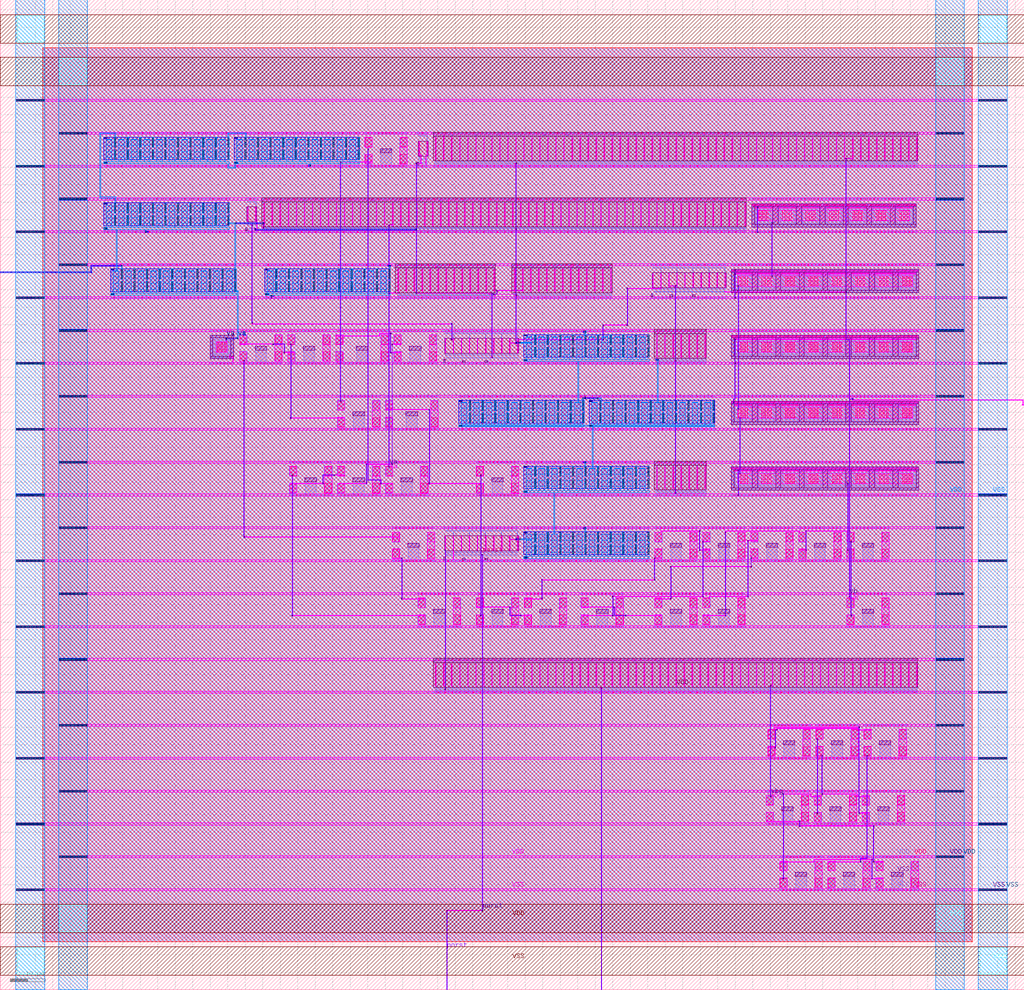
<source format=lef>
VERSION 5.7 ;
  NOWIREEXTENSIONATPIN ON ;
  DIVIDERCHAR "/" ;
  BUSBITCHARS "[]" ;
MACRO bgr_0
  CLASS BLOCK ;
  FOREIGN bgr_0 ;
  ORIGIN 0.000 0.000 ;
  SIZE 292.560 BY 282.880 ;
  PIN porst
    ANTENNAGATEAREA 72.000000 ;
    PORT
      LAYER li1 ;
        RECT 127.490 124.080 147.990 124.380 ;
      LAYER mcon ;
        RECT 137.685 124.185 137.855 124.355 ;
      LAYER met1 ;
        RECT 137.610 124.340 137.930 124.400 ;
        RECT 137.335 124.200 137.930 124.340 ;
        RECT 137.610 124.140 137.930 124.200 ;
        RECT 127.490 22.680 127.810 22.740 ;
        RECT 137.610 22.680 137.930 22.740 ;
        RECT 127.490 22.540 137.930 22.680 ;
        RECT 127.490 22.480 127.810 22.540 ;
        RECT 137.610 22.480 137.930 22.540 ;
      LAYER via ;
        RECT 137.640 124.140 137.900 124.400 ;
        RECT 127.520 22.480 127.780 22.740 ;
        RECT 137.640 22.480 137.900 22.740 ;
      LAYER met2 ;
        RECT 137.640 124.110 137.900 124.430 ;
        RECT 137.700 22.770 137.840 124.110 ;
        RECT 127.520 22.450 127.780 22.770 ;
        RECT 137.640 22.450 137.900 22.770 ;
        RECT 127.580 0.000 127.720 22.450 ;
    END
  END porst
  PIN va
    ANTENNAGATEAREA 72.000000 ;
    ANTENNADIFFAREA 82.639000 ;
    PORT
      LAYER li1 ;
        RECT 75.385 217.910 75.555 224.805 ;
        RECT 79.965 217.910 80.135 224.805 ;
        RECT 84.545 217.910 84.715 224.805 ;
        RECT 89.125 217.910 89.295 224.805 ;
        RECT 93.705 217.910 93.875 224.805 ;
        RECT 98.285 217.910 98.455 224.805 ;
        RECT 102.865 217.910 103.035 224.805 ;
        RECT 107.445 217.910 107.615 224.805 ;
        RECT 112.025 217.910 112.195 224.805 ;
        RECT 116.605 217.910 116.775 224.805 ;
        RECT 121.185 217.910 121.355 224.805 ;
        RECT 125.765 217.910 125.935 224.805 ;
        RECT 130.345 217.910 130.515 224.805 ;
        RECT 134.925 217.910 135.095 224.805 ;
        RECT 139.505 217.910 139.675 224.805 ;
        RECT 144.085 217.910 144.255 224.805 ;
        RECT 148.665 217.910 148.835 224.805 ;
        RECT 153.245 217.910 153.415 224.805 ;
        RECT 157.825 217.910 157.995 224.805 ;
        RECT 162.405 217.910 162.575 224.805 ;
        RECT 166.985 217.910 167.155 224.805 ;
        RECT 171.565 217.910 171.735 224.805 ;
        RECT 176.145 217.910 176.315 224.805 ;
        RECT 180.725 217.910 180.895 224.805 ;
        RECT 185.305 217.910 185.475 224.805 ;
        RECT 189.885 217.910 190.055 224.805 ;
        RECT 194.465 217.910 194.635 224.805 ;
        RECT 199.045 217.910 199.215 224.805 ;
        RECT 203.625 217.910 203.795 224.805 ;
        RECT 208.205 217.910 208.375 224.805 ;
        RECT 212.785 217.910 212.955 224.805 ;
        RECT 75.150 217.855 213.190 217.910 ;
        RECT 75.125 217.685 213.190 217.855 ;
        RECT 75.150 217.610 213.190 217.685 ;
        RECT 113.605 199.155 113.775 206.005 ;
        RECT 113.605 199.110 113.935 199.155 ;
        RECT 118.185 199.110 118.355 206.005 ;
        RECT 122.765 199.110 122.935 206.005 ;
        RECT 127.345 199.110 127.515 206.005 ;
        RECT 131.925 199.110 132.095 206.005 ;
        RECT 136.505 199.110 136.675 206.005 ;
        RECT 140.445 199.110 140.615 199.155 ;
        RECT 141.085 199.110 141.255 206.005 ;
        RECT 113.370 198.810 141.490 199.110 ;
        RECT 61.575 181.925 65.045 185.395 ;
        RECT 140.445 180.780 140.615 180.795 ;
        RECT 127.490 180.480 147.990 180.780 ;
        RECT 110.040 146.735 112.200 149.585 ;
      LAYER mcon ;
        RECT 75.385 224.535 75.555 224.705 ;
        RECT 75.385 224.175 75.555 224.345 ;
        RECT 75.385 223.815 75.555 223.985 ;
        RECT 75.385 223.455 75.555 223.625 ;
        RECT 75.385 223.095 75.555 223.265 ;
        RECT 75.385 222.735 75.555 222.905 ;
        RECT 75.385 222.375 75.555 222.545 ;
        RECT 75.385 222.015 75.555 222.185 ;
        RECT 75.385 221.655 75.555 221.825 ;
        RECT 75.385 221.295 75.555 221.465 ;
        RECT 75.385 220.935 75.555 221.105 ;
        RECT 75.385 220.575 75.555 220.745 ;
        RECT 75.385 220.215 75.555 220.385 ;
        RECT 75.385 219.855 75.555 220.025 ;
        RECT 75.385 219.495 75.555 219.665 ;
        RECT 75.385 219.135 75.555 219.305 ;
        RECT 75.385 218.775 75.555 218.945 ;
        RECT 75.385 218.415 75.555 218.585 ;
        RECT 79.965 224.535 80.135 224.705 ;
        RECT 79.965 224.175 80.135 224.345 ;
        RECT 79.965 223.815 80.135 223.985 ;
        RECT 79.965 223.455 80.135 223.625 ;
        RECT 79.965 223.095 80.135 223.265 ;
        RECT 79.965 222.735 80.135 222.905 ;
        RECT 79.965 222.375 80.135 222.545 ;
        RECT 79.965 222.015 80.135 222.185 ;
        RECT 79.965 221.655 80.135 221.825 ;
        RECT 79.965 221.295 80.135 221.465 ;
        RECT 79.965 220.935 80.135 221.105 ;
        RECT 79.965 220.575 80.135 220.745 ;
        RECT 79.965 220.215 80.135 220.385 ;
        RECT 79.965 219.855 80.135 220.025 ;
        RECT 79.965 219.495 80.135 219.665 ;
        RECT 79.965 219.135 80.135 219.305 ;
        RECT 79.965 218.775 80.135 218.945 ;
        RECT 79.965 218.415 80.135 218.585 ;
        RECT 84.545 224.535 84.715 224.705 ;
        RECT 84.545 224.175 84.715 224.345 ;
        RECT 84.545 223.815 84.715 223.985 ;
        RECT 84.545 223.455 84.715 223.625 ;
        RECT 84.545 223.095 84.715 223.265 ;
        RECT 84.545 222.735 84.715 222.905 ;
        RECT 84.545 222.375 84.715 222.545 ;
        RECT 84.545 222.015 84.715 222.185 ;
        RECT 84.545 221.655 84.715 221.825 ;
        RECT 84.545 221.295 84.715 221.465 ;
        RECT 84.545 220.935 84.715 221.105 ;
        RECT 84.545 220.575 84.715 220.745 ;
        RECT 84.545 220.215 84.715 220.385 ;
        RECT 84.545 219.855 84.715 220.025 ;
        RECT 84.545 219.495 84.715 219.665 ;
        RECT 84.545 219.135 84.715 219.305 ;
        RECT 84.545 218.775 84.715 218.945 ;
        RECT 84.545 218.415 84.715 218.585 ;
        RECT 89.125 224.535 89.295 224.705 ;
        RECT 89.125 224.175 89.295 224.345 ;
        RECT 89.125 223.815 89.295 223.985 ;
        RECT 89.125 223.455 89.295 223.625 ;
        RECT 89.125 223.095 89.295 223.265 ;
        RECT 89.125 222.735 89.295 222.905 ;
        RECT 89.125 222.375 89.295 222.545 ;
        RECT 89.125 222.015 89.295 222.185 ;
        RECT 89.125 221.655 89.295 221.825 ;
        RECT 89.125 221.295 89.295 221.465 ;
        RECT 89.125 220.935 89.295 221.105 ;
        RECT 89.125 220.575 89.295 220.745 ;
        RECT 89.125 220.215 89.295 220.385 ;
        RECT 89.125 219.855 89.295 220.025 ;
        RECT 89.125 219.495 89.295 219.665 ;
        RECT 89.125 219.135 89.295 219.305 ;
        RECT 89.125 218.775 89.295 218.945 ;
        RECT 89.125 218.415 89.295 218.585 ;
        RECT 93.705 224.535 93.875 224.705 ;
        RECT 93.705 224.175 93.875 224.345 ;
        RECT 93.705 223.815 93.875 223.985 ;
        RECT 93.705 223.455 93.875 223.625 ;
        RECT 93.705 223.095 93.875 223.265 ;
        RECT 93.705 222.735 93.875 222.905 ;
        RECT 93.705 222.375 93.875 222.545 ;
        RECT 93.705 222.015 93.875 222.185 ;
        RECT 93.705 221.655 93.875 221.825 ;
        RECT 93.705 221.295 93.875 221.465 ;
        RECT 93.705 220.935 93.875 221.105 ;
        RECT 93.705 220.575 93.875 220.745 ;
        RECT 93.705 220.215 93.875 220.385 ;
        RECT 93.705 219.855 93.875 220.025 ;
        RECT 93.705 219.495 93.875 219.665 ;
        RECT 93.705 219.135 93.875 219.305 ;
        RECT 93.705 218.775 93.875 218.945 ;
        RECT 93.705 218.415 93.875 218.585 ;
        RECT 98.285 224.535 98.455 224.705 ;
        RECT 98.285 224.175 98.455 224.345 ;
        RECT 98.285 223.815 98.455 223.985 ;
        RECT 98.285 223.455 98.455 223.625 ;
        RECT 98.285 223.095 98.455 223.265 ;
        RECT 98.285 222.735 98.455 222.905 ;
        RECT 98.285 222.375 98.455 222.545 ;
        RECT 98.285 222.015 98.455 222.185 ;
        RECT 98.285 221.655 98.455 221.825 ;
        RECT 98.285 221.295 98.455 221.465 ;
        RECT 98.285 220.935 98.455 221.105 ;
        RECT 98.285 220.575 98.455 220.745 ;
        RECT 98.285 220.215 98.455 220.385 ;
        RECT 98.285 219.855 98.455 220.025 ;
        RECT 98.285 219.495 98.455 219.665 ;
        RECT 98.285 219.135 98.455 219.305 ;
        RECT 98.285 218.775 98.455 218.945 ;
        RECT 98.285 218.415 98.455 218.585 ;
        RECT 102.865 224.535 103.035 224.705 ;
        RECT 102.865 224.175 103.035 224.345 ;
        RECT 102.865 223.815 103.035 223.985 ;
        RECT 102.865 223.455 103.035 223.625 ;
        RECT 102.865 223.095 103.035 223.265 ;
        RECT 102.865 222.735 103.035 222.905 ;
        RECT 102.865 222.375 103.035 222.545 ;
        RECT 102.865 222.015 103.035 222.185 ;
        RECT 102.865 221.655 103.035 221.825 ;
        RECT 102.865 221.295 103.035 221.465 ;
        RECT 102.865 220.935 103.035 221.105 ;
        RECT 102.865 220.575 103.035 220.745 ;
        RECT 102.865 220.215 103.035 220.385 ;
        RECT 102.865 219.855 103.035 220.025 ;
        RECT 102.865 219.495 103.035 219.665 ;
        RECT 102.865 219.135 103.035 219.305 ;
        RECT 102.865 218.775 103.035 218.945 ;
        RECT 102.865 218.415 103.035 218.585 ;
        RECT 107.445 224.535 107.615 224.705 ;
        RECT 107.445 224.175 107.615 224.345 ;
        RECT 107.445 223.815 107.615 223.985 ;
        RECT 107.445 223.455 107.615 223.625 ;
        RECT 107.445 223.095 107.615 223.265 ;
        RECT 107.445 222.735 107.615 222.905 ;
        RECT 107.445 222.375 107.615 222.545 ;
        RECT 107.445 222.015 107.615 222.185 ;
        RECT 107.445 221.655 107.615 221.825 ;
        RECT 107.445 221.295 107.615 221.465 ;
        RECT 107.445 220.935 107.615 221.105 ;
        RECT 107.445 220.575 107.615 220.745 ;
        RECT 107.445 220.215 107.615 220.385 ;
        RECT 107.445 219.855 107.615 220.025 ;
        RECT 107.445 219.495 107.615 219.665 ;
        RECT 107.445 219.135 107.615 219.305 ;
        RECT 107.445 218.775 107.615 218.945 ;
        RECT 107.445 218.415 107.615 218.585 ;
        RECT 112.025 224.535 112.195 224.705 ;
        RECT 112.025 224.175 112.195 224.345 ;
        RECT 112.025 223.815 112.195 223.985 ;
        RECT 112.025 223.455 112.195 223.625 ;
        RECT 112.025 223.095 112.195 223.265 ;
        RECT 112.025 222.735 112.195 222.905 ;
        RECT 112.025 222.375 112.195 222.545 ;
        RECT 112.025 222.015 112.195 222.185 ;
        RECT 112.025 221.655 112.195 221.825 ;
        RECT 112.025 221.295 112.195 221.465 ;
        RECT 112.025 220.935 112.195 221.105 ;
        RECT 112.025 220.575 112.195 220.745 ;
        RECT 112.025 220.215 112.195 220.385 ;
        RECT 112.025 219.855 112.195 220.025 ;
        RECT 112.025 219.495 112.195 219.665 ;
        RECT 112.025 219.135 112.195 219.305 ;
        RECT 112.025 218.775 112.195 218.945 ;
        RECT 112.025 218.415 112.195 218.585 ;
        RECT 116.605 224.535 116.775 224.705 ;
        RECT 116.605 224.175 116.775 224.345 ;
        RECT 116.605 223.815 116.775 223.985 ;
        RECT 116.605 223.455 116.775 223.625 ;
        RECT 116.605 223.095 116.775 223.265 ;
        RECT 116.605 222.735 116.775 222.905 ;
        RECT 116.605 222.375 116.775 222.545 ;
        RECT 116.605 222.015 116.775 222.185 ;
        RECT 116.605 221.655 116.775 221.825 ;
        RECT 116.605 221.295 116.775 221.465 ;
        RECT 116.605 220.935 116.775 221.105 ;
        RECT 116.605 220.575 116.775 220.745 ;
        RECT 116.605 220.215 116.775 220.385 ;
        RECT 116.605 219.855 116.775 220.025 ;
        RECT 116.605 219.495 116.775 219.665 ;
        RECT 116.605 219.135 116.775 219.305 ;
        RECT 116.605 218.775 116.775 218.945 ;
        RECT 116.605 218.415 116.775 218.585 ;
        RECT 121.185 224.535 121.355 224.705 ;
        RECT 121.185 224.175 121.355 224.345 ;
        RECT 121.185 223.815 121.355 223.985 ;
        RECT 121.185 223.455 121.355 223.625 ;
        RECT 121.185 223.095 121.355 223.265 ;
        RECT 121.185 222.735 121.355 222.905 ;
        RECT 121.185 222.375 121.355 222.545 ;
        RECT 121.185 222.015 121.355 222.185 ;
        RECT 121.185 221.655 121.355 221.825 ;
        RECT 121.185 221.295 121.355 221.465 ;
        RECT 121.185 220.935 121.355 221.105 ;
        RECT 121.185 220.575 121.355 220.745 ;
        RECT 121.185 220.215 121.355 220.385 ;
        RECT 121.185 219.855 121.355 220.025 ;
        RECT 121.185 219.495 121.355 219.665 ;
        RECT 121.185 219.135 121.355 219.305 ;
        RECT 121.185 218.775 121.355 218.945 ;
        RECT 121.185 218.415 121.355 218.585 ;
        RECT 125.765 224.535 125.935 224.705 ;
        RECT 125.765 224.175 125.935 224.345 ;
        RECT 125.765 223.815 125.935 223.985 ;
        RECT 125.765 223.455 125.935 223.625 ;
        RECT 125.765 223.095 125.935 223.265 ;
        RECT 125.765 222.735 125.935 222.905 ;
        RECT 125.765 222.375 125.935 222.545 ;
        RECT 125.765 222.015 125.935 222.185 ;
        RECT 125.765 221.655 125.935 221.825 ;
        RECT 125.765 221.295 125.935 221.465 ;
        RECT 125.765 220.935 125.935 221.105 ;
        RECT 125.765 220.575 125.935 220.745 ;
        RECT 125.765 220.215 125.935 220.385 ;
        RECT 125.765 219.855 125.935 220.025 ;
        RECT 125.765 219.495 125.935 219.665 ;
        RECT 125.765 219.135 125.935 219.305 ;
        RECT 125.765 218.775 125.935 218.945 ;
        RECT 125.765 218.415 125.935 218.585 ;
        RECT 130.345 224.535 130.515 224.705 ;
        RECT 130.345 224.175 130.515 224.345 ;
        RECT 130.345 223.815 130.515 223.985 ;
        RECT 130.345 223.455 130.515 223.625 ;
        RECT 130.345 223.095 130.515 223.265 ;
        RECT 130.345 222.735 130.515 222.905 ;
        RECT 130.345 222.375 130.515 222.545 ;
        RECT 130.345 222.015 130.515 222.185 ;
        RECT 130.345 221.655 130.515 221.825 ;
        RECT 130.345 221.295 130.515 221.465 ;
        RECT 130.345 220.935 130.515 221.105 ;
        RECT 130.345 220.575 130.515 220.745 ;
        RECT 130.345 220.215 130.515 220.385 ;
        RECT 130.345 219.855 130.515 220.025 ;
        RECT 130.345 219.495 130.515 219.665 ;
        RECT 130.345 219.135 130.515 219.305 ;
        RECT 130.345 218.775 130.515 218.945 ;
        RECT 130.345 218.415 130.515 218.585 ;
        RECT 134.925 224.535 135.095 224.705 ;
        RECT 134.925 224.175 135.095 224.345 ;
        RECT 134.925 223.815 135.095 223.985 ;
        RECT 134.925 223.455 135.095 223.625 ;
        RECT 134.925 223.095 135.095 223.265 ;
        RECT 134.925 222.735 135.095 222.905 ;
        RECT 134.925 222.375 135.095 222.545 ;
        RECT 134.925 222.015 135.095 222.185 ;
        RECT 134.925 221.655 135.095 221.825 ;
        RECT 134.925 221.295 135.095 221.465 ;
        RECT 134.925 220.935 135.095 221.105 ;
        RECT 134.925 220.575 135.095 220.745 ;
        RECT 134.925 220.215 135.095 220.385 ;
        RECT 134.925 219.855 135.095 220.025 ;
        RECT 134.925 219.495 135.095 219.665 ;
        RECT 134.925 219.135 135.095 219.305 ;
        RECT 134.925 218.775 135.095 218.945 ;
        RECT 134.925 218.415 135.095 218.585 ;
        RECT 139.505 224.535 139.675 224.705 ;
        RECT 139.505 224.175 139.675 224.345 ;
        RECT 139.505 223.815 139.675 223.985 ;
        RECT 139.505 223.455 139.675 223.625 ;
        RECT 139.505 223.095 139.675 223.265 ;
        RECT 139.505 222.735 139.675 222.905 ;
        RECT 139.505 222.375 139.675 222.545 ;
        RECT 139.505 222.015 139.675 222.185 ;
        RECT 139.505 221.655 139.675 221.825 ;
        RECT 139.505 221.295 139.675 221.465 ;
        RECT 139.505 220.935 139.675 221.105 ;
        RECT 139.505 220.575 139.675 220.745 ;
        RECT 139.505 220.215 139.675 220.385 ;
        RECT 139.505 219.855 139.675 220.025 ;
        RECT 139.505 219.495 139.675 219.665 ;
        RECT 139.505 219.135 139.675 219.305 ;
        RECT 139.505 218.775 139.675 218.945 ;
        RECT 139.505 218.415 139.675 218.585 ;
        RECT 144.085 224.535 144.255 224.705 ;
        RECT 144.085 224.175 144.255 224.345 ;
        RECT 144.085 223.815 144.255 223.985 ;
        RECT 144.085 223.455 144.255 223.625 ;
        RECT 144.085 223.095 144.255 223.265 ;
        RECT 144.085 222.735 144.255 222.905 ;
        RECT 144.085 222.375 144.255 222.545 ;
        RECT 144.085 222.015 144.255 222.185 ;
        RECT 144.085 221.655 144.255 221.825 ;
        RECT 144.085 221.295 144.255 221.465 ;
        RECT 144.085 220.935 144.255 221.105 ;
        RECT 144.085 220.575 144.255 220.745 ;
        RECT 144.085 220.215 144.255 220.385 ;
        RECT 144.085 219.855 144.255 220.025 ;
        RECT 144.085 219.495 144.255 219.665 ;
        RECT 144.085 219.135 144.255 219.305 ;
        RECT 144.085 218.775 144.255 218.945 ;
        RECT 144.085 218.415 144.255 218.585 ;
        RECT 148.665 224.535 148.835 224.705 ;
        RECT 148.665 224.175 148.835 224.345 ;
        RECT 148.665 223.815 148.835 223.985 ;
        RECT 148.665 223.455 148.835 223.625 ;
        RECT 148.665 223.095 148.835 223.265 ;
        RECT 148.665 222.735 148.835 222.905 ;
        RECT 148.665 222.375 148.835 222.545 ;
        RECT 148.665 222.015 148.835 222.185 ;
        RECT 148.665 221.655 148.835 221.825 ;
        RECT 148.665 221.295 148.835 221.465 ;
        RECT 148.665 220.935 148.835 221.105 ;
        RECT 148.665 220.575 148.835 220.745 ;
        RECT 148.665 220.215 148.835 220.385 ;
        RECT 148.665 219.855 148.835 220.025 ;
        RECT 148.665 219.495 148.835 219.665 ;
        RECT 148.665 219.135 148.835 219.305 ;
        RECT 148.665 218.775 148.835 218.945 ;
        RECT 148.665 218.415 148.835 218.585 ;
        RECT 153.245 224.535 153.415 224.705 ;
        RECT 153.245 224.175 153.415 224.345 ;
        RECT 153.245 223.815 153.415 223.985 ;
        RECT 153.245 223.455 153.415 223.625 ;
        RECT 153.245 223.095 153.415 223.265 ;
        RECT 153.245 222.735 153.415 222.905 ;
        RECT 153.245 222.375 153.415 222.545 ;
        RECT 153.245 222.015 153.415 222.185 ;
        RECT 153.245 221.655 153.415 221.825 ;
        RECT 153.245 221.295 153.415 221.465 ;
        RECT 153.245 220.935 153.415 221.105 ;
        RECT 153.245 220.575 153.415 220.745 ;
        RECT 153.245 220.215 153.415 220.385 ;
        RECT 153.245 219.855 153.415 220.025 ;
        RECT 153.245 219.495 153.415 219.665 ;
        RECT 153.245 219.135 153.415 219.305 ;
        RECT 153.245 218.775 153.415 218.945 ;
        RECT 153.245 218.415 153.415 218.585 ;
        RECT 157.825 224.535 157.995 224.705 ;
        RECT 157.825 224.175 157.995 224.345 ;
        RECT 157.825 223.815 157.995 223.985 ;
        RECT 157.825 223.455 157.995 223.625 ;
        RECT 157.825 223.095 157.995 223.265 ;
        RECT 157.825 222.735 157.995 222.905 ;
        RECT 157.825 222.375 157.995 222.545 ;
        RECT 157.825 222.015 157.995 222.185 ;
        RECT 157.825 221.655 157.995 221.825 ;
        RECT 157.825 221.295 157.995 221.465 ;
        RECT 157.825 220.935 157.995 221.105 ;
        RECT 157.825 220.575 157.995 220.745 ;
        RECT 157.825 220.215 157.995 220.385 ;
        RECT 157.825 219.855 157.995 220.025 ;
        RECT 157.825 219.495 157.995 219.665 ;
        RECT 157.825 219.135 157.995 219.305 ;
        RECT 157.825 218.775 157.995 218.945 ;
        RECT 157.825 218.415 157.995 218.585 ;
        RECT 162.405 224.535 162.575 224.705 ;
        RECT 162.405 224.175 162.575 224.345 ;
        RECT 162.405 223.815 162.575 223.985 ;
        RECT 162.405 223.455 162.575 223.625 ;
        RECT 162.405 223.095 162.575 223.265 ;
        RECT 162.405 222.735 162.575 222.905 ;
        RECT 162.405 222.375 162.575 222.545 ;
        RECT 162.405 222.015 162.575 222.185 ;
        RECT 162.405 221.655 162.575 221.825 ;
        RECT 162.405 221.295 162.575 221.465 ;
        RECT 162.405 220.935 162.575 221.105 ;
        RECT 162.405 220.575 162.575 220.745 ;
        RECT 162.405 220.215 162.575 220.385 ;
        RECT 162.405 219.855 162.575 220.025 ;
        RECT 162.405 219.495 162.575 219.665 ;
        RECT 162.405 219.135 162.575 219.305 ;
        RECT 162.405 218.775 162.575 218.945 ;
        RECT 162.405 218.415 162.575 218.585 ;
        RECT 166.985 224.535 167.155 224.705 ;
        RECT 166.985 224.175 167.155 224.345 ;
        RECT 166.985 223.815 167.155 223.985 ;
        RECT 166.985 223.455 167.155 223.625 ;
        RECT 166.985 223.095 167.155 223.265 ;
        RECT 166.985 222.735 167.155 222.905 ;
        RECT 166.985 222.375 167.155 222.545 ;
        RECT 166.985 222.015 167.155 222.185 ;
        RECT 166.985 221.655 167.155 221.825 ;
        RECT 166.985 221.295 167.155 221.465 ;
        RECT 166.985 220.935 167.155 221.105 ;
        RECT 166.985 220.575 167.155 220.745 ;
        RECT 166.985 220.215 167.155 220.385 ;
        RECT 166.985 219.855 167.155 220.025 ;
        RECT 166.985 219.495 167.155 219.665 ;
        RECT 166.985 219.135 167.155 219.305 ;
        RECT 166.985 218.775 167.155 218.945 ;
        RECT 166.985 218.415 167.155 218.585 ;
        RECT 171.565 224.535 171.735 224.705 ;
        RECT 171.565 224.175 171.735 224.345 ;
        RECT 171.565 223.815 171.735 223.985 ;
        RECT 171.565 223.455 171.735 223.625 ;
        RECT 171.565 223.095 171.735 223.265 ;
        RECT 171.565 222.735 171.735 222.905 ;
        RECT 171.565 222.375 171.735 222.545 ;
        RECT 171.565 222.015 171.735 222.185 ;
        RECT 171.565 221.655 171.735 221.825 ;
        RECT 171.565 221.295 171.735 221.465 ;
        RECT 171.565 220.935 171.735 221.105 ;
        RECT 171.565 220.575 171.735 220.745 ;
        RECT 171.565 220.215 171.735 220.385 ;
        RECT 171.565 219.855 171.735 220.025 ;
        RECT 171.565 219.495 171.735 219.665 ;
        RECT 171.565 219.135 171.735 219.305 ;
        RECT 171.565 218.775 171.735 218.945 ;
        RECT 171.565 218.415 171.735 218.585 ;
        RECT 176.145 224.535 176.315 224.705 ;
        RECT 176.145 224.175 176.315 224.345 ;
        RECT 176.145 223.815 176.315 223.985 ;
        RECT 176.145 223.455 176.315 223.625 ;
        RECT 176.145 223.095 176.315 223.265 ;
        RECT 176.145 222.735 176.315 222.905 ;
        RECT 176.145 222.375 176.315 222.545 ;
        RECT 176.145 222.015 176.315 222.185 ;
        RECT 176.145 221.655 176.315 221.825 ;
        RECT 176.145 221.295 176.315 221.465 ;
        RECT 176.145 220.935 176.315 221.105 ;
        RECT 176.145 220.575 176.315 220.745 ;
        RECT 176.145 220.215 176.315 220.385 ;
        RECT 176.145 219.855 176.315 220.025 ;
        RECT 176.145 219.495 176.315 219.665 ;
        RECT 176.145 219.135 176.315 219.305 ;
        RECT 176.145 218.775 176.315 218.945 ;
        RECT 176.145 218.415 176.315 218.585 ;
        RECT 180.725 224.535 180.895 224.705 ;
        RECT 180.725 224.175 180.895 224.345 ;
        RECT 180.725 223.815 180.895 223.985 ;
        RECT 180.725 223.455 180.895 223.625 ;
        RECT 180.725 223.095 180.895 223.265 ;
        RECT 180.725 222.735 180.895 222.905 ;
        RECT 180.725 222.375 180.895 222.545 ;
        RECT 180.725 222.015 180.895 222.185 ;
        RECT 180.725 221.655 180.895 221.825 ;
        RECT 180.725 221.295 180.895 221.465 ;
        RECT 180.725 220.935 180.895 221.105 ;
        RECT 180.725 220.575 180.895 220.745 ;
        RECT 180.725 220.215 180.895 220.385 ;
        RECT 180.725 219.855 180.895 220.025 ;
        RECT 180.725 219.495 180.895 219.665 ;
        RECT 180.725 219.135 180.895 219.305 ;
        RECT 180.725 218.775 180.895 218.945 ;
        RECT 180.725 218.415 180.895 218.585 ;
        RECT 185.305 224.535 185.475 224.705 ;
        RECT 185.305 224.175 185.475 224.345 ;
        RECT 185.305 223.815 185.475 223.985 ;
        RECT 185.305 223.455 185.475 223.625 ;
        RECT 185.305 223.095 185.475 223.265 ;
        RECT 185.305 222.735 185.475 222.905 ;
        RECT 185.305 222.375 185.475 222.545 ;
        RECT 185.305 222.015 185.475 222.185 ;
        RECT 185.305 221.655 185.475 221.825 ;
        RECT 185.305 221.295 185.475 221.465 ;
        RECT 185.305 220.935 185.475 221.105 ;
        RECT 185.305 220.575 185.475 220.745 ;
        RECT 185.305 220.215 185.475 220.385 ;
        RECT 185.305 219.855 185.475 220.025 ;
        RECT 185.305 219.495 185.475 219.665 ;
        RECT 185.305 219.135 185.475 219.305 ;
        RECT 185.305 218.775 185.475 218.945 ;
        RECT 185.305 218.415 185.475 218.585 ;
        RECT 189.885 224.535 190.055 224.705 ;
        RECT 189.885 224.175 190.055 224.345 ;
        RECT 189.885 223.815 190.055 223.985 ;
        RECT 189.885 223.455 190.055 223.625 ;
        RECT 189.885 223.095 190.055 223.265 ;
        RECT 189.885 222.735 190.055 222.905 ;
        RECT 189.885 222.375 190.055 222.545 ;
        RECT 189.885 222.015 190.055 222.185 ;
        RECT 189.885 221.655 190.055 221.825 ;
        RECT 189.885 221.295 190.055 221.465 ;
        RECT 189.885 220.935 190.055 221.105 ;
        RECT 189.885 220.575 190.055 220.745 ;
        RECT 189.885 220.215 190.055 220.385 ;
        RECT 189.885 219.855 190.055 220.025 ;
        RECT 189.885 219.495 190.055 219.665 ;
        RECT 189.885 219.135 190.055 219.305 ;
        RECT 189.885 218.775 190.055 218.945 ;
        RECT 189.885 218.415 190.055 218.585 ;
        RECT 194.465 224.535 194.635 224.705 ;
        RECT 194.465 224.175 194.635 224.345 ;
        RECT 194.465 223.815 194.635 223.985 ;
        RECT 194.465 223.455 194.635 223.625 ;
        RECT 194.465 223.095 194.635 223.265 ;
        RECT 194.465 222.735 194.635 222.905 ;
        RECT 194.465 222.375 194.635 222.545 ;
        RECT 194.465 222.015 194.635 222.185 ;
        RECT 194.465 221.655 194.635 221.825 ;
        RECT 194.465 221.295 194.635 221.465 ;
        RECT 194.465 220.935 194.635 221.105 ;
        RECT 194.465 220.575 194.635 220.745 ;
        RECT 194.465 220.215 194.635 220.385 ;
        RECT 194.465 219.855 194.635 220.025 ;
        RECT 194.465 219.495 194.635 219.665 ;
        RECT 194.465 219.135 194.635 219.305 ;
        RECT 194.465 218.775 194.635 218.945 ;
        RECT 194.465 218.415 194.635 218.585 ;
        RECT 199.045 224.535 199.215 224.705 ;
        RECT 199.045 224.175 199.215 224.345 ;
        RECT 199.045 223.815 199.215 223.985 ;
        RECT 199.045 223.455 199.215 223.625 ;
        RECT 199.045 223.095 199.215 223.265 ;
        RECT 199.045 222.735 199.215 222.905 ;
        RECT 199.045 222.375 199.215 222.545 ;
        RECT 199.045 222.015 199.215 222.185 ;
        RECT 199.045 221.655 199.215 221.825 ;
        RECT 199.045 221.295 199.215 221.465 ;
        RECT 199.045 220.935 199.215 221.105 ;
        RECT 199.045 220.575 199.215 220.745 ;
        RECT 199.045 220.215 199.215 220.385 ;
        RECT 199.045 219.855 199.215 220.025 ;
        RECT 199.045 219.495 199.215 219.665 ;
        RECT 199.045 219.135 199.215 219.305 ;
        RECT 199.045 218.775 199.215 218.945 ;
        RECT 199.045 218.415 199.215 218.585 ;
        RECT 203.625 224.535 203.795 224.705 ;
        RECT 203.625 224.175 203.795 224.345 ;
        RECT 203.625 223.815 203.795 223.985 ;
        RECT 203.625 223.455 203.795 223.625 ;
        RECT 203.625 223.095 203.795 223.265 ;
        RECT 203.625 222.735 203.795 222.905 ;
        RECT 203.625 222.375 203.795 222.545 ;
        RECT 203.625 222.015 203.795 222.185 ;
        RECT 203.625 221.655 203.795 221.825 ;
        RECT 203.625 221.295 203.795 221.465 ;
        RECT 203.625 220.935 203.795 221.105 ;
        RECT 203.625 220.575 203.795 220.745 ;
        RECT 203.625 220.215 203.795 220.385 ;
        RECT 203.625 219.855 203.795 220.025 ;
        RECT 203.625 219.495 203.795 219.665 ;
        RECT 203.625 219.135 203.795 219.305 ;
        RECT 203.625 218.775 203.795 218.945 ;
        RECT 203.625 218.415 203.795 218.585 ;
        RECT 208.205 224.535 208.375 224.705 ;
        RECT 208.205 224.175 208.375 224.345 ;
        RECT 208.205 223.815 208.375 223.985 ;
        RECT 208.205 223.455 208.375 223.625 ;
        RECT 208.205 223.095 208.375 223.265 ;
        RECT 208.205 222.735 208.375 222.905 ;
        RECT 208.205 222.375 208.375 222.545 ;
        RECT 208.205 222.015 208.375 222.185 ;
        RECT 208.205 221.655 208.375 221.825 ;
        RECT 208.205 221.295 208.375 221.465 ;
        RECT 208.205 220.935 208.375 221.105 ;
        RECT 208.205 220.575 208.375 220.745 ;
        RECT 208.205 220.215 208.375 220.385 ;
        RECT 208.205 219.855 208.375 220.025 ;
        RECT 208.205 219.495 208.375 219.665 ;
        RECT 208.205 219.135 208.375 219.305 ;
        RECT 208.205 218.775 208.375 218.945 ;
        RECT 208.205 218.415 208.375 218.585 ;
        RECT 212.785 224.535 212.955 224.705 ;
        RECT 212.785 224.175 212.955 224.345 ;
        RECT 212.785 223.815 212.955 223.985 ;
        RECT 212.785 223.455 212.955 223.625 ;
        RECT 212.785 223.095 212.955 223.265 ;
        RECT 212.785 222.735 212.955 222.905 ;
        RECT 212.785 222.375 212.955 222.545 ;
        RECT 212.785 222.015 212.955 222.185 ;
        RECT 212.785 221.655 212.955 221.825 ;
        RECT 212.785 221.295 212.955 221.465 ;
        RECT 212.785 220.935 212.955 221.105 ;
        RECT 212.785 220.575 212.955 220.745 ;
        RECT 212.785 220.215 212.955 220.385 ;
        RECT 212.785 219.855 212.955 220.025 ;
        RECT 212.785 219.495 212.955 219.665 ;
        RECT 212.785 219.135 212.955 219.305 ;
        RECT 212.785 218.775 212.955 218.945 ;
        RECT 212.785 218.415 212.955 218.585 ;
        RECT 113.605 205.735 113.775 205.905 ;
        RECT 113.605 205.375 113.775 205.545 ;
        RECT 113.605 205.015 113.775 205.185 ;
        RECT 113.605 204.655 113.775 204.825 ;
        RECT 113.605 204.295 113.775 204.465 ;
        RECT 113.605 203.935 113.775 204.105 ;
        RECT 113.605 203.575 113.775 203.745 ;
        RECT 113.605 203.215 113.775 203.385 ;
        RECT 113.605 202.855 113.775 203.025 ;
        RECT 113.605 202.495 113.775 202.665 ;
        RECT 113.605 202.135 113.775 202.305 ;
        RECT 113.605 201.775 113.775 201.945 ;
        RECT 113.605 201.415 113.775 201.585 ;
        RECT 113.605 201.055 113.775 201.225 ;
        RECT 113.605 200.695 113.775 200.865 ;
        RECT 113.605 200.335 113.775 200.505 ;
        RECT 113.605 199.975 113.775 200.145 ;
        RECT 113.605 199.615 113.775 199.785 ;
        RECT 118.185 205.735 118.355 205.905 ;
        RECT 118.185 205.375 118.355 205.545 ;
        RECT 118.185 205.015 118.355 205.185 ;
        RECT 118.185 204.655 118.355 204.825 ;
        RECT 118.185 204.295 118.355 204.465 ;
        RECT 118.185 203.935 118.355 204.105 ;
        RECT 118.185 203.575 118.355 203.745 ;
        RECT 118.185 203.215 118.355 203.385 ;
        RECT 118.185 202.855 118.355 203.025 ;
        RECT 118.185 202.495 118.355 202.665 ;
        RECT 118.185 202.135 118.355 202.305 ;
        RECT 118.185 201.775 118.355 201.945 ;
        RECT 118.185 201.415 118.355 201.585 ;
        RECT 118.185 201.055 118.355 201.225 ;
        RECT 118.185 200.695 118.355 200.865 ;
        RECT 118.185 200.335 118.355 200.505 ;
        RECT 118.185 199.975 118.355 200.145 ;
        RECT 118.185 199.615 118.355 199.785 ;
        RECT 113.765 198.985 113.935 199.155 ;
        RECT 122.765 205.735 122.935 205.905 ;
        RECT 122.765 205.375 122.935 205.545 ;
        RECT 122.765 205.015 122.935 205.185 ;
        RECT 122.765 204.655 122.935 204.825 ;
        RECT 122.765 204.295 122.935 204.465 ;
        RECT 122.765 203.935 122.935 204.105 ;
        RECT 122.765 203.575 122.935 203.745 ;
        RECT 122.765 203.215 122.935 203.385 ;
        RECT 122.765 202.855 122.935 203.025 ;
        RECT 122.765 202.495 122.935 202.665 ;
        RECT 122.765 202.135 122.935 202.305 ;
        RECT 122.765 201.775 122.935 201.945 ;
        RECT 122.765 201.415 122.935 201.585 ;
        RECT 122.765 201.055 122.935 201.225 ;
        RECT 122.765 200.695 122.935 200.865 ;
        RECT 122.765 200.335 122.935 200.505 ;
        RECT 122.765 199.975 122.935 200.145 ;
        RECT 122.765 199.615 122.935 199.785 ;
        RECT 127.345 205.735 127.515 205.905 ;
        RECT 127.345 205.375 127.515 205.545 ;
        RECT 127.345 205.015 127.515 205.185 ;
        RECT 127.345 204.655 127.515 204.825 ;
        RECT 127.345 204.295 127.515 204.465 ;
        RECT 127.345 203.935 127.515 204.105 ;
        RECT 127.345 203.575 127.515 203.745 ;
        RECT 127.345 203.215 127.515 203.385 ;
        RECT 127.345 202.855 127.515 203.025 ;
        RECT 127.345 202.495 127.515 202.665 ;
        RECT 127.345 202.135 127.515 202.305 ;
        RECT 127.345 201.775 127.515 201.945 ;
        RECT 127.345 201.415 127.515 201.585 ;
        RECT 127.345 201.055 127.515 201.225 ;
        RECT 127.345 200.695 127.515 200.865 ;
        RECT 127.345 200.335 127.515 200.505 ;
        RECT 127.345 199.975 127.515 200.145 ;
        RECT 127.345 199.615 127.515 199.785 ;
        RECT 131.925 205.735 132.095 205.905 ;
        RECT 131.925 205.375 132.095 205.545 ;
        RECT 131.925 205.015 132.095 205.185 ;
        RECT 131.925 204.655 132.095 204.825 ;
        RECT 131.925 204.295 132.095 204.465 ;
        RECT 131.925 203.935 132.095 204.105 ;
        RECT 131.925 203.575 132.095 203.745 ;
        RECT 131.925 203.215 132.095 203.385 ;
        RECT 131.925 202.855 132.095 203.025 ;
        RECT 131.925 202.495 132.095 202.665 ;
        RECT 131.925 202.135 132.095 202.305 ;
        RECT 131.925 201.775 132.095 201.945 ;
        RECT 131.925 201.415 132.095 201.585 ;
        RECT 131.925 201.055 132.095 201.225 ;
        RECT 131.925 200.695 132.095 200.865 ;
        RECT 131.925 200.335 132.095 200.505 ;
        RECT 131.925 199.975 132.095 200.145 ;
        RECT 131.925 199.615 132.095 199.785 ;
        RECT 136.505 205.735 136.675 205.905 ;
        RECT 136.505 205.375 136.675 205.545 ;
        RECT 136.505 205.015 136.675 205.185 ;
        RECT 136.505 204.655 136.675 204.825 ;
        RECT 136.505 204.295 136.675 204.465 ;
        RECT 136.505 203.935 136.675 204.105 ;
        RECT 136.505 203.575 136.675 203.745 ;
        RECT 136.505 203.215 136.675 203.385 ;
        RECT 136.505 202.855 136.675 203.025 ;
        RECT 136.505 202.495 136.675 202.665 ;
        RECT 136.505 202.135 136.675 202.305 ;
        RECT 136.505 201.775 136.675 201.945 ;
        RECT 136.505 201.415 136.675 201.585 ;
        RECT 136.505 201.055 136.675 201.225 ;
        RECT 136.505 200.695 136.675 200.865 ;
        RECT 136.505 200.335 136.675 200.505 ;
        RECT 136.505 199.975 136.675 200.145 ;
        RECT 136.505 199.615 136.675 199.785 ;
        RECT 141.085 205.735 141.255 205.905 ;
        RECT 141.085 205.375 141.255 205.545 ;
        RECT 141.085 205.015 141.255 205.185 ;
        RECT 141.085 204.655 141.255 204.825 ;
        RECT 141.085 204.295 141.255 204.465 ;
        RECT 141.085 203.935 141.255 204.105 ;
        RECT 141.085 203.575 141.255 203.745 ;
        RECT 141.085 203.215 141.255 203.385 ;
        RECT 141.085 202.855 141.255 203.025 ;
        RECT 141.085 202.495 141.255 202.665 ;
        RECT 141.085 202.135 141.255 202.305 ;
        RECT 141.085 201.775 141.255 201.945 ;
        RECT 141.085 201.415 141.255 201.585 ;
        RECT 141.085 201.055 141.255 201.225 ;
        RECT 141.085 200.695 141.255 200.865 ;
        RECT 141.085 200.335 141.255 200.505 ;
        RECT 141.085 199.975 141.255 200.145 ;
        RECT 141.085 199.615 141.255 199.785 ;
        RECT 140.445 198.985 140.615 199.155 ;
        RECT 61.940 184.790 62.110 184.960 ;
        RECT 62.440 184.790 62.610 184.960 ;
        RECT 62.940 184.790 63.110 184.960 ;
        RECT 63.440 184.790 63.610 184.960 ;
        RECT 63.940 184.790 64.110 184.960 ;
        RECT 64.440 184.790 64.610 184.960 ;
        RECT 61.940 184.290 62.110 184.460 ;
        RECT 62.440 184.290 62.610 184.460 ;
        RECT 62.940 184.290 63.110 184.460 ;
        RECT 63.440 184.290 63.610 184.460 ;
        RECT 63.940 184.290 64.110 184.460 ;
        RECT 64.440 184.290 64.610 184.460 ;
        RECT 61.940 183.790 62.110 183.960 ;
        RECT 62.440 183.790 62.610 183.960 ;
        RECT 62.940 183.790 63.110 183.960 ;
        RECT 63.440 183.790 63.610 183.960 ;
        RECT 63.940 183.790 64.110 183.960 ;
        RECT 64.440 183.790 64.610 183.960 ;
        RECT 61.940 183.290 62.110 183.460 ;
        RECT 62.440 183.290 62.610 183.460 ;
        RECT 62.940 183.290 63.110 183.460 ;
        RECT 63.440 183.290 63.610 183.460 ;
        RECT 63.940 183.290 64.110 183.460 ;
        RECT 64.440 183.290 64.610 183.460 ;
        RECT 61.940 182.790 62.110 182.960 ;
        RECT 62.440 182.790 62.610 182.960 ;
        RECT 62.940 182.790 63.110 182.960 ;
        RECT 63.440 182.790 63.610 182.960 ;
        RECT 63.940 182.790 64.110 182.960 ;
        RECT 64.440 182.790 64.610 182.960 ;
        RECT 61.940 182.290 62.110 182.460 ;
        RECT 62.440 182.290 62.610 182.460 ;
        RECT 62.940 182.290 63.110 182.460 ;
        RECT 63.440 182.290 63.610 182.460 ;
        RECT 63.940 182.290 64.110 182.460 ;
        RECT 64.440 182.290 64.610 182.460 ;
        RECT 140.445 180.625 140.615 180.795 ;
        RECT 110.135 146.815 112.105 149.505 ;
      LAYER met1 ;
        RECT 75.355 218.335 75.585 224.785 ;
        RECT 79.935 218.335 80.165 224.785 ;
        RECT 84.515 218.335 84.745 224.785 ;
        RECT 89.095 218.335 89.325 224.785 ;
        RECT 93.675 218.335 93.905 224.785 ;
        RECT 98.255 218.335 98.485 224.785 ;
        RECT 102.835 218.335 103.065 224.785 ;
        RECT 107.415 218.335 107.645 224.785 ;
        RECT 110.930 218.520 111.250 218.580 ;
        RECT 111.995 218.520 112.225 224.785 ;
        RECT 110.930 218.380 112.225 218.520 ;
        RECT 110.930 218.320 111.250 218.380 ;
        RECT 111.995 218.335 112.225 218.380 ;
        RECT 116.575 218.335 116.805 224.785 ;
        RECT 121.155 218.335 121.385 224.785 ;
        RECT 125.735 218.335 125.965 224.785 ;
        RECT 130.315 218.335 130.545 224.785 ;
        RECT 134.895 218.335 135.125 224.785 ;
        RECT 139.475 218.335 139.705 224.785 ;
        RECT 144.055 218.335 144.285 224.785 ;
        RECT 148.635 218.335 148.865 224.785 ;
        RECT 153.215 218.335 153.445 224.785 ;
        RECT 157.795 218.335 158.025 224.785 ;
        RECT 162.375 218.335 162.605 224.785 ;
        RECT 166.955 218.335 167.185 224.785 ;
        RECT 171.535 218.335 171.765 224.785 ;
        RECT 176.115 218.335 176.345 224.785 ;
        RECT 180.695 218.335 180.925 224.785 ;
        RECT 185.275 218.335 185.505 224.785 ;
        RECT 189.855 218.335 190.085 224.785 ;
        RECT 194.435 218.335 194.665 224.785 ;
        RECT 199.015 218.335 199.245 224.785 ;
        RECT 203.595 218.335 203.825 224.785 ;
        RECT 208.175 218.335 208.405 224.785 ;
        RECT 212.755 218.335 212.985 224.785 ;
        RECT 75.050 217.840 75.370 217.900 ;
        RECT 74.775 217.700 75.370 217.840 ;
        RECT 75.050 217.640 75.370 217.700 ;
        RECT 113.575 199.535 113.805 205.985 ;
        RECT 118.155 199.535 118.385 205.985 ;
        RECT 122.735 199.535 122.965 205.985 ;
        RECT 127.315 199.535 127.545 205.985 ;
        RECT 131.895 199.535 132.125 205.985 ;
        RECT 136.475 199.535 136.705 205.985 ;
        RECT 141.055 199.535 141.285 205.985 ;
        RECT 110.930 199.140 111.250 199.200 ;
        RECT 113.705 199.140 113.995 199.185 ;
        RECT 140.370 199.140 140.690 199.200 ;
        RECT 110.930 199.000 113.995 199.140 ;
        RECT 140.095 199.000 140.690 199.140 ;
        RECT 110.930 198.940 111.250 199.000 ;
        RECT 113.705 198.955 113.995 199.000 ;
        RECT 140.370 198.940 140.690 199.000 ;
        RECT 64.470 185.680 64.790 185.940 ;
        RECT 64.560 185.185 64.700 185.680 ;
        RECT 61.785 182.135 64.835 185.185 ;
        RECT 140.370 180.780 140.690 180.840 ;
        RECT 140.095 180.640 140.690 180.780 ;
        RECT 140.370 180.580 140.690 180.640 ;
        RECT 110.095 146.755 112.145 149.565 ;
      LAYER via ;
        RECT 110.960 218.320 111.220 218.580 ;
        RECT 75.080 217.640 75.340 217.900 ;
        RECT 110.960 198.940 111.220 199.200 ;
        RECT 140.400 198.940 140.660 199.200 ;
        RECT 64.500 185.680 64.760 185.940 ;
        RECT 140.400 180.580 140.660 180.840 ;
        RECT 110.960 149.300 111.220 149.560 ;
      LAYER met2 ;
        RECT 29.580 243.210 30.580 243.610 ;
        RECT 66.820 243.210 67.820 243.610 ;
        RECT 29.580 224.410 30.580 224.810 ;
        RECT 75.070 218.865 75.350 219.235 ;
        RECT 75.140 217.930 75.280 218.865 ;
        RECT 110.960 218.290 111.220 218.610 ;
        RECT 75.080 217.610 75.340 217.930 ;
        RECT 111.020 207.035 111.160 218.290 ;
        RECT 110.950 206.665 111.230 207.035 ;
        RECT 31.540 205.610 32.540 206.010 ;
        RECT 75.640 205.610 76.640 206.010 ;
        RECT 111.020 199.230 111.160 206.665 ;
        RECT 110.960 198.910 111.220 199.230 ;
        RECT 140.400 198.910 140.660 199.230 ;
        RECT 64.490 185.925 64.770 186.295 ;
        RECT 64.500 185.650 64.760 185.925 ;
        RECT 111.020 149.590 111.160 198.910 ;
        RECT 140.460 180.870 140.600 198.910 ;
        RECT 140.400 180.550 140.660 180.870 ;
        RECT 110.960 149.270 111.220 149.590 ;
      LAYER via2 ;
        RECT 29.740 243.270 30.020 243.550 ;
        RECT 30.140 243.270 30.420 243.550 ;
        RECT 66.980 243.270 67.260 243.550 ;
        RECT 67.380 243.270 67.660 243.550 ;
        RECT 29.740 224.470 30.020 224.750 ;
        RECT 30.140 224.470 30.420 224.750 ;
        RECT 75.070 218.910 75.350 219.190 ;
        RECT 110.950 206.710 111.230 206.990 ;
        RECT 31.700 205.670 31.980 205.950 ;
        RECT 32.100 205.670 32.380 205.950 ;
        RECT 75.800 205.670 76.080 205.950 ;
        RECT 76.200 205.670 76.480 205.950 ;
        RECT 64.490 185.970 64.770 186.250 ;
      LAYER met3 ;
        RECT 29.580 237.110 65.440 243.610 ;
        RECT 66.820 237.110 102.680 243.610 ;
        RECT 29.580 218.310 65.440 224.810 ;
        RECT 66.970 219.200 67.350 219.210 ;
        RECT 75.045 219.200 75.375 219.215 ;
        RECT 66.970 218.900 75.375 219.200 ;
        RECT 66.970 218.890 67.350 218.900 ;
        RECT 75.045 218.885 75.375 218.900 ;
        RECT 110.925 207.010 111.255 207.015 ;
        RECT 34.540 207.000 34.920 207.010 ;
        RECT 110.925 207.000 111.510 207.010 ;
        RECT 25.840 206.700 34.920 207.000 ;
        RECT 110.710 206.700 111.510 207.000 ;
        RECT 25.840 205.170 26.140 206.700 ;
        RECT 34.540 206.690 34.920 206.700 ;
        RECT 110.925 206.690 111.510 206.700 ;
        RECT 110.925 206.685 111.255 206.690 ;
        RECT 0.000 204.870 26.140 205.170 ;
        RECT 31.540 199.510 67.400 206.010 ;
        RECT 75.640 199.510 111.500 206.010 ;
        RECT 64.465 186.260 64.795 186.275 ;
        RECT 67.660 186.260 68.040 186.270 ;
        RECT 64.465 185.960 68.040 186.260 ;
        RECT 64.465 185.945 64.795 185.960 ;
        RECT 67.660 185.950 68.040 185.960 ;
      LAYER via3 ;
        RECT 32.660 243.150 32.980 243.470 ;
        RECT 36.255 243.150 36.575 243.470 ;
        RECT 39.850 243.150 40.170 243.470 ;
        RECT 43.445 243.150 43.765 243.470 ;
        RECT 47.040 243.150 47.360 243.470 ;
        RECT 50.635 243.150 50.955 243.470 ;
        RECT 54.230 243.150 54.550 243.470 ;
        RECT 57.825 243.150 58.145 243.470 ;
        RECT 61.420 243.150 61.740 243.470 ;
        RECT 65.015 243.150 65.335 243.470 ;
        RECT 32.660 242.750 32.980 243.070 ;
        RECT 36.255 242.750 36.575 243.070 ;
        RECT 39.850 242.750 40.170 243.070 ;
        RECT 43.445 242.750 43.765 243.070 ;
        RECT 47.040 242.750 47.360 243.070 ;
        RECT 50.635 242.750 50.955 243.070 ;
        RECT 54.230 242.750 54.550 243.070 ;
        RECT 57.825 242.750 58.145 243.070 ;
        RECT 61.420 242.750 61.740 243.070 ;
        RECT 65.015 242.750 65.335 243.070 ;
        RECT 32.660 242.350 32.980 242.670 ;
        RECT 36.255 242.350 36.575 242.670 ;
        RECT 39.850 242.350 40.170 242.670 ;
        RECT 43.445 242.350 43.765 242.670 ;
        RECT 47.040 242.350 47.360 242.670 ;
        RECT 50.635 242.350 50.955 242.670 ;
        RECT 54.230 242.350 54.550 242.670 ;
        RECT 57.825 242.350 58.145 242.670 ;
        RECT 61.420 242.350 61.740 242.670 ;
        RECT 65.015 242.350 65.335 242.670 ;
        RECT 32.660 241.950 32.980 242.270 ;
        RECT 36.255 241.950 36.575 242.270 ;
        RECT 39.850 241.950 40.170 242.270 ;
        RECT 43.445 241.950 43.765 242.270 ;
        RECT 47.040 241.950 47.360 242.270 ;
        RECT 50.635 241.950 50.955 242.270 ;
        RECT 54.230 241.950 54.550 242.270 ;
        RECT 57.825 241.950 58.145 242.270 ;
        RECT 61.420 241.950 61.740 242.270 ;
        RECT 65.015 241.950 65.335 242.270 ;
        RECT 32.660 241.550 32.980 241.870 ;
        RECT 36.255 241.550 36.575 241.870 ;
        RECT 39.850 241.550 40.170 241.870 ;
        RECT 43.445 241.550 43.765 241.870 ;
        RECT 47.040 241.550 47.360 241.870 ;
        RECT 50.635 241.550 50.955 241.870 ;
        RECT 54.230 241.550 54.550 241.870 ;
        RECT 57.825 241.550 58.145 241.870 ;
        RECT 61.420 241.550 61.740 241.870 ;
        RECT 65.015 241.550 65.335 241.870 ;
        RECT 32.660 241.150 32.980 241.470 ;
        RECT 36.255 241.150 36.575 241.470 ;
        RECT 39.850 241.150 40.170 241.470 ;
        RECT 43.445 241.150 43.765 241.470 ;
        RECT 47.040 241.150 47.360 241.470 ;
        RECT 50.635 241.150 50.955 241.470 ;
        RECT 54.230 241.150 54.550 241.470 ;
        RECT 57.825 241.150 58.145 241.470 ;
        RECT 61.420 241.150 61.740 241.470 ;
        RECT 65.015 241.150 65.335 241.470 ;
        RECT 32.660 240.750 32.980 241.070 ;
        RECT 36.255 240.750 36.575 241.070 ;
        RECT 39.850 240.750 40.170 241.070 ;
        RECT 43.445 240.750 43.765 241.070 ;
        RECT 47.040 240.750 47.360 241.070 ;
        RECT 50.635 240.750 50.955 241.070 ;
        RECT 54.230 240.750 54.550 241.070 ;
        RECT 57.825 240.750 58.145 241.070 ;
        RECT 61.420 240.750 61.740 241.070 ;
        RECT 65.015 240.750 65.335 241.070 ;
        RECT 32.660 239.650 32.980 239.970 ;
        RECT 36.255 239.650 36.575 239.970 ;
        RECT 39.850 239.650 40.170 239.970 ;
        RECT 43.445 239.650 43.765 239.970 ;
        RECT 47.040 239.650 47.360 239.970 ;
        RECT 50.635 239.650 50.955 239.970 ;
        RECT 54.230 239.650 54.550 239.970 ;
        RECT 57.825 239.650 58.145 239.970 ;
        RECT 61.420 239.650 61.740 239.970 ;
        RECT 65.015 239.650 65.335 239.970 ;
        RECT 32.660 239.250 32.980 239.570 ;
        RECT 36.255 239.250 36.575 239.570 ;
        RECT 39.850 239.250 40.170 239.570 ;
        RECT 43.445 239.250 43.765 239.570 ;
        RECT 47.040 239.250 47.360 239.570 ;
        RECT 50.635 239.250 50.955 239.570 ;
        RECT 54.230 239.250 54.550 239.570 ;
        RECT 57.825 239.250 58.145 239.570 ;
        RECT 61.420 239.250 61.740 239.570 ;
        RECT 65.015 239.250 65.335 239.570 ;
        RECT 32.660 238.850 32.980 239.170 ;
        RECT 36.255 238.850 36.575 239.170 ;
        RECT 39.850 238.850 40.170 239.170 ;
        RECT 43.445 238.850 43.765 239.170 ;
        RECT 47.040 238.850 47.360 239.170 ;
        RECT 50.635 238.850 50.955 239.170 ;
        RECT 54.230 238.850 54.550 239.170 ;
        RECT 57.825 238.850 58.145 239.170 ;
        RECT 61.420 238.850 61.740 239.170 ;
        RECT 65.015 238.850 65.335 239.170 ;
        RECT 32.660 238.450 32.980 238.770 ;
        RECT 36.255 238.450 36.575 238.770 ;
        RECT 39.850 238.450 40.170 238.770 ;
        RECT 43.445 238.450 43.765 238.770 ;
        RECT 47.040 238.450 47.360 238.770 ;
        RECT 50.635 238.450 50.955 238.770 ;
        RECT 54.230 238.450 54.550 238.770 ;
        RECT 57.825 238.450 58.145 238.770 ;
        RECT 61.420 238.450 61.740 238.770 ;
        RECT 65.015 238.450 65.335 238.770 ;
        RECT 32.660 238.050 32.980 238.370 ;
        RECT 36.255 238.050 36.575 238.370 ;
        RECT 39.850 238.050 40.170 238.370 ;
        RECT 43.445 238.050 43.765 238.370 ;
        RECT 47.040 238.050 47.360 238.370 ;
        RECT 50.635 238.050 50.955 238.370 ;
        RECT 54.230 238.050 54.550 238.370 ;
        RECT 57.825 238.050 58.145 238.370 ;
        RECT 61.420 238.050 61.740 238.370 ;
        RECT 65.015 238.050 65.335 238.370 ;
        RECT 32.660 237.650 32.980 237.970 ;
        RECT 36.255 237.650 36.575 237.970 ;
        RECT 39.850 237.650 40.170 237.970 ;
        RECT 43.445 237.650 43.765 237.970 ;
        RECT 47.040 237.650 47.360 237.970 ;
        RECT 50.635 237.650 50.955 237.970 ;
        RECT 54.230 237.650 54.550 237.970 ;
        RECT 57.825 237.650 58.145 237.970 ;
        RECT 61.420 237.650 61.740 237.970 ;
        RECT 65.015 237.650 65.335 237.970 ;
        RECT 32.660 237.250 32.980 237.570 ;
        RECT 36.255 237.250 36.575 237.570 ;
        RECT 39.850 237.250 40.170 237.570 ;
        RECT 43.445 237.250 43.765 237.570 ;
        RECT 47.040 237.250 47.360 237.570 ;
        RECT 50.635 237.250 50.955 237.570 ;
        RECT 54.230 237.250 54.550 237.570 ;
        RECT 57.825 237.250 58.145 237.570 ;
        RECT 61.420 237.250 61.740 237.570 ;
        RECT 65.015 237.250 65.335 237.570 ;
        RECT 69.900 243.150 70.220 243.470 ;
        RECT 73.495 243.150 73.815 243.470 ;
        RECT 77.090 243.150 77.410 243.470 ;
        RECT 80.685 243.150 81.005 243.470 ;
        RECT 84.280 243.150 84.600 243.470 ;
        RECT 87.875 243.150 88.195 243.470 ;
        RECT 91.470 243.150 91.790 243.470 ;
        RECT 95.065 243.150 95.385 243.470 ;
        RECT 98.660 243.150 98.980 243.470 ;
        RECT 102.255 243.150 102.575 243.470 ;
        RECT 69.900 242.750 70.220 243.070 ;
        RECT 73.495 242.750 73.815 243.070 ;
        RECT 77.090 242.750 77.410 243.070 ;
        RECT 80.685 242.750 81.005 243.070 ;
        RECT 84.280 242.750 84.600 243.070 ;
        RECT 87.875 242.750 88.195 243.070 ;
        RECT 91.470 242.750 91.790 243.070 ;
        RECT 95.065 242.750 95.385 243.070 ;
        RECT 98.660 242.750 98.980 243.070 ;
        RECT 102.255 242.750 102.575 243.070 ;
        RECT 69.900 242.350 70.220 242.670 ;
        RECT 73.495 242.350 73.815 242.670 ;
        RECT 77.090 242.350 77.410 242.670 ;
        RECT 80.685 242.350 81.005 242.670 ;
        RECT 84.280 242.350 84.600 242.670 ;
        RECT 87.875 242.350 88.195 242.670 ;
        RECT 91.470 242.350 91.790 242.670 ;
        RECT 95.065 242.350 95.385 242.670 ;
        RECT 98.660 242.350 98.980 242.670 ;
        RECT 102.255 242.350 102.575 242.670 ;
        RECT 69.900 241.950 70.220 242.270 ;
        RECT 73.495 241.950 73.815 242.270 ;
        RECT 77.090 241.950 77.410 242.270 ;
        RECT 80.685 241.950 81.005 242.270 ;
        RECT 84.280 241.950 84.600 242.270 ;
        RECT 87.875 241.950 88.195 242.270 ;
        RECT 91.470 241.950 91.790 242.270 ;
        RECT 95.065 241.950 95.385 242.270 ;
        RECT 98.660 241.950 98.980 242.270 ;
        RECT 102.255 241.950 102.575 242.270 ;
        RECT 69.900 241.550 70.220 241.870 ;
        RECT 73.495 241.550 73.815 241.870 ;
        RECT 77.090 241.550 77.410 241.870 ;
        RECT 80.685 241.550 81.005 241.870 ;
        RECT 84.280 241.550 84.600 241.870 ;
        RECT 87.875 241.550 88.195 241.870 ;
        RECT 91.470 241.550 91.790 241.870 ;
        RECT 95.065 241.550 95.385 241.870 ;
        RECT 98.660 241.550 98.980 241.870 ;
        RECT 102.255 241.550 102.575 241.870 ;
        RECT 69.900 241.150 70.220 241.470 ;
        RECT 73.495 241.150 73.815 241.470 ;
        RECT 77.090 241.150 77.410 241.470 ;
        RECT 80.685 241.150 81.005 241.470 ;
        RECT 84.280 241.150 84.600 241.470 ;
        RECT 87.875 241.150 88.195 241.470 ;
        RECT 91.470 241.150 91.790 241.470 ;
        RECT 95.065 241.150 95.385 241.470 ;
        RECT 98.660 241.150 98.980 241.470 ;
        RECT 102.255 241.150 102.575 241.470 ;
        RECT 69.900 240.750 70.220 241.070 ;
        RECT 73.495 240.750 73.815 241.070 ;
        RECT 77.090 240.750 77.410 241.070 ;
        RECT 80.685 240.750 81.005 241.070 ;
        RECT 84.280 240.750 84.600 241.070 ;
        RECT 87.875 240.750 88.195 241.070 ;
        RECT 91.470 240.750 91.790 241.070 ;
        RECT 95.065 240.750 95.385 241.070 ;
        RECT 98.660 240.750 98.980 241.070 ;
        RECT 102.255 240.750 102.575 241.070 ;
        RECT 69.900 239.650 70.220 239.970 ;
        RECT 73.495 239.650 73.815 239.970 ;
        RECT 77.090 239.650 77.410 239.970 ;
        RECT 80.685 239.650 81.005 239.970 ;
        RECT 84.280 239.650 84.600 239.970 ;
        RECT 87.875 239.650 88.195 239.970 ;
        RECT 91.470 239.650 91.790 239.970 ;
        RECT 95.065 239.650 95.385 239.970 ;
        RECT 98.660 239.650 98.980 239.970 ;
        RECT 102.255 239.650 102.575 239.970 ;
        RECT 69.900 239.250 70.220 239.570 ;
        RECT 73.495 239.250 73.815 239.570 ;
        RECT 77.090 239.250 77.410 239.570 ;
        RECT 80.685 239.250 81.005 239.570 ;
        RECT 84.280 239.250 84.600 239.570 ;
        RECT 87.875 239.250 88.195 239.570 ;
        RECT 91.470 239.250 91.790 239.570 ;
        RECT 95.065 239.250 95.385 239.570 ;
        RECT 98.660 239.250 98.980 239.570 ;
        RECT 102.255 239.250 102.575 239.570 ;
        RECT 69.900 238.850 70.220 239.170 ;
        RECT 73.495 238.850 73.815 239.170 ;
        RECT 77.090 238.850 77.410 239.170 ;
        RECT 80.685 238.850 81.005 239.170 ;
        RECT 84.280 238.850 84.600 239.170 ;
        RECT 87.875 238.850 88.195 239.170 ;
        RECT 91.470 238.850 91.790 239.170 ;
        RECT 95.065 238.850 95.385 239.170 ;
        RECT 98.660 238.850 98.980 239.170 ;
        RECT 102.255 238.850 102.575 239.170 ;
        RECT 69.900 238.450 70.220 238.770 ;
        RECT 73.495 238.450 73.815 238.770 ;
        RECT 77.090 238.450 77.410 238.770 ;
        RECT 80.685 238.450 81.005 238.770 ;
        RECT 84.280 238.450 84.600 238.770 ;
        RECT 87.875 238.450 88.195 238.770 ;
        RECT 91.470 238.450 91.790 238.770 ;
        RECT 95.065 238.450 95.385 238.770 ;
        RECT 98.660 238.450 98.980 238.770 ;
        RECT 102.255 238.450 102.575 238.770 ;
        RECT 69.900 238.050 70.220 238.370 ;
        RECT 73.495 238.050 73.815 238.370 ;
        RECT 77.090 238.050 77.410 238.370 ;
        RECT 80.685 238.050 81.005 238.370 ;
        RECT 84.280 238.050 84.600 238.370 ;
        RECT 87.875 238.050 88.195 238.370 ;
        RECT 91.470 238.050 91.790 238.370 ;
        RECT 95.065 238.050 95.385 238.370 ;
        RECT 98.660 238.050 98.980 238.370 ;
        RECT 102.255 238.050 102.575 238.370 ;
        RECT 69.900 237.650 70.220 237.970 ;
        RECT 73.495 237.650 73.815 237.970 ;
        RECT 77.090 237.650 77.410 237.970 ;
        RECT 80.685 237.650 81.005 237.970 ;
        RECT 84.280 237.650 84.600 237.970 ;
        RECT 87.875 237.650 88.195 237.970 ;
        RECT 91.470 237.650 91.790 237.970 ;
        RECT 95.065 237.650 95.385 237.970 ;
        RECT 98.660 237.650 98.980 237.970 ;
        RECT 102.255 237.650 102.575 237.970 ;
        RECT 69.900 237.250 70.220 237.570 ;
        RECT 73.495 237.250 73.815 237.570 ;
        RECT 77.090 237.250 77.410 237.570 ;
        RECT 80.685 237.250 81.005 237.570 ;
        RECT 84.280 237.250 84.600 237.570 ;
        RECT 87.875 237.250 88.195 237.570 ;
        RECT 91.470 237.250 91.790 237.570 ;
        RECT 95.065 237.250 95.385 237.570 ;
        RECT 98.660 237.250 98.980 237.570 ;
        RECT 102.255 237.250 102.575 237.570 ;
        RECT 32.660 224.350 32.980 224.670 ;
        RECT 36.255 224.350 36.575 224.670 ;
        RECT 39.850 224.350 40.170 224.670 ;
        RECT 43.445 224.350 43.765 224.670 ;
        RECT 47.040 224.350 47.360 224.670 ;
        RECT 50.635 224.350 50.955 224.670 ;
        RECT 54.230 224.350 54.550 224.670 ;
        RECT 57.825 224.350 58.145 224.670 ;
        RECT 61.420 224.350 61.740 224.670 ;
        RECT 65.015 224.350 65.335 224.670 ;
        RECT 32.660 223.950 32.980 224.270 ;
        RECT 36.255 223.950 36.575 224.270 ;
        RECT 39.850 223.950 40.170 224.270 ;
        RECT 43.445 223.950 43.765 224.270 ;
        RECT 47.040 223.950 47.360 224.270 ;
        RECT 50.635 223.950 50.955 224.270 ;
        RECT 54.230 223.950 54.550 224.270 ;
        RECT 57.825 223.950 58.145 224.270 ;
        RECT 61.420 223.950 61.740 224.270 ;
        RECT 65.015 223.950 65.335 224.270 ;
        RECT 32.660 223.550 32.980 223.870 ;
        RECT 36.255 223.550 36.575 223.870 ;
        RECT 39.850 223.550 40.170 223.870 ;
        RECT 43.445 223.550 43.765 223.870 ;
        RECT 47.040 223.550 47.360 223.870 ;
        RECT 50.635 223.550 50.955 223.870 ;
        RECT 54.230 223.550 54.550 223.870 ;
        RECT 57.825 223.550 58.145 223.870 ;
        RECT 61.420 223.550 61.740 223.870 ;
        RECT 65.015 223.550 65.335 223.870 ;
        RECT 32.660 223.150 32.980 223.470 ;
        RECT 36.255 223.150 36.575 223.470 ;
        RECT 39.850 223.150 40.170 223.470 ;
        RECT 43.445 223.150 43.765 223.470 ;
        RECT 47.040 223.150 47.360 223.470 ;
        RECT 50.635 223.150 50.955 223.470 ;
        RECT 54.230 223.150 54.550 223.470 ;
        RECT 57.825 223.150 58.145 223.470 ;
        RECT 61.420 223.150 61.740 223.470 ;
        RECT 65.015 223.150 65.335 223.470 ;
        RECT 32.660 222.750 32.980 223.070 ;
        RECT 36.255 222.750 36.575 223.070 ;
        RECT 39.850 222.750 40.170 223.070 ;
        RECT 43.445 222.750 43.765 223.070 ;
        RECT 47.040 222.750 47.360 223.070 ;
        RECT 50.635 222.750 50.955 223.070 ;
        RECT 54.230 222.750 54.550 223.070 ;
        RECT 57.825 222.750 58.145 223.070 ;
        RECT 61.420 222.750 61.740 223.070 ;
        RECT 65.015 222.750 65.335 223.070 ;
        RECT 32.660 222.350 32.980 222.670 ;
        RECT 36.255 222.350 36.575 222.670 ;
        RECT 39.850 222.350 40.170 222.670 ;
        RECT 43.445 222.350 43.765 222.670 ;
        RECT 47.040 222.350 47.360 222.670 ;
        RECT 50.635 222.350 50.955 222.670 ;
        RECT 54.230 222.350 54.550 222.670 ;
        RECT 57.825 222.350 58.145 222.670 ;
        RECT 61.420 222.350 61.740 222.670 ;
        RECT 65.015 222.350 65.335 222.670 ;
        RECT 32.660 221.950 32.980 222.270 ;
        RECT 36.255 221.950 36.575 222.270 ;
        RECT 39.850 221.950 40.170 222.270 ;
        RECT 43.445 221.950 43.765 222.270 ;
        RECT 47.040 221.950 47.360 222.270 ;
        RECT 50.635 221.950 50.955 222.270 ;
        RECT 54.230 221.950 54.550 222.270 ;
        RECT 57.825 221.950 58.145 222.270 ;
        RECT 61.420 221.950 61.740 222.270 ;
        RECT 65.015 221.950 65.335 222.270 ;
        RECT 32.660 220.850 32.980 221.170 ;
        RECT 36.255 220.850 36.575 221.170 ;
        RECT 39.850 220.850 40.170 221.170 ;
        RECT 43.445 220.850 43.765 221.170 ;
        RECT 47.040 220.850 47.360 221.170 ;
        RECT 50.635 220.850 50.955 221.170 ;
        RECT 54.230 220.850 54.550 221.170 ;
        RECT 57.825 220.850 58.145 221.170 ;
        RECT 61.420 220.850 61.740 221.170 ;
        RECT 65.015 220.850 65.335 221.170 ;
        RECT 32.660 220.450 32.980 220.770 ;
        RECT 36.255 220.450 36.575 220.770 ;
        RECT 39.850 220.450 40.170 220.770 ;
        RECT 43.445 220.450 43.765 220.770 ;
        RECT 47.040 220.450 47.360 220.770 ;
        RECT 50.635 220.450 50.955 220.770 ;
        RECT 54.230 220.450 54.550 220.770 ;
        RECT 57.825 220.450 58.145 220.770 ;
        RECT 61.420 220.450 61.740 220.770 ;
        RECT 65.015 220.450 65.335 220.770 ;
        RECT 32.660 220.050 32.980 220.370 ;
        RECT 36.255 220.050 36.575 220.370 ;
        RECT 39.850 220.050 40.170 220.370 ;
        RECT 43.445 220.050 43.765 220.370 ;
        RECT 47.040 220.050 47.360 220.370 ;
        RECT 50.635 220.050 50.955 220.370 ;
        RECT 54.230 220.050 54.550 220.370 ;
        RECT 57.825 220.050 58.145 220.370 ;
        RECT 61.420 220.050 61.740 220.370 ;
        RECT 65.015 220.050 65.335 220.370 ;
        RECT 32.660 219.650 32.980 219.970 ;
        RECT 36.255 219.650 36.575 219.970 ;
        RECT 39.850 219.650 40.170 219.970 ;
        RECT 43.445 219.650 43.765 219.970 ;
        RECT 47.040 219.650 47.360 219.970 ;
        RECT 50.635 219.650 50.955 219.970 ;
        RECT 54.230 219.650 54.550 219.970 ;
        RECT 57.825 219.650 58.145 219.970 ;
        RECT 61.420 219.650 61.740 219.970 ;
        RECT 65.015 219.650 65.335 219.970 ;
        RECT 32.660 219.250 32.980 219.570 ;
        RECT 36.255 219.250 36.575 219.570 ;
        RECT 39.850 219.250 40.170 219.570 ;
        RECT 43.445 219.250 43.765 219.570 ;
        RECT 47.040 219.250 47.360 219.570 ;
        RECT 50.635 219.250 50.955 219.570 ;
        RECT 54.230 219.250 54.550 219.570 ;
        RECT 57.825 219.250 58.145 219.570 ;
        RECT 61.420 219.250 61.740 219.570 ;
        RECT 65.015 219.250 65.335 219.570 ;
        RECT 32.660 218.850 32.980 219.170 ;
        RECT 36.255 218.850 36.575 219.170 ;
        RECT 39.850 218.850 40.170 219.170 ;
        RECT 43.445 218.850 43.765 219.170 ;
        RECT 47.040 218.850 47.360 219.170 ;
        RECT 50.635 218.850 50.955 219.170 ;
        RECT 54.230 218.850 54.550 219.170 ;
        RECT 57.825 218.850 58.145 219.170 ;
        RECT 61.420 218.850 61.740 219.170 ;
        RECT 65.015 218.850 65.335 219.170 ;
        RECT 67.000 218.890 67.320 219.210 ;
        RECT 32.660 218.450 32.980 218.770 ;
        RECT 36.255 218.450 36.575 218.770 ;
        RECT 39.850 218.450 40.170 218.770 ;
        RECT 43.445 218.450 43.765 218.770 ;
        RECT 47.040 218.450 47.360 218.770 ;
        RECT 50.635 218.450 50.955 218.770 ;
        RECT 54.230 218.450 54.550 218.770 ;
        RECT 57.825 218.450 58.145 218.770 ;
        RECT 61.420 218.450 61.740 218.770 ;
        RECT 65.015 218.450 65.335 218.770 ;
        RECT 34.570 206.690 34.890 207.010 ;
        RECT 111.160 206.690 111.480 207.010 ;
        RECT 34.620 205.550 34.940 205.870 ;
        RECT 38.215 205.550 38.535 205.870 ;
        RECT 41.810 205.550 42.130 205.870 ;
        RECT 45.405 205.550 45.725 205.870 ;
        RECT 49.000 205.550 49.320 205.870 ;
        RECT 52.595 205.550 52.915 205.870 ;
        RECT 56.190 205.550 56.510 205.870 ;
        RECT 59.785 205.550 60.105 205.870 ;
        RECT 63.380 205.550 63.700 205.870 ;
        RECT 66.975 205.550 67.295 205.870 ;
        RECT 34.620 205.150 34.940 205.470 ;
        RECT 38.215 205.150 38.535 205.470 ;
        RECT 41.810 205.150 42.130 205.470 ;
        RECT 45.405 205.150 45.725 205.470 ;
        RECT 49.000 205.150 49.320 205.470 ;
        RECT 52.595 205.150 52.915 205.470 ;
        RECT 56.190 205.150 56.510 205.470 ;
        RECT 59.785 205.150 60.105 205.470 ;
        RECT 63.380 205.150 63.700 205.470 ;
        RECT 66.975 205.150 67.295 205.470 ;
        RECT 34.620 204.750 34.940 205.070 ;
        RECT 38.215 204.750 38.535 205.070 ;
        RECT 41.810 204.750 42.130 205.070 ;
        RECT 45.405 204.750 45.725 205.070 ;
        RECT 49.000 204.750 49.320 205.070 ;
        RECT 52.595 204.750 52.915 205.070 ;
        RECT 56.190 204.750 56.510 205.070 ;
        RECT 59.785 204.750 60.105 205.070 ;
        RECT 63.380 204.750 63.700 205.070 ;
        RECT 66.975 204.750 67.295 205.070 ;
        RECT 34.620 204.350 34.940 204.670 ;
        RECT 38.215 204.350 38.535 204.670 ;
        RECT 41.810 204.350 42.130 204.670 ;
        RECT 45.405 204.350 45.725 204.670 ;
        RECT 49.000 204.350 49.320 204.670 ;
        RECT 52.595 204.350 52.915 204.670 ;
        RECT 56.190 204.350 56.510 204.670 ;
        RECT 59.785 204.350 60.105 204.670 ;
        RECT 63.380 204.350 63.700 204.670 ;
        RECT 66.975 204.350 67.295 204.670 ;
        RECT 34.620 203.950 34.940 204.270 ;
        RECT 38.215 203.950 38.535 204.270 ;
        RECT 41.810 203.950 42.130 204.270 ;
        RECT 45.405 203.950 45.725 204.270 ;
        RECT 49.000 203.950 49.320 204.270 ;
        RECT 52.595 203.950 52.915 204.270 ;
        RECT 56.190 203.950 56.510 204.270 ;
        RECT 59.785 203.950 60.105 204.270 ;
        RECT 63.380 203.950 63.700 204.270 ;
        RECT 66.975 203.950 67.295 204.270 ;
        RECT 34.620 203.550 34.940 203.870 ;
        RECT 38.215 203.550 38.535 203.870 ;
        RECT 41.810 203.550 42.130 203.870 ;
        RECT 45.405 203.550 45.725 203.870 ;
        RECT 49.000 203.550 49.320 203.870 ;
        RECT 52.595 203.550 52.915 203.870 ;
        RECT 56.190 203.550 56.510 203.870 ;
        RECT 59.785 203.550 60.105 203.870 ;
        RECT 63.380 203.550 63.700 203.870 ;
        RECT 66.975 203.550 67.295 203.870 ;
        RECT 34.620 203.150 34.940 203.470 ;
        RECT 38.215 203.150 38.535 203.470 ;
        RECT 41.810 203.150 42.130 203.470 ;
        RECT 45.405 203.150 45.725 203.470 ;
        RECT 49.000 203.150 49.320 203.470 ;
        RECT 52.595 203.150 52.915 203.470 ;
        RECT 56.190 203.150 56.510 203.470 ;
        RECT 59.785 203.150 60.105 203.470 ;
        RECT 63.380 203.150 63.700 203.470 ;
        RECT 66.975 203.150 67.295 203.470 ;
        RECT 34.620 202.050 34.940 202.370 ;
        RECT 38.215 202.050 38.535 202.370 ;
        RECT 41.810 202.050 42.130 202.370 ;
        RECT 45.405 202.050 45.725 202.370 ;
        RECT 49.000 202.050 49.320 202.370 ;
        RECT 52.595 202.050 52.915 202.370 ;
        RECT 56.190 202.050 56.510 202.370 ;
        RECT 59.785 202.050 60.105 202.370 ;
        RECT 63.380 202.050 63.700 202.370 ;
        RECT 66.975 202.050 67.295 202.370 ;
        RECT 34.620 201.650 34.940 201.970 ;
        RECT 38.215 201.650 38.535 201.970 ;
        RECT 41.810 201.650 42.130 201.970 ;
        RECT 45.405 201.650 45.725 201.970 ;
        RECT 49.000 201.650 49.320 201.970 ;
        RECT 52.595 201.650 52.915 201.970 ;
        RECT 56.190 201.650 56.510 201.970 ;
        RECT 59.785 201.650 60.105 201.970 ;
        RECT 63.380 201.650 63.700 201.970 ;
        RECT 66.975 201.650 67.295 201.970 ;
        RECT 34.620 201.250 34.940 201.570 ;
        RECT 38.215 201.250 38.535 201.570 ;
        RECT 41.810 201.250 42.130 201.570 ;
        RECT 45.405 201.250 45.725 201.570 ;
        RECT 49.000 201.250 49.320 201.570 ;
        RECT 52.595 201.250 52.915 201.570 ;
        RECT 56.190 201.250 56.510 201.570 ;
        RECT 59.785 201.250 60.105 201.570 ;
        RECT 63.380 201.250 63.700 201.570 ;
        RECT 66.975 201.250 67.295 201.570 ;
        RECT 34.620 200.850 34.940 201.170 ;
        RECT 38.215 200.850 38.535 201.170 ;
        RECT 41.810 200.850 42.130 201.170 ;
        RECT 45.405 200.850 45.725 201.170 ;
        RECT 49.000 200.850 49.320 201.170 ;
        RECT 52.595 200.850 52.915 201.170 ;
        RECT 56.190 200.850 56.510 201.170 ;
        RECT 59.785 200.850 60.105 201.170 ;
        RECT 63.380 200.850 63.700 201.170 ;
        RECT 66.975 200.850 67.295 201.170 ;
        RECT 34.620 200.450 34.940 200.770 ;
        RECT 38.215 200.450 38.535 200.770 ;
        RECT 41.810 200.450 42.130 200.770 ;
        RECT 45.405 200.450 45.725 200.770 ;
        RECT 49.000 200.450 49.320 200.770 ;
        RECT 52.595 200.450 52.915 200.770 ;
        RECT 56.190 200.450 56.510 200.770 ;
        RECT 59.785 200.450 60.105 200.770 ;
        RECT 63.380 200.450 63.700 200.770 ;
        RECT 66.975 200.450 67.295 200.770 ;
        RECT 34.620 200.050 34.940 200.370 ;
        RECT 38.215 200.050 38.535 200.370 ;
        RECT 41.810 200.050 42.130 200.370 ;
        RECT 45.405 200.050 45.725 200.370 ;
        RECT 49.000 200.050 49.320 200.370 ;
        RECT 52.595 200.050 52.915 200.370 ;
        RECT 56.190 200.050 56.510 200.370 ;
        RECT 59.785 200.050 60.105 200.370 ;
        RECT 63.380 200.050 63.700 200.370 ;
        RECT 66.975 200.050 67.295 200.370 ;
        RECT 34.620 199.650 34.940 199.970 ;
        RECT 38.215 199.650 38.535 199.970 ;
        RECT 41.810 199.650 42.130 199.970 ;
        RECT 45.405 199.650 45.725 199.970 ;
        RECT 49.000 199.650 49.320 199.970 ;
        RECT 52.595 199.650 52.915 199.970 ;
        RECT 56.190 199.650 56.510 199.970 ;
        RECT 59.785 199.650 60.105 199.970 ;
        RECT 63.380 199.650 63.700 199.970 ;
        RECT 66.975 199.650 67.295 199.970 ;
        RECT 78.720 205.550 79.040 205.870 ;
        RECT 82.315 205.550 82.635 205.870 ;
        RECT 85.910 205.550 86.230 205.870 ;
        RECT 89.505 205.550 89.825 205.870 ;
        RECT 93.100 205.550 93.420 205.870 ;
        RECT 96.695 205.550 97.015 205.870 ;
        RECT 100.290 205.550 100.610 205.870 ;
        RECT 103.885 205.550 104.205 205.870 ;
        RECT 107.480 205.550 107.800 205.870 ;
        RECT 111.075 205.550 111.395 205.870 ;
        RECT 78.720 205.150 79.040 205.470 ;
        RECT 82.315 205.150 82.635 205.470 ;
        RECT 85.910 205.150 86.230 205.470 ;
        RECT 89.505 205.150 89.825 205.470 ;
        RECT 93.100 205.150 93.420 205.470 ;
        RECT 96.695 205.150 97.015 205.470 ;
        RECT 100.290 205.150 100.610 205.470 ;
        RECT 103.885 205.150 104.205 205.470 ;
        RECT 107.480 205.150 107.800 205.470 ;
        RECT 111.075 205.150 111.395 205.470 ;
        RECT 78.720 204.750 79.040 205.070 ;
        RECT 82.315 204.750 82.635 205.070 ;
        RECT 85.910 204.750 86.230 205.070 ;
        RECT 89.505 204.750 89.825 205.070 ;
        RECT 93.100 204.750 93.420 205.070 ;
        RECT 96.695 204.750 97.015 205.070 ;
        RECT 100.290 204.750 100.610 205.070 ;
        RECT 103.885 204.750 104.205 205.070 ;
        RECT 107.480 204.750 107.800 205.070 ;
        RECT 111.075 204.750 111.395 205.070 ;
        RECT 78.720 204.350 79.040 204.670 ;
        RECT 82.315 204.350 82.635 204.670 ;
        RECT 85.910 204.350 86.230 204.670 ;
        RECT 89.505 204.350 89.825 204.670 ;
        RECT 93.100 204.350 93.420 204.670 ;
        RECT 96.695 204.350 97.015 204.670 ;
        RECT 100.290 204.350 100.610 204.670 ;
        RECT 103.885 204.350 104.205 204.670 ;
        RECT 107.480 204.350 107.800 204.670 ;
        RECT 111.075 204.350 111.395 204.670 ;
        RECT 78.720 203.950 79.040 204.270 ;
        RECT 82.315 203.950 82.635 204.270 ;
        RECT 85.910 203.950 86.230 204.270 ;
        RECT 89.505 203.950 89.825 204.270 ;
        RECT 93.100 203.950 93.420 204.270 ;
        RECT 96.695 203.950 97.015 204.270 ;
        RECT 100.290 203.950 100.610 204.270 ;
        RECT 103.885 203.950 104.205 204.270 ;
        RECT 107.480 203.950 107.800 204.270 ;
        RECT 111.075 203.950 111.395 204.270 ;
        RECT 78.720 203.550 79.040 203.870 ;
        RECT 82.315 203.550 82.635 203.870 ;
        RECT 85.910 203.550 86.230 203.870 ;
        RECT 89.505 203.550 89.825 203.870 ;
        RECT 93.100 203.550 93.420 203.870 ;
        RECT 96.695 203.550 97.015 203.870 ;
        RECT 100.290 203.550 100.610 203.870 ;
        RECT 103.885 203.550 104.205 203.870 ;
        RECT 107.480 203.550 107.800 203.870 ;
        RECT 111.075 203.550 111.395 203.870 ;
        RECT 78.720 203.150 79.040 203.470 ;
        RECT 82.315 203.150 82.635 203.470 ;
        RECT 85.910 203.150 86.230 203.470 ;
        RECT 89.505 203.150 89.825 203.470 ;
        RECT 93.100 203.150 93.420 203.470 ;
        RECT 96.695 203.150 97.015 203.470 ;
        RECT 100.290 203.150 100.610 203.470 ;
        RECT 103.885 203.150 104.205 203.470 ;
        RECT 107.480 203.150 107.800 203.470 ;
        RECT 111.075 203.150 111.395 203.470 ;
        RECT 78.720 202.050 79.040 202.370 ;
        RECT 82.315 202.050 82.635 202.370 ;
        RECT 85.910 202.050 86.230 202.370 ;
        RECT 89.505 202.050 89.825 202.370 ;
        RECT 93.100 202.050 93.420 202.370 ;
        RECT 96.695 202.050 97.015 202.370 ;
        RECT 100.290 202.050 100.610 202.370 ;
        RECT 103.885 202.050 104.205 202.370 ;
        RECT 107.480 202.050 107.800 202.370 ;
        RECT 111.075 202.050 111.395 202.370 ;
        RECT 78.720 201.650 79.040 201.970 ;
        RECT 82.315 201.650 82.635 201.970 ;
        RECT 85.910 201.650 86.230 201.970 ;
        RECT 89.505 201.650 89.825 201.970 ;
        RECT 93.100 201.650 93.420 201.970 ;
        RECT 96.695 201.650 97.015 201.970 ;
        RECT 100.290 201.650 100.610 201.970 ;
        RECT 103.885 201.650 104.205 201.970 ;
        RECT 107.480 201.650 107.800 201.970 ;
        RECT 111.075 201.650 111.395 201.970 ;
        RECT 78.720 201.250 79.040 201.570 ;
        RECT 82.315 201.250 82.635 201.570 ;
        RECT 85.910 201.250 86.230 201.570 ;
        RECT 89.505 201.250 89.825 201.570 ;
        RECT 93.100 201.250 93.420 201.570 ;
        RECT 96.695 201.250 97.015 201.570 ;
        RECT 100.290 201.250 100.610 201.570 ;
        RECT 103.885 201.250 104.205 201.570 ;
        RECT 107.480 201.250 107.800 201.570 ;
        RECT 111.075 201.250 111.395 201.570 ;
        RECT 78.720 200.850 79.040 201.170 ;
        RECT 82.315 200.850 82.635 201.170 ;
        RECT 85.910 200.850 86.230 201.170 ;
        RECT 89.505 200.850 89.825 201.170 ;
        RECT 93.100 200.850 93.420 201.170 ;
        RECT 96.695 200.850 97.015 201.170 ;
        RECT 100.290 200.850 100.610 201.170 ;
        RECT 103.885 200.850 104.205 201.170 ;
        RECT 107.480 200.850 107.800 201.170 ;
        RECT 111.075 200.850 111.395 201.170 ;
        RECT 78.720 200.450 79.040 200.770 ;
        RECT 82.315 200.450 82.635 200.770 ;
        RECT 85.910 200.450 86.230 200.770 ;
        RECT 89.505 200.450 89.825 200.770 ;
        RECT 93.100 200.450 93.420 200.770 ;
        RECT 96.695 200.450 97.015 200.770 ;
        RECT 100.290 200.450 100.610 200.770 ;
        RECT 103.885 200.450 104.205 200.770 ;
        RECT 107.480 200.450 107.800 200.770 ;
        RECT 111.075 200.450 111.395 200.770 ;
        RECT 78.720 200.050 79.040 200.370 ;
        RECT 82.315 200.050 82.635 200.370 ;
        RECT 85.910 200.050 86.230 200.370 ;
        RECT 89.505 200.050 89.825 200.370 ;
        RECT 93.100 200.050 93.420 200.370 ;
        RECT 96.695 200.050 97.015 200.370 ;
        RECT 100.290 200.050 100.610 200.370 ;
        RECT 103.885 200.050 104.205 200.370 ;
        RECT 107.480 200.050 107.800 200.370 ;
        RECT 111.075 200.050 111.395 200.370 ;
        RECT 78.720 199.650 79.040 199.970 ;
        RECT 82.315 199.650 82.635 199.970 ;
        RECT 85.910 199.650 86.230 199.970 ;
        RECT 89.505 199.650 89.825 199.970 ;
        RECT 93.100 199.650 93.420 199.970 ;
        RECT 96.695 199.650 97.015 199.970 ;
        RECT 100.290 199.650 100.610 199.970 ;
        RECT 103.885 199.650 104.205 199.970 ;
        RECT 107.480 199.650 107.800 199.970 ;
        RECT 111.075 199.650 111.395 199.970 ;
        RECT 67.690 185.950 68.010 186.270 ;
      LAYER met4 ;
        RECT 28.370 244.520 32.980 244.820 ;
        RECT 28.370 226.520 28.670 244.520 ;
        RECT 32.680 243.550 32.980 244.520 ;
        RECT 64.940 244.520 70.240 244.820 ;
        RECT 64.940 243.550 65.240 244.520 ;
        RECT 69.940 243.550 70.240 244.520 ;
        RECT 32.580 240.670 33.060 243.550 ;
        RECT 36.175 240.670 36.655 243.550 ;
        RECT 39.770 240.670 40.250 243.550 ;
        RECT 43.365 240.670 43.845 243.550 ;
        RECT 46.960 240.670 47.440 243.550 ;
        RECT 50.555 240.670 51.035 243.550 ;
        RECT 54.150 240.670 54.630 243.550 ;
        RECT 57.745 240.670 58.225 243.550 ;
        RECT 61.340 240.670 61.820 243.550 ;
        RECT 64.935 240.670 65.415 243.550 ;
        RECT 69.820 240.670 70.300 243.550 ;
        RECT 73.415 240.670 73.895 243.550 ;
        RECT 77.010 240.670 77.490 243.550 ;
        RECT 80.605 240.670 81.085 243.550 ;
        RECT 84.200 240.670 84.680 243.550 ;
        RECT 87.795 240.670 88.275 243.550 ;
        RECT 91.390 240.670 91.870 243.550 ;
        RECT 94.985 240.670 95.465 243.550 ;
        RECT 98.580 240.670 99.060 243.550 ;
        RECT 102.175 240.670 102.655 243.550 ;
        RECT 32.580 237.170 33.060 240.050 ;
        RECT 36.175 237.170 36.655 240.050 ;
        RECT 39.770 237.170 40.250 240.050 ;
        RECT 43.365 237.170 43.845 240.050 ;
        RECT 46.960 237.170 47.440 240.050 ;
        RECT 50.555 237.170 51.035 240.050 ;
        RECT 54.150 237.170 54.630 240.050 ;
        RECT 57.745 237.170 58.225 240.050 ;
        RECT 61.340 237.170 61.820 240.050 ;
        RECT 64.935 237.170 65.415 240.050 ;
        RECT 69.820 237.170 70.300 240.050 ;
        RECT 73.415 237.170 73.895 240.050 ;
        RECT 77.010 237.170 77.490 240.050 ;
        RECT 80.605 237.170 81.085 240.050 ;
        RECT 84.200 237.170 84.680 240.050 ;
        RECT 87.795 237.170 88.275 240.050 ;
        RECT 91.390 237.170 91.870 240.050 ;
        RECT 94.985 237.170 95.465 240.050 ;
        RECT 98.580 237.170 99.060 240.050 ;
        RECT 102.175 237.170 102.655 240.050 ;
        RECT 28.370 226.220 32.980 226.520 ;
        RECT 32.680 224.750 32.980 226.220 ;
        RECT 32.580 221.870 33.060 224.750 ;
        RECT 36.175 221.870 36.655 224.750 ;
        RECT 39.770 221.870 40.250 224.750 ;
        RECT 43.365 221.870 43.845 224.750 ;
        RECT 46.960 221.870 47.440 224.750 ;
        RECT 50.555 221.870 51.035 224.750 ;
        RECT 54.150 221.870 54.630 224.750 ;
        RECT 57.745 221.870 58.225 224.750 ;
        RECT 61.340 221.870 61.820 224.750 ;
        RECT 64.935 221.870 65.415 224.750 ;
        RECT 32.580 218.370 33.060 221.250 ;
        RECT 36.175 218.370 36.655 221.250 ;
        RECT 39.770 218.370 40.250 221.250 ;
        RECT 43.365 218.370 43.845 221.250 ;
        RECT 46.960 218.370 47.440 221.250 ;
        RECT 50.555 218.370 51.035 221.250 ;
        RECT 54.150 218.370 54.630 221.250 ;
        RECT 57.745 218.370 58.225 221.250 ;
        RECT 61.340 218.370 61.820 221.250 ;
        RECT 64.935 219.200 65.415 221.250 ;
        RECT 66.995 219.200 67.325 219.215 ;
        RECT 64.935 218.900 67.325 219.200 ;
        RECT 64.935 218.370 65.415 218.900 ;
        RECT 66.995 218.885 67.325 218.900 ;
        RECT 34.565 206.685 34.895 207.015 ;
        RECT 34.580 205.950 34.880 206.685 ;
        RECT 67.010 205.950 67.310 218.885 ;
        RECT 111.155 206.685 111.485 207.015 ;
        RECT 111.170 205.950 111.470 206.685 ;
        RECT 34.540 203.070 35.020 205.950 ;
        RECT 38.135 203.070 38.615 205.950 ;
        RECT 41.730 203.070 42.210 205.950 ;
        RECT 45.325 203.070 45.805 205.950 ;
        RECT 48.920 203.070 49.400 205.950 ;
        RECT 52.515 203.070 52.995 205.950 ;
        RECT 56.110 203.070 56.590 205.950 ;
        RECT 59.705 203.070 60.185 205.950 ;
        RECT 63.300 203.070 63.780 205.950 ;
        RECT 66.895 203.070 67.375 205.950 ;
        RECT 78.640 203.070 79.120 205.950 ;
        RECT 82.235 203.070 82.715 205.950 ;
        RECT 85.830 203.070 86.310 205.950 ;
        RECT 89.425 203.070 89.905 205.950 ;
        RECT 93.020 203.070 93.500 205.950 ;
        RECT 96.615 203.070 97.095 205.950 ;
        RECT 100.210 203.070 100.690 205.950 ;
        RECT 103.805 203.070 104.285 205.950 ;
        RECT 107.400 203.070 107.880 205.950 ;
        RECT 110.995 203.070 111.475 205.950 ;
        RECT 34.540 199.570 35.020 202.450 ;
        RECT 38.135 199.570 38.615 202.450 ;
        RECT 41.730 199.570 42.210 202.450 ;
        RECT 45.325 199.570 45.805 202.450 ;
        RECT 48.920 199.570 49.400 202.450 ;
        RECT 52.515 199.570 52.995 202.450 ;
        RECT 56.110 199.570 56.590 202.450 ;
        RECT 59.705 199.570 60.185 202.450 ;
        RECT 63.300 199.570 63.780 202.450 ;
        RECT 66.895 199.680 67.375 202.450 ;
        RECT 66.895 199.570 68.000 199.680 ;
        RECT 78.640 199.570 79.120 202.450 ;
        RECT 82.235 199.570 82.715 202.450 ;
        RECT 85.830 199.570 86.310 202.450 ;
        RECT 89.425 199.570 89.905 202.450 ;
        RECT 93.020 199.570 93.500 202.450 ;
        RECT 96.615 199.570 97.095 202.450 ;
        RECT 100.210 199.570 100.690 202.450 ;
        RECT 103.805 199.570 104.285 202.450 ;
        RECT 107.400 199.570 107.880 202.450 ;
        RECT 110.995 199.570 111.475 202.450 ;
        RECT 67.010 199.380 68.000 199.570 ;
        RECT 67.700 186.275 68.000 199.380 ;
        RECT 67.685 185.945 68.015 186.275 ;
    END
  END va
  PIN vb
    ANTENNAGATEAREA 72.000000 ;
    ANTENNADIFFAREA 57.985500 ;
    PORT
      LAYER li1 ;
        RECT 124.385 236.710 124.555 243.605 ;
        RECT 128.965 236.710 129.135 243.605 ;
        RECT 133.545 236.710 133.715 243.605 ;
        RECT 138.125 236.710 138.295 243.605 ;
        RECT 142.705 236.710 142.875 243.605 ;
        RECT 147.285 236.710 147.455 243.605 ;
        RECT 151.865 236.710 152.035 243.605 ;
        RECT 156.445 236.710 156.615 243.605 ;
        RECT 161.025 236.710 161.195 243.605 ;
        RECT 165.605 236.710 165.775 243.605 ;
        RECT 170.185 236.710 170.355 243.605 ;
        RECT 174.765 236.710 174.935 243.605 ;
        RECT 179.345 236.710 179.515 243.605 ;
        RECT 183.925 236.710 184.095 243.605 ;
        RECT 188.505 236.710 188.675 243.605 ;
        RECT 193.085 236.710 193.255 243.605 ;
        RECT 197.665 236.710 197.835 243.605 ;
        RECT 202.245 236.710 202.415 243.605 ;
        RECT 206.825 236.710 206.995 243.605 ;
        RECT 211.405 236.710 211.575 243.605 ;
        RECT 215.985 236.710 216.155 243.605 ;
        RECT 220.565 236.710 220.735 243.605 ;
        RECT 225.145 236.710 225.315 243.605 ;
        RECT 229.725 236.710 229.895 243.605 ;
        RECT 234.305 236.710 234.475 243.605 ;
        RECT 238.885 236.710 239.055 243.605 ;
        RECT 243.465 236.710 243.635 243.605 ;
        RECT 248.045 236.710 248.215 243.605 ;
        RECT 252.625 236.710 252.795 243.605 ;
        RECT 257.205 236.710 257.375 243.605 ;
        RECT 261.785 236.710 261.955 243.605 ;
        RECT 124.150 236.410 262.190 236.710 ;
        RECT 186.780 199.495 207.280 199.580 ;
        RECT 186.780 199.325 207.315 199.495 ;
        RECT 186.780 199.280 207.280 199.325 ;
        RECT 228.130 123.135 230.290 125.985 ;
        RECT 241.850 109.135 244.010 111.985 ;
      LAYER mcon ;
        RECT 124.385 243.335 124.555 243.505 ;
        RECT 124.385 242.975 124.555 243.145 ;
        RECT 124.385 242.615 124.555 242.785 ;
        RECT 124.385 242.255 124.555 242.425 ;
        RECT 124.385 241.895 124.555 242.065 ;
        RECT 124.385 241.535 124.555 241.705 ;
        RECT 124.385 241.175 124.555 241.345 ;
        RECT 124.385 240.815 124.555 240.985 ;
        RECT 124.385 240.455 124.555 240.625 ;
        RECT 124.385 240.095 124.555 240.265 ;
        RECT 124.385 239.735 124.555 239.905 ;
        RECT 124.385 239.375 124.555 239.545 ;
        RECT 124.385 239.015 124.555 239.185 ;
        RECT 124.385 238.655 124.555 238.825 ;
        RECT 124.385 238.295 124.555 238.465 ;
        RECT 124.385 237.935 124.555 238.105 ;
        RECT 124.385 237.575 124.555 237.745 ;
        RECT 124.385 237.215 124.555 237.385 ;
        RECT 128.965 243.335 129.135 243.505 ;
        RECT 128.965 242.975 129.135 243.145 ;
        RECT 128.965 242.615 129.135 242.785 ;
        RECT 128.965 242.255 129.135 242.425 ;
        RECT 128.965 241.895 129.135 242.065 ;
        RECT 128.965 241.535 129.135 241.705 ;
        RECT 128.965 241.175 129.135 241.345 ;
        RECT 128.965 240.815 129.135 240.985 ;
        RECT 128.965 240.455 129.135 240.625 ;
        RECT 128.965 240.095 129.135 240.265 ;
        RECT 128.965 239.735 129.135 239.905 ;
        RECT 128.965 239.375 129.135 239.545 ;
        RECT 128.965 239.015 129.135 239.185 ;
        RECT 128.965 238.655 129.135 238.825 ;
        RECT 128.965 238.295 129.135 238.465 ;
        RECT 128.965 237.935 129.135 238.105 ;
        RECT 128.965 237.575 129.135 237.745 ;
        RECT 128.965 237.215 129.135 237.385 ;
        RECT 133.545 243.335 133.715 243.505 ;
        RECT 133.545 242.975 133.715 243.145 ;
        RECT 133.545 242.615 133.715 242.785 ;
        RECT 133.545 242.255 133.715 242.425 ;
        RECT 133.545 241.895 133.715 242.065 ;
        RECT 133.545 241.535 133.715 241.705 ;
        RECT 133.545 241.175 133.715 241.345 ;
        RECT 133.545 240.815 133.715 240.985 ;
        RECT 133.545 240.455 133.715 240.625 ;
        RECT 133.545 240.095 133.715 240.265 ;
        RECT 133.545 239.735 133.715 239.905 ;
        RECT 133.545 239.375 133.715 239.545 ;
        RECT 133.545 239.015 133.715 239.185 ;
        RECT 133.545 238.655 133.715 238.825 ;
        RECT 133.545 238.295 133.715 238.465 ;
        RECT 133.545 237.935 133.715 238.105 ;
        RECT 133.545 237.575 133.715 237.745 ;
        RECT 133.545 237.215 133.715 237.385 ;
        RECT 138.125 243.335 138.295 243.505 ;
        RECT 138.125 242.975 138.295 243.145 ;
        RECT 138.125 242.615 138.295 242.785 ;
        RECT 138.125 242.255 138.295 242.425 ;
        RECT 138.125 241.895 138.295 242.065 ;
        RECT 138.125 241.535 138.295 241.705 ;
        RECT 138.125 241.175 138.295 241.345 ;
        RECT 138.125 240.815 138.295 240.985 ;
        RECT 138.125 240.455 138.295 240.625 ;
        RECT 138.125 240.095 138.295 240.265 ;
        RECT 138.125 239.735 138.295 239.905 ;
        RECT 138.125 239.375 138.295 239.545 ;
        RECT 138.125 239.015 138.295 239.185 ;
        RECT 138.125 238.655 138.295 238.825 ;
        RECT 138.125 238.295 138.295 238.465 ;
        RECT 138.125 237.935 138.295 238.105 ;
        RECT 138.125 237.575 138.295 237.745 ;
        RECT 138.125 237.215 138.295 237.385 ;
        RECT 142.705 243.335 142.875 243.505 ;
        RECT 142.705 242.975 142.875 243.145 ;
        RECT 142.705 242.615 142.875 242.785 ;
        RECT 142.705 242.255 142.875 242.425 ;
        RECT 142.705 241.895 142.875 242.065 ;
        RECT 142.705 241.535 142.875 241.705 ;
        RECT 142.705 241.175 142.875 241.345 ;
        RECT 142.705 240.815 142.875 240.985 ;
        RECT 142.705 240.455 142.875 240.625 ;
        RECT 142.705 240.095 142.875 240.265 ;
        RECT 142.705 239.735 142.875 239.905 ;
        RECT 142.705 239.375 142.875 239.545 ;
        RECT 142.705 239.015 142.875 239.185 ;
        RECT 142.705 238.655 142.875 238.825 ;
        RECT 142.705 238.295 142.875 238.465 ;
        RECT 142.705 237.935 142.875 238.105 ;
        RECT 142.705 237.575 142.875 237.745 ;
        RECT 142.705 237.215 142.875 237.385 ;
        RECT 147.285 243.335 147.455 243.505 ;
        RECT 147.285 242.975 147.455 243.145 ;
        RECT 147.285 242.615 147.455 242.785 ;
        RECT 147.285 242.255 147.455 242.425 ;
        RECT 147.285 241.895 147.455 242.065 ;
        RECT 147.285 241.535 147.455 241.705 ;
        RECT 147.285 241.175 147.455 241.345 ;
        RECT 147.285 240.815 147.455 240.985 ;
        RECT 147.285 240.455 147.455 240.625 ;
        RECT 147.285 240.095 147.455 240.265 ;
        RECT 147.285 239.735 147.455 239.905 ;
        RECT 147.285 239.375 147.455 239.545 ;
        RECT 147.285 239.015 147.455 239.185 ;
        RECT 147.285 238.655 147.455 238.825 ;
        RECT 147.285 238.295 147.455 238.465 ;
        RECT 147.285 237.935 147.455 238.105 ;
        RECT 147.285 237.575 147.455 237.745 ;
        RECT 147.285 237.215 147.455 237.385 ;
        RECT 151.865 243.335 152.035 243.505 ;
        RECT 151.865 242.975 152.035 243.145 ;
        RECT 151.865 242.615 152.035 242.785 ;
        RECT 151.865 242.255 152.035 242.425 ;
        RECT 151.865 241.895 152.035 242.065 ;
        RECT 151.865 241.535 152.035 241.705 ;
        RECT 151.865 241.175 152.035 241.345 ;
        RECT 151.865 240.815 152.035 240.985 ;
        RECT 151.865 240.455 152.035 240.625 ;
        RECT 151.865 240.095 152.035 240.265 ;
        RECT 151.865 239.735 152.035 239.905 ;
        RECT 151.865 239.375 152.035 239.545 ;
        RECT 151.865 239.015 152.035 239.185 ;
        RECT 151.865 238.655 152.035 238.825 ;
        RECT 151.865 238.295 152.035 238.465 ;
        RECT 151.865 237.935 152.035 238.105 ;
        RECT 151.865 237.575 152.035 237.745 ;
        RECT 151.865 237.215 152.035 237.385 ;
        RECT 156.445 243.335 156.615 243.505 ;
        RECT 156.445 242.975 156.615 243.145 ;
        RECT 156.445 242.615 156.615 242.785 ;
        RECT 156.445 242.255 156.615 242.425 ;
        RECT 156.445 241.895 156.615 242.065 ;
        RECT 156.445 241.535 156.615 241.705 ;
        RECT 156.445 241.175 156.615 241.345 ;
        RECT 156.445 240.815 156.615 240.985 ;
        RECT 156.445 240.455 156.615 240.625 ;
        RECT 156.445 240.095 156.615 240.265 ;
        RECT 156.445 239.735 156.615 239.905 ;
        RECT 156.445 239.375 156.615 239.545 ;
        RECT 156.445 239.015 156.615 239.185 ;
        RECT 156.445 238.655 156.615 238.825 ;
        RECT 156.445 238.295 156.615 238.465 ;
        RECT 156.445 237.935 156.615 238.105 ;
        RECT 156.445 237.575 156.615 237.745 ;
        RECT 156.445 237.215 156.615 237.385 ;
        RECT 161.025 243.335 161.195 243.505 ;
        RECT 161.025 242.975 161.195 243.145 ;
        RECT 161.025 242.615 161.195 242.785 ;
        RECT 161.025 242.255 161.195 242.425 ;
        RECT 161.025 241.895 161.195 242.065 ;
        RECT 161.025 241.535 161.195 241.705 ;
        RECT 161.025 241.175 161.195 241.345 ;
        RECT 161.025 240.815 161.195 240.985 ;
        RECT 161.025 240.455 161.195 240.625 ;
        RECT 161.025 240.095 161.195 240.265 ;
        RECT 161.025 239.735 161.195 239.905 ;
        RECT 161.025 239.375 161.195 239.545 ;
        RECT 161.025 239.015 161.195 239.185 ;
        RECT 161.025 238.655 161.195 238.825 ;
        RECT 161.025 238.295 161.195 238.465 ;
        RECT 161.025 237.935 161.195 238.105 ;
        RECT 161.025 237.575 161.195 237.745 ;
        RECT 161.025 237.215 161.195 237.385 ;
        RECT 165.605 243.335 165.775 243.505 ;
        RECT 165.605 242.975 165.775 243.145 ;
        RECT 165.605 242.615 165.775 242.785 ;
        RECT 165.605 242.255 165.775 242.425 ;
        RECT 165.605 241.895 165.775 242.065 ;
        RECT 165.605 241.535 165.775 241.705 ;
        RECT 165.605 241.175 165.775 241.345 ;
        RECT 165.605 240.815 165.775 240.985 ;
        RECT 165.605 240.455 165.775 240.625 ;
        RECT 165.605 240.095 165.775 240.265 ;
        RECT 165.605 239.735 165.775 239.905 ;
        RECT 165.605 239.375 165.775 239.545 ;
        RECT 165.605 239.015 165.775 239.185 ;
        RECT 165.605 238.655 165.775 238.825 ;
        RECT 165.605 238.295 165.775 238.465 ;
        RECT 165.605 237.935 165.775 238.105 ;
        RECT 165.605 237.575 165.775 237.745 ;
        RECT 165.605 237.215 165.775 237.385 ;
        RECT 170.185 243.335 170.355 243.505 ;
        RECT 170.185 242.975 170.355 243.145 ;
        RECT 170.185 242.615 170.355 242.785 ;
        RECT 170.185 242.255 170.355 242.425 ;
        RECT 170.185 241.895 170.355 242.065 ;
        RECT 170.185 241.535 170.355 241.705 ;
        RECT 170.185 241.175 170.355 241.345 ;
        RECT 170.185 240.815 170.355 240.985 ;
        RECT 170.185 240.455 170.355 240.625 ;
        RECT 170.185 240.095 170.355 240.265 ;
        RECT 170.185 239.735 170.355 239.905 ;
        RECT 170.185 239.375 170.355 239.545 ;
        RECT 170.185 239.015 170.355 239.185 ;
        RECT 170.185 238.655 170.355 238.825 ;
        RECT 170.185 238.295 170.355 238.465 ;
        RECT 170.185 237.935 170.355 238.105 ;
        RECT 170.185 237.575 170.355 237.745 ;
        RECT 170.185 237.215 170.355 237.385 ;
        RECT 174.765 243.335 174.935 243.505 ;
        RECT 174.765 242.975 174.935 243.145 ;
        RECT 174.765 242.615 174.935 242.785 ;
        RECT 174.765 242.255 174.935 242.425 ;
        RECT 174.765 241.895 174.935 242.065 ;
        RECT 174.765 241.535 174.935 241.705 ;
        RECT 174.765 241.175 174.935 241.345 ;
        RECT 174.765 240.815 174.935 240.985 ;
        RECT 174.765 240.455 174.935 240.625 ;
        RECT 174.765 240.095 174.935 240.265 ;
        RECT 174.765 239.735 174.935 239.905 ;
        RECT 174.765 239.375 174.935 239.545 ;
        RECT 174.765 239.015 174.935 239.185 ;
        RECT 174.765 238.655 174.935 238.825 ;
        RECT 174.765 238.295 174.935 238.465 ;
        RECT 174.765 237.935 174.935 238.105 ;
        RECT 174.765 237.575 174.935 237.745 ;
        RECT 174.765 237.215 174.935 237.385 ;
        RECT 179.345 243.335 179.515 243.505 ;
        RECT 179.345 242.975 179.515 243.145 ;
        RECT 179.345 242.615 179.515 242.785 ;
        RECT 179.345 242.255 179.515 242.425 ;
        RECT 179.345 241.895 179.515 242.065 ;
        RECT 179.345 241.535 179.515 241.705 ;
        RECT 179.345 241.175 179.515 241.345 ;
        RECT 179.345 240.815 179.515 240.985 ;
        RECT 179.345 240.455 179.515 240.625 ;
        RECT 179.345 240.095 179.515 240.265 ;
        RECT 179.345 239.735 179.515 239.905 ;
        RECT 179.345 239.375 179.515 239.545 ;
        RECT 179.345 239.015 179.515 239.185 ;
        RECT 179.345 238.655 179.515 238.825 ;
        RECT 179.345 238.295 179.515 238.465 ;
        RECT 179.345 237.935 179.515 238.105 ;
        RECT 179.345 237.575 179.515 237.745 ;
        RECT 179.345 237.215 179.515 237.385 ;
        RECT 183.925 243.335 184.095 243.505 ;
        RECT 183.925 242.975 184.095 243.145 ;
        RECT 183.925 242.615 184.095 242.785 ;
        RECT 183.925 242.255 184.095 242.425 ;
        RECT 183.925 241.895 184.095 242.065 ;
        RECT 183.925 241.535 184.095 241.705 ;
        RECT 183.925 241.175 184.095 241.345 ;
        RECT 183.925 240.815 184.095 240.985 ;
        RECT 183.925 240.455 184.095 240.625 ;
        RECT 183.925 240.095 184.095 240.265 ;
        RECT 183.925 239.735 184.095 239.905 ;
        RECT 183.925 239.375 184.095 239.545 ;
        RECT 183.925 239.015 184.095 239.185 ;
        RECT 183.925 238.655 184.095 238.825 ;
        RECT 183.925 238.295 184.095 238.465 ;
        RECT 183.925 237.935 184.095 238.105 ;
        RECT 183.925 237.575 184.095 237.745 ;
        RECT 183.925 237.215 184.095 237.385 ;
        RECT 188.505 243.335 188.675 243.505 ;
        RECT 188.505 242.975 188.675 243.145 ;
        RECT 188.505 242.615 188.675 242.785 ;
        RECT 188.505 242.255 188.675 242.425 ;
        RECT 188.505 241.895 188.675 242.065 ;
        RECT 188.505 241.535 188.675 241.705 ;
        RECT 188.505 241.175 188.675 241.345 ;
        RECT 188.505 240.815 188.675 240.985 ;
        RECT 188.505 240.455 188.675 240.625 ;
        RECT 188.505 240.095 188.675 240.265 ;
        RECT 188.505 239.735 188.675 239.905 ;
        RECT 188.505 239.375 188.675 239.545 ;
        RECT 188.505 239.015 188.675 239.185 ;
        RECT 188.505 238.655 188.675 238.825 ;
        RECT 188.505 238.295 188.675 238.465 ;
        RECT 188.505 237.935 188.675 238.105 ;
        RECT 188.505 237.575 188.675 237.745 ;
        RECT 188.505 237.215 188.675 237.385 ;
        RECT 193.085 243.335 193.255 243.505 ;
        RECT 193.085 242.975 193.255 243.145 ;
        RECT 193.085 242.615 193.255 242.785 ;
        RECT 193.085 242.255 193.255 242.425 ;
        RECT 193.085 241.895 193.255 242.065 ;
        RECT 193.085 241.535 193.255 241.705 ;
        RECT 193.085 241.175 193.255 241.345 ;
        RECT 193.085 240.815 193.255 240.985 ;
        RECT 193.085 240.455 193.255 240.625 ;
        RECT 193.085 240.095 193.255 240.265 ;
        RECT 193.085 239.735 193.255 239.905 ;
        RECT 193.085 239.375 193.255 239.545 ;
        RECT 193.085 239.015 193.255 239.185 ;
        RECT 193.085 238.655 193.255 238.825 ;
        RECT 193.085 238.295 193.255 238.465 ;
        RECT 193.085 237.935 193.255 238.105 ;
        RECT 193.085 237.575 193.255 237.745 ;
        RECT 193.085 237.215 193.255 237.385 ;
        RECT 197.665 243.335 197.835 243.505 ;
        RECT 197.665 242.975 197.835 243.145 ;
        RECT 197.665 242.615 197.835 242.785 ;
        RECT 197.665 242.255 197.835 242.425 ;
        RECT 197.665 241.895 197.835 242.065 ;
        RECT 197.665 241.535 197.835 241.705 ;
        RECT 197.665 241.175 197.835 241.345 ;
        RECT 197.665 240.815 197.835 240.985 ;
        RECT 197.665 240.455 197.835 240.625 ;
        RECT 197.665 240.095 197.835 240.265 ;
        RECT 197.665 239.735 197.835 239.905 ;
        RECT 197.665 239.375 197.835 239.545 ;
        RECT 197.665 239.015 197.835 239.185 ;
        RECT 197.665 238.655 197.835 238.825 ;
        RECT 197.665 238.295 197.835 238.465 ;
        RECT 197.665 237.935 197.835 238.105 ;
        RECT 197.665 237.575 197.835 237.745 ;
        RECT 197.665 237.215 197.835 237.385 ;
        RECT 202.245 243.335 202.415 243.505 ;
        RECT 202.245 242.975 202.415 243.145 ;
        RECT 202.245 242.615 202.415 242.785 ;
        RECT 202.245 242.255 202.415 242.425 ;
        RECT 202.245 241.895 202.415 242.065 ;
        RECT 202.245 241.535 202.415 241.705 ;
        RECT 202.245 241.175 202.415 241.345 ;
        RECT 202.245 240.815 202.415 240.985 ;
        RECT 202.245 240.455 202.415 240.625 ;
        RECT 202.245 240.095 202.415 240.265 ;
        RECT 202.245 239.735 202.415 239.905 ;
        RECT 202.245 239.375 202.415 239.545 ;
        RECT 202.245 239.015 202.415 239.185 ;
        RECT 202.245 238.655 202.415 238.825 ;
        RECT 202.245 238.295 202.415 238.465 ;
        RECT 202.245 237.935 202.415 238.105 ;
        RECT 202.245 237.575 202.415 237.745 ;
        RECT 202.245 237.215 202.415 237.385 ;
        RECT 206.825 243.335 206.995 243.505 ;
        RECT 206.825 242.975 206.995 243.145 ;
        RECT 206.825 242.615 206.995 242.785 ;
        RECT 206.825 242.255 206.995 242.425 ;
        RECT 206.825 241.895 206.995 242.065 ;
        RECT 206.825 241.535 206.995 241.705 ;
        RECT 206.825 241.175 206.995 241.345 ;
        RECT 206.825 240.815 206.995 240.985 ;
        RECT 206.825 240.455 206.995 240.625 ;
        RECT 206.825 240.095 206.995 240.265 ;
        RECT 206.825 239.735 206.995 239.905 ;
        RECT 206.825 239.375 206.995 239.545 ;
        RECT 206.825 239.015 206.995 239.185 ;
        RECT 206.825 238.655 206.995 238.825 ;
        RECT 206.825 238.295 206.995 238.465 ;
        RECT 206.825 237.935 206.995 238.105 ;
        RECT 206.825 237.575 206.995 237.745 ;
        RECT 206.825 237.215 206.995 237.385 ;
        RECT 211.405 243.335 211.575 243.505 ;
        RECT 211.405 242.975 211.575 243.145 ;
        RECT 211.405 242.615 211.575 242.785 ;
        RECT 211.405 242.255 211.575 242.425 ;
        RECT 211.405 241.895 211.575 242.065 ;
        RECT 211.405 241.535 211.575 241.705 ;
        RECT 211.405 241.175 211.575 241.345 ;
        RECT 211.405 240.815 211.575 240.985 ;
        RECT 211.405 240.455 211.575 240.625 ;
        RECT 211.405 240.095 211.575 240.265 ;
        RECT 211.405 239.735 211.575 239.905 ;
        RECT 211.405 239.375 211.575 239.545 ;
        RECT 211.405 239.015 211.575 239.185 ;
        RECT 211.405 238.655 211.575 238.825 ;
        RECT 211.405 238.295 211.575 238.465 ;
        RECT 211.405 237.935 211.575 238.105 ;
        RECT 211.405 237.575 211.575 237.745 ;
        RECT 211.405 237.215 211.575 237.385 ;
        RECT 215.985 243.335 216.155 243.505 ;
        RECT 215.985 242.975 216.155 243.145 ;
        RECT 215.985 242.615 216.155 242.785 ;
        RECT 215.985 242.255 216.155 242.425 ;
        RECT 215.985 241.895 216.155 242.065 ;
        RECT 215.985 241.535 216.155 241.705 ;
        RECT 215.985 241.175 216.155 241.345 ;
        RECT 215.985 240.815 216.155 240.985 ;
        RECT 215.985 240.455 216.155 240.625 ;
        RECT 215.985 240.095 216.155 240.265 ;
        RECT 215.985 239.735 216.155 239.905 ;
        RECT 215.985 239.375 216.155 239.545 ;
        RECT 215.985 239.015 216.155 239.185 ;
        RECT 215.985 238.655 216.155 238.825 ;
        RECT 215.985 238.295 216.155 238.465 ;
        RECT 215.985 237.935 216.155 238.105 ;
        RECT 215.985 237.575 216.155 237.745 ;
        RECT 215.985 237.215 216.155 237.385 ;
        RECT 220.565 243.335 220.735 243.505 ;
        RECT 220.565 242.975 220.735 243.145 ;
        RECT 220.565 242.615 220.735 242.785 ;
        RECT 220.565 242.255 220.735 242.425 ;
        RECT 220.565 241.895 220.735 242.065 ;
        RECT 220.565 241.535 220.735 241.705 ;
        RECT 220.565 241.175 220.735 241.345 ;
        RECT 220.565 240.815 220.735 240.985 ;
        RECT 220.565 240.455 220.735 240.625 ;
        RECT 220.565 240.095 220.735 240.265 ;
        RECT 220.565 239.735 220.735 239.905 ;
        RECT 220.565 239.375 220.735 239.545 ;
        RECT 220.565 239.015 220.735 239.185 ;
        RECT 220.565 238.655 220.735 238.825 ;
        RECT 220.565 238.295 220.735 238.465 ;
        RECT 220.565 237.935 220.735 238.105 ;
        RECT 220.565 237.575 220.735 237.745 ;
        RECT 220.565 237.215 220.735 237.385 ;
        RECT 225.145 243.335 225.315 243.505 ;
        RECT 225.145 242.975 225.315 243.145 ;
        RECT 225.145 242.615 225.315 242.785 ;
        RECT 225.145 242.255 225.315 242.425 ;
        RECT 225.145 241.895 225.315 242.065 ;
        RECT 225.145 241.535 225.315 241.705 ;
        RECT 225.145 241.175 225.315 241.345 ;
        RECT 225.145 240.815 225.315 240.985 ;
        RECT 225.145 240.455 225.315 240.625 ;
        RECT 225.145 240.095 225.315 240.265 ;
        RECT 225.145 239.735 225.315 239.905 ;
        RECT 225.145 239.375 225.315 239.545 ;
        RECT 225.145 239.015 225.315 239.185 ;
        RECT 225.145 238.655 225.315 238.825 ;
        RECT 225.145 238.295 225.315 238.465 ;
        RECT 225.145 237.935 225.315 238.105 ;
        RECT 225.145 237.575 225.315 237.745 ;
        RECT 225.145 237.215 225.315 237.385 ;
        RECT 229.725 243.335 229.895 243.505 ;
        RECT 229.725 242.975 229.895 243.145 ;
        RECT 229.725 242.615 229.895 242.785 ;
        RECT 229.725 242.255 229.895 242.425 ;
        RECT 229.725 241.895 229.895 242.065 ;
        RECT 229.725 241.535 229.895 241.705 ;
        RECT 229.725 241.175 229.895 241.345 ;
        RECT 229.725 240.815 229.895 240.985 ;
        RECT 229.725 240.455 229.895 240.625 ;
        RECT 229.725 240.095 229.895 240.265 ;
        RECT 229.725 239.735 229.895 239.905 ;
        RECT 229.725 239.375 229.895 239.545 ;
        RECT 229.725 239.015 229.895 239.185 ;
        RECT 229.725 238.655 229.895 238.825 ;
        RECT 229.725 238.295 229.895 238.465 ;
        RECT 229.725 237.935 229.895 238.105 ;
        RECT 229.725 237.575 229.895 237.745 ;
        RECT 229.725 237.215 229.895 237.385 ;
        RECT 234.305 243.335 234.475 243.505 ;
        RECT 234.305 242.975 234.475 243.145 ;
        RECT 234.305 242.615 234.475 242.785 ;
        RECT 234.305 242.255 234.475 242.425 ;
        RECT 234.305 241.895 234.475 242.065 ;
        RECT 234.305 241.535 234.475 241.705 ;
        RECT 234.305 241.175 234.475 241.345 ;
        RECT 234.305 240.815 234.475 240.985 ;
        RECT 234.305 240.455 234.475 240.625 ;
        RECT 234.305 240.095 234.475 240.265 ;
        RECT 234.305 239.735 234.475 239.905 ;
        RECT 234.305 239.375 234.475 239.545 ;
        RECT 234.305 239.015 234.475 239.185 ;
        RECT 234.305 238.655 234.475 238.825 ;
        RECT 234.305 238.295 234.475 238.465 ;
        RECT 234.305 237.935 234.475 238.105 ;
        RECT 234.305 237.575 234.475 237.745 ;
        RECT 234.305 237.215 234.475 237.385 ;
        RECT 238.885 243.335 239.055 243.505 ;
        RECT 238.885 242.975 239.055 243.145 ;
        RECT 238.885 242.615 239.055 242.785 ;
        RECT 238.885 242.255 239.055 242.425 ;
        RECT 238.885 241.895 239.055 242.065 ;
        RECT 238.885 241.535 239.055 241.705 ;
        RECT 238.885 241.175 239.055 241.345 ;
        RECT 238.885 240.815 239.055 240.985 ;
        RECT 238.885 240.455 239.055 240.625 ;
        RECT 238.885 240.095 239.055 240.265 ;
        RECT 238.885 239.735 239.055 239.905 ;
        RECT 238.885 239.375 239.055 239.545 ;
        RECT 238.885 239.015 239.055 239.185 ;
        RECT 238.885 238.655 239.055 238.825 ;
        RECT 238.885 238.295 239.055 238.465 ;
        RECT 238.885 237.935 239.055 238.105 ;
        RECT 238.885 237.575 239.055 237.745 ;
        RECT 238.885 237.215 239.055 237.385 ;
        RECT 243.465 243.335 243.635 243.505 ;
        RECT 243.465 242.975 243.635 243.145 ;
        RECT 243.465 242.615 243.635 242.785 ;
        RECT 243.465 242.255 243.635 242.425 ;
        RECT 243.465 241.895 243.635 242.065 ;
        RECT 243.465 241.535 243.635 241.705 ;
        RECT 243.465 241.175 243.635 241.345 ;
        RECT 243.465 240.815 243.635 240.985 ;
        RECT 243.465 240.455 243.635 240.625 ;
        RECT 243.465 240.095 243.635 240.265 ;
        RECT 243.465 239.735 243.635 239.905 ;
        RECT 243.465 239.375 243.635 239.545 ;
        RECT 243.465 239.015 243.635 239.185 ;
        RECT 243.465 238.655 243.635 238.825 ;
        RECT 243.465 238.295 243.635 238.465 ;
        RECT 243.465 237.935 243.635 238.105 ;
        RECT 243.465 237.575 243.635 237.745 ;
        RECT 243.465 237.215 243.635 237.385 ;
        RECT 248.045 243.335 248.215 243.505 ;
        RECT 248.045 242.975 248.215 243.145 ;
        RECT 248.045 242.615 248.215 242.785 ;
        RECT 248.045 242.255 248.215 242.425 ;
        RECT 248.045 241.895 248.215 242.065 ;
        RECT 248.045 241.535 248.215 241.705 ;
        RECT 248.045 241.175 248.215 241.345 ;
        RECT 248.045 240.815 248.215 240.985 ;
        RECT 248.045 240.455 248.215 240.625 ;
        RECT 248.045 240.095 248.215 240.265 ;
        RECT 248.045 239.735 248.215 239.905 ;
        RECT 248.045 239.375 248.215 239.545 ;
        RECT 248.045 239.015 248.215 239.185 ;
        RECT 248.045 238.655 248.215 238.825 ;
        RECT 248.045 238.295 248.215 238.465 ;
        RECT 248.045 237.935 248.215 238.105 ;
        RECT 248.045 237.575 248.215 237.745 ;
        RECT 248.045 237.215 248.215 237.385 ;
        RECT 252.625 243.335 252.795 243.505 ;
        RECT 252.625 242.975 252.795 243.145 ;
        RECT 252.625 242.615 252.795 242.785 ;
        RECT 252.625 242.255 252.795 242.425 ;
        RECT 252.625 241.895 252.795 242.065 ;
        RECT 252.625 241.535 252.795 241.705 ;
        RECT 252.625 241.175 252.795 241.345 ;
        RECT 252.625 240.815 252.795 240.985 ;
        RECT 252.625 240.455 252.795 240.625 ;
        RECT 252.625 240.095 252.795 240.265 ;
        RECT 252.625 239.735 252.795 239.905 ;
        RECT 252.625 239.375 252.795 239.545 ;
        RECT 252.625 239.015 252.795 239.185 ;
        RECT 252.625 238.655 252.795 238.825 ;
        RECT 252.625 238.295 252.795 238.465 ;
        RECT 252.625 237.935 252.795 238.105 ;
        RECT 252.625 237.575 252.795 237.745 ;
        RECT 252.625 237.215 252.795 237.385 ;
        RECT 257.205 243.335 257.375 243.505 ;
        RECT 257.205 242.975 257.375 243.145 ;
        RECT 257.205 242.615 257.375 242.785 ;
        RECT 257.205 242.255 257.375 242.425 ;
        RECT 257.205 241.895 257.375 242.065 ;
        RECT 257.205 241.535 257.375 241.705 ;
        RECT 257.205 241.175 257.375 241.345 ;
        RECT 257.205 240.815 257.375 240.985 ;
        RECT 257.205 240.455 257.375 240.625 ;
        RECT 257.205 240.095 257.375 240.265 ;
        RECT 257.205 239.735 257.375 239.905 ;
        RECT 257.205 239.375 257.375 239.545 ;
        RECT 257.205 239.015 257.375 239.185 ;
        RECT 257.205 238.655 257.375 238.825 ;
        RECT 257.205 238.295 257.375 238.465 ;
        RECT 257.205 237.935 257.375 238.105 ;
        RECT 257.205 237.575 257.375 237.745 ;
        RECT 257.205 237.215 257.375 237.385 ;
        RECT 261.785 243.335 261.955 243.505 ;
        RECT 261.785 242.975 261.955 243.145 ;
        RECT 261.785 242.615 261.955 242.785 ;
        RECT 261.785 242.255 261.955 242.425 ;
        RECT 261.785 241.895 261.955 242.065 ;
        RECT 261.785 241.535 261.955 241.705 ;
        RECT 261.785 241.175 261.955 241.345 ;
        RECT 261.785 240.815 261.955 240.985 ;
        RECT 261.785 240.455 261.955 240.625 ;
        RECT 261.785 240.095 261.955 240.265 ;
        RECT 261.785 239.735 261.955 239.905 ;
        RECT 261.785 239.375 261.955 239.545 ;
        RECT 261.785 239.015 261.955 239.185 ;
        RECT 261.785 238.655 261.955 238.825 ;
        RECT 261.785 238.295 261.955 238.465 ;
        RECT 261.785 237.935 261.955 238.105 ;
        RECT 261.785 237.575 261.955 237.745 ;
        RECT 261.785 237.215 261.955 237.385 ;
        RECT 207.145 199.325 207.315 199.495 ;
        RECT 228.225 123.215 230.195 125.905 ;
        RECT 241.945 109.215 243.915 111.905 ;
      LAYER met1 ;
        RECT 124.355 237.135 124.585 243.585 ;
        RECT 128.935 237.135 129.165 243.585 ;
        RECT 133.515 237.135 133.745 243.585 ;
        RECT 138.095 237.135 138.325 243.585 ;
        RECT 142.675 237.135 142.905 243.585 ;
        RECT 147.255 237.135 147.485 243.585 ;
        RECT 151.835 237.135 152.065 243.585 ;
        RECT 156.415 237.135 156.645 243.585 ;
        RECT 160.995 237.135 161.225 243.585 ;
        RECT 165.575 237.135 165.805 243.585 ;
        RECT 170.155 237.135 170.385 243.585 ;
        RECT 174.735 237.135 174.965 243.585 ;
        RECT 179.315 237.135 179.545 243.585 ;
        RECT 183.895 237.135 184.125 243.585 ;
        RECT 188.475 237.135 188.705 243.585 ;
        RECT 193.055 237.135 193.285 243.585 ;
        RECT 197.635 237.135 197.865 243.585 ;
        RECT 202.215 237.135 202.445 243.585 ;
        RECT 206.795 237.135 207.025 243.585 ;
        RECT 211.375 237.135 211.605 243.585 ;
        RECT 215.955 237.135 216.185 243.585 ;
        RECT 220.535 237.135 220.765 243.585 ;
        RECT 225.115 237.135 225.345 243.585 ;
        RECT 229.695 237.135 229.925 243.585 ;
        RECT 234.275 237.135 234.505 243.585 ;
        RECT 238.855 237.135 239.085 243.585 ;
        RECT 241.570 237.560 241.890 237.620 ;
        RECT 243.435 237.560 243.665 243.585 ;
        RECT 241.570 237.420 243.665 237.560 ;
        RECT 241.570 237.360 241.890 237.420 ;
        RECT 243.435 237.135 243.665 237.420 ;
        RECT 248.015 237.135 248.245 243.585 ;
        RECT 252.595 237.135 252.825 243.585 ;
        RECT 257.175 237.135 257.405 243.585 ;
        RECT 261.755 237.135 261.985 243.585 ;
        RECT 207.085 199.480 207.375 199.525 ;
        RECT 241.570 199.480 241.890 199.540 ;
        RECT 207.085 199.340 241.890 199.480 ;
        RECT 207.085 199.295 207.375 199.340 ;
        RECT 241.570 199.280 241.890 199.340 ;
        RECT 243.410 168.680 243.730 168.940 ;
        RECT 243.500 168.540 243.640 168.680 ;
        RECT 243.500 168.400 292.330 168.540 ;
        RECT 292.190 167.180 292.330 168.400 ;
        RECT 291.965 167.040 292.560 167.180 ;
        RECT 230.070 131.140 230.390 131.200 ;
        RECT 242.490 131.140 242.810 131.200 ;
        RECT 230.070 131.000 242.810 131.140 ;
        RECT 230.070 130.940 230.390 131.000 ;
        RECT 242.490 130.940 242.810 131.000 ;
        RECT 228.185 125.760 230.235 125.965 ;
        RECT 228.185 125.500 230.390 125.760 ;
        RECT 228.185 123.155 230.235 125.500 ;
        RECT 242.490 112.240 242.810 112.500 ;
        RECT 242.580 111.965 242.720 112.240 ;
        RECT 241.905 109.155 243.955 111.965 ;
      LAYER via ;
        RECT 241.600 237.360 241.860 237.620 ;
        RECT 241.600 199.280 241.860 199.540 ;
        RECT 243.440 168.680 243.700 168.940 ;
        RECT 230.100 130.940 230.360 131.200 ;
        RECT 242.520 130.940 242.780 131.200 ;
        RECT 230.100 125.500 230.360 125.760 ;
        RECT 242.520 112.240 242.780 112.500 ;
      LAYER met2 ;
        RECT 241.600 237.330 241.860 237.650 ;
        RECT 241.660 199.570 241.800 237.330 ;
        RECT 241.600 199.250 241.860 199.570 ;
        RECT 241.660 185.880 241.800 199.250 ;
        RECT 241.660 185.740 242.720 185.880 ;
        RECT 242.580 168.880 242.720 185.740 ;
        RECT 243.440 168.880 243.700 168.970 ;
        RECT 242.580 168.740 243.700 168.880 ;
        RECT 242.580 131.230 242.720 168.740 ;
        RECT 243.440 168.650 243.700 168.740 ;
        RECT 230.100 130.910 230.360 131.230 ;
        RECT 242.520 130.910 242.780 131.230 ;
        RECT 230.160 125.790 230.300 130.910 ;
        RECT 230.100 125.470 230.360 125.790 ;
        RECT 242.580 112.530 242.720 130.910 ;
        RECT 242.520 112.210 242.780 112.530 ;
    END
  END vb
  PIN vbg
    ANTENNADIFFAREA 57.985500 ;
    PORT
      LAYER li1 ;
        RECT 124.385 86.310 124.555 93.205 ;
        RECT 128.965 86.310 129.135 93.205 ;
        RECT 133.545 86.310 133.715 93.205 ;
        RECT 138.125 86.310 138.295 93.205 ;
        RECT 142.705 86.310 142.875 93.205 ;
        RECT 147.285 86.310 147.455 93.205 ;
        RECT 151.865 86.310 152.035 93.205 ;
        RECT 156.445 86.310 156.615 93.205 ;
        RECT 161.025 86.310 161.195 93.205 ;
        RECT 165.605 86.310 165.775 93.205 ;
        RECT 170.185 86.310 170.355 93.205 ;
        RECT 174.765 86.310 174.935 93.205 ;
        RECT 179.345 86.310 179.515 93.205 ;
        RECT 183.925 86.310 184.095 93.205 ;
        RECT 188.505 86.310 188.675 93.205 ;
        RECT 193.085 86.310 193.255 93.205 ;
        RECT 197.665 86.310 197.835 93.205 ;
        RECT 202.245 86.310 202.415 93.205 ;
        RECT 206.825 86.310 206.995 93.205 ;
        RECT 211.405 86.310 211.575 93.205 ;
        RECT 215.985 86.310 216.155 93.205 ;
        RECT 220.565 86.310 220.735 93.205 ;
        RECT 225.145 86.310 225.315 93.205 ;
        RECT 229.725 86.310 229.895 93.205 ;
        RECT 234.305 86.310 234.475 93.205 ;
        RECT 238.885 86.310 239.055 93.205 ;
        RECT 243.465 86.310 243.635 93.205 ;
        RECT 248.045 86.310 248.215 93.205 ;
        RECT 252.625 86.310 252.795 93.205 ;
        RECT 257.205 86.310 257.375 93.205 ;
        RECT 261.785 86.310 261.955 93.205 ;
        RECT 124.150 86.010 262.190 86.310 ;
        RECT 218.820 52.735 220.980 55.585 ;
      LAYER mcon ;
        RECT 124.385 92.935 124.555 93.105 ;
        RECT 124.385 92.575 124.555 92.745 ;
        RECT 124.385 92.215 124.555 92.385 ;
        RECT 124.385 91.855 124.555 92.025 ;
        RECT 124.385 91.495 124.555 91.665 ;
        RECT 124.385 91.135 124.555 91.305 ;
        RECT 124.385 90.775 124.555 90.945 ;
        RECT 124.385 90.415 124.555 90.585 ;
        RECT 124.385 90.055 124.555 90.225 ;
        RECT 124.385 89.695 124.555 89.865 ;
        RECT 124.385 89.335 124.555 89.505 ;
        RECT 124.385 88.975 124.555 89.145 ;
        RECT 124.385 88.615 124.555 88.785 ;
        RECT 124.385 88.255 124.555 88.425 ;
        RECT 124.385 87.895 124.555 88.065 ;
        RECT 124.385 87.535 124.555 87.705 ;
        RECT 124.385 87.175 124.555 87.345 ;
        RECT 124.385 86.815 124.555 86.985 ;
        RECT 128.965 92.935 129.135 93.105 ;
        RECT 128.965 92.575 129.135 92.745 ;
        RECT 128.965 92.215 129.135 92.385 ;
        RECT 128.965 91.855 129.135 92.025 ;
        RECT 128.965 91.495 129.135 91.665 ;
        RECT 128.965 91.135 129.135 91.305 ;
        RECT 128.965 90.775 129.135 90.945 ;
        RECT 128.965 90.415 129.135 90.585 ;
        RECT 128.965 90.055 129.135 90.225 ;
        RECT 128.965 89.695 129.135 89.865 ;
        RECT 128.965 89.335 129.135 89.505 ;
        RECT 128.965 88.975 129.135 89.145 ;
        RECT 128.965 88.615 129.135 88.785 ;
        RECT 128.965 88.255 129.135 88.425 ;
        RECT 128.965 87.895 129.135 88.065 ;
        RECT 128.965 87.535 129.135 87.705 ;
        RECT 128.965 87.175 129.135 87.345 ;
        RECT 128.965 86.815 129.135 86.985 ;
        RECT 133.545 92.935 133.715 93.105 ;
        RECT 133.545 92.575 133.715 92.745 ;
        RECT 133.545 92.215 133.715 92.385 ;
        RECT 133.545 91.855 133.715 92.025 ;
        RECT 133.545 91.495 133.715 91.665 ;
        RECT 133.545 91.135 133.715 91.305 ;
        RECT 133.545 90.775 133.715 90.945 ;
        RECT 133.545 90.415 133.715 90.585 ;
        RECT 133.545 90.055 133.715 90.225 ;
        RECT 133.545 89.695 133.715 89.865 ;
        RECT 133.545 89.335 133.715 89.505 ;
        RECT 133.545 88.975 133.715 89.145 ;
        RECT 133.545 88.615 133.715 88.785 ;
        RECT 133.545 88.255 133.715 88.425 ;
        RECT 133.545 87.895 133.715 88.065 ;
        RECT 133.545 87.535 133.715 87.705 ;
        RECT 133.545 87.175 133.715 87.345 ;
        RECT 133.545 86.815 133.715 86.985 ;
        RECT 138.125 92.935 138.295 93.105 ;
        RECT 138.125 92.575 138.295 92.745 ;
        RECT 138.125 92.215 138.295 92.385 ;
        RECT 138.125 91.855 138.295 92.025 ;
        RECT 138.125 91.495 138.295 91.665 ;
        RECT 138.125 91.135 138.295 91.305 ;
        RECT 138.125 90.775 138.295 90.945 ;
        RECT 138.125 90.415 138.295 90.585 ;
        RECT 138.125 90.055 138.295 90.225 ;
        RECT 138.125 89.695 138.295 89.865 ;
        RECT 138.125 89.335 138.295 89.505 ;
        RECT 138.125 88.975 138.295 89.145 ;
        RECT 138.125 88.615 138.295 88.785 ;
        RECT 138.125 88.255 138.295 88.425 ;
        RECT 138.125 87.895 138.295 88.065 ;
        RECT 138.125 87.535 138.295 87.705 ;
        RECT 138.125 87.175 138.295 87.345 ;
        RECT 138.125 86.815 138.295 86.985 ;
        RECT 142.705 92.935 142.875 93.105 ;
        RECT 142.705 92.575 142.875 92.745 ;
        RECT 142.705 92.215 142.875 92.385 ;
        RECT 142.705 91.855 142.875 92.025 ;
        RECT 142.705 91.495 142.875 91.665 ;
        RECT 142.705 91.135 142.875 91.305 ;
        RECT 142.705 90.775 142.875 90.945 ;
        RECT 142.705 90.415 142.875 90.585 ;
        RECT 142.705 90.055 142.875 90.225 ;
        RECT 142.705 89.695 142.875 89.865 ;
        RECT 142.705 89.335 142.875 89.505 ;
        RECT 142.705 88.975 142.875 89.145 ;
        RECT 142.705 88.615 142.875 88.785 ;
        RECT 142.705 88.255 142.875 88.425 ;
        RECT 142.705 87.895 142.875 88.065 ;
        RECT 142.705 87.535 142.875 87.705 ;
        RECT 142.705 87.175 142.875 87.345 ;
        RECT 142.705 86.815 142.875 86.985 ;
        RECT 147.285 92.935 147.455 93.105 ;
        RECT 147.285 92.575 147.455 92.745 ;
        RECT 147.285 92.215 147.455 92.385 ;
        RECT 147.285 91.855 147.455 92.025 ;
        RECT 147.285 91.495 147.455 91.665 ;
        RECT 147.285 91.135 147.455 91.305 ;
        RECT 147.285 90.775 147.455 90.945 ;
        RECT 147.285 90.415 147.455 90.585 ;
        RECT 147.285 90.055 147.455 90.225 ;
        RECT 147.285 89.695 147.455 89.865 ;
        RECT 147.285 89.335 147.455 89.505 ;
        RECT 147.285 88.975 147.455 89.145 ;
        RECT 147.285 88.615 147.455 88.785 ;
        RECT 147.285 88.255 147.455 88.425 ;
        RECT 147.285 87.895 147.455 88.065 ;
        RECT 147.285 87.535 147.455 87.705 ;
        RECT 147.285 87.175 147.455 87.345 ;
        RECT 147.285 86.815 147.455 86.985 ;
        RECT 151.865 92.935 152.035 93.105 ;
        RECT 151.865 92.575 152.035 92.745 ;
        RECT 151.865 92.215 152.035 92.385 ;
        RECT 151.865 91.855 152.035 92.025 ;
        RECT 151.865 91.495 152.035 91.665 ;
        RECT 151.865 91.135 152.035 91.305 ;
        RECT 151.865 90.775 152.035 90.945 ;
        RECT 151.865 90.415 152.035 90.585 ;
        RECT 151.865 90.055 152.035 90.225 ;
        RECT 151.865 89.695 152.035 89.865 ;
        RECT 151.865 89.335 152.035 89.505 ;
        RECT 151.865 88.975 152.035 89.145 ;
        RECT 151.865 88.615 152.035 88.785 ;
        RECT 151.865 88.255 152.035 88.425 ;
        RECT 151.865 87.895 152.035 88.065 ;
        RECT 151.865 87.535 152.035 87.705 ;
        RECT 151.865 87.175 152.035 87.345 ;
        RECT 151.865 86.815 152.035 86.985 ;
        RECT 156.445 92.935 156.615 93.105 ;
        RECT 156.445 92.575 156.615 92.745 ;
        RECT 156.445 92.215 156.615 92.385 ;
        RECT 156.445 91.855 156.615 92.025 ;
        RECT 156.445 91.495 156.615 91.665 ;
        RECT 156.445 91.135 156.615 91.305 ;
        RECT 156.445 90.775 156.615 90.945 ;
        RECT 156.445 90.415 156.615 90.585 ;
        RECT 156.445 90.055 156.615 90.225 ;
        RECT 156.445 89.695 156.615 89.865 ;
        RECT 156.445 89.335 156.615 89.505 ;
        RECT 156.445 88.975 156.615 89.145 ;
        RECT 156.445 88.615 156.615 88.785 ;
        RECT 156.445 88.255 156.615 88.425 ;
        RECT 156.445 87.895 156.615 88.065 ;
        RECT 156.445 87.535 156.615 87.705 ;
        RECT 156.445 87.175 156.615 87.345 ;
        RECT 156.445 86.815 156.615 86.985 ;
        RECT 161.025 92.935 161.195 93.105 ;
        RECT 161.025 92.575 161.195 92.745 ;
        RECT 161.025 92.215 161.195 92.385 ;
        RECT 161.025 91.855 161.195 92.025 ;
        RECT 161.025 91.495 161.195 91.665 ;
        RECT 161.025 91.135 161.195 91.305 ;
        RECT 161.025 90.775 161.195 90.945 ;
        RECT 161.025 90.415 161.195 90.585 ;
        RECT 161.025 90.055 161.195 90.225 ;
        RECT 161.025 89.695 161.195 89.865 ;
        RECT 161.025 89.335 161.195 89.505 ;
        RECT 161.025 88.975 161.195 89.145 ;
        RECT 161.025 88.615 161.195 88.785 ;
        RECT 161.025 88.255 161.195 88.425 ;
        RECT 161.025 87.895 161.195 88.065 ;
        RECT 161.025 87.535 161.195 87.705 ;
        RECT 161.025 87.175 161.195 87.345 ;
        RECT 161.025 86.815 161.195 86.985 ;
        RECT 165.605 92.935 165.775 93.105 ;
        RECT 165.605 92.575 165.775 92.745 ;
        RECT 165.605 92.215 165.775 92.385 ;
        RECT 165.605 91.855 165.775 92.025 ;
        RECT 165.605 91.495 165.775 91.665 ;
        RECT 165.605 91.135 165.775 91.305 ;
        RECT 165.605 90.775 165.775 90.945 ;
        RECT 165.605 90.415 165.775 90.585 ;
        RECT 165.605 90.055 165.775 90.225 ;
        RECT 165.605 89.695 165.775 89.865 ;
        RECT 165.605 89.335 165.775 89.505 ;
        RECT 165.605 88.975 165.775 89.145 ;
        RECT 165.605 88.615 165.775 88.785 ;
        RECT 165.605 88.255 165.775 88.425 ;
        RECT 165.605 87.895 165.775 88.065 ;
        RECT 165.605 87.535 165.775 87.705 ;
        RECT 165.605 87.175 165.775 87.345 ;
        RECT 165.605 86.815 165.775 86.985 ;
        RECT 170.185 92.935 170.355 93.105 ;
        RECT 170.185 92.575 170.355 92.745 ;
        RECT 170.185 92.215 170.355 92.385 ;
        RECT 170.185 91.855 170.355 92.025 ;
        RECT 170.185 91.495 170.355 91.665 ;
        RECT 170.185 91.135 170.355 91.305 ;
        RECT 170.185 90.775 170.355 90.945 ;
        RECT 170.185 90.415 170.355 90.585 ;
        RECT 170.185 90.055 170.355 90.225 ;
        RECT 170.185 89.695 170.355 89.865 ;
        RECT 170.185 89.335 170.355 89.505 ;
        RECT 170.185 88.975 170.355 89.145 ;
        RECT 170.185 88.615 170.355 88.785 ;
        RECT 170.185 88.255 170.355 88.425 ;
        RECT 170.185 87.895 170.355 88.065 ;
        RECT 170.185 87.535 170.355 87.705 ;
        RECT 170.185 87.175 170.355 87.345 ;
        RECT 170.185 86.815 170.355 86.985 ;
        RECT 174.765 92.935 174.935 93.105 ;
        RECT 174.765 92.575 174.935 92.745 ;
        RECT 174.765 92.215 174.935 92.385 ;
        RECT 174.765 91.855 174.935 92.025 ;
        RECT 174.765 91.495 174.935 91.665 ;
        RECT 174.765 91.135 174.935 91.305 ;
        RECT 174.765 90.775 174.935 90.945 ;
        RECT 174.765 90.415 174.935 90.585 ;
        RECT 174.765 90.055 174.935 90.225 ;
        RECT 174.765 89.695 174.935 89.865 ;
        RECT 174.765 89.335 174.935 89.505 ;
        RECT 174.765 88.975 174.935 89.145 ;
        RECT 174.765 88.615 174.935 88.785 ;
        RECT 174.765 88.255 174.935 88.425 ;
        RECT 174.765 87.895 174.935 88.065 ;
        RECT 174.765 87.535 174.935 87.705 ;
        RECT 174.765 87.175 174.935 87.345 ;
        RECT 174.765 86.815 174.935 86.985 ;
        RECT 179.345 92.935 179.515 93.105 ;
        RECT 179.345 92.575 179.515 92.745 ;
        RECT 179.345 92.215 179.515 92.385 ;
        RECT 179.345 91.855 179.515 92.025 ;
        RECT 179.345 91.495 179.515 91.665 ;
        RECT 179.345 91.135 179.515 91.305 ;
        RECT 179.345 90.775 179.515 90.945 ;
        RECT 179.345 90.415 179.515 90.585 ;
        RECT 179.345 90.055 179.515 90.225 ;
        RECT 179.345 89.695 179.515 89.865 ;
        RECT 179.345 89.335 179.515 89.505 ;
        RECT 179.345 88.975 179.515 89.145 ;
        RECT 179.345 88.615 179.515 88.785 ;
        RECT 179.345 88.255 179.515 88.425 ;
        RECT 179.345 87.895 179.515 88.065 ;
        RECT 179.345 87.535 179.515 87.705 ;
        RECT 179.345 87.175 179.515 87.345 ;
        RECT 179.345 86.815 179.515 86.985 ;
        RECT 183.925 92.935 184.095 93.105 ;
        RECT 183.925 92.575 184.095 92.745 ;
        RECT 183.925 92.215 184.095 92.385 ;
        RECT 183.925 91.855 184.095 92.025 ;
        RECT 183.925 91.495 184.095 91.665 ;
        RECT 183.925 91.135 184.095 91.305 ;
        RECT 183.925 90.775 184.095 90.945 ;
        RECT 183.925 90.415 184.095 90.585 ;
        RECT 183.925 90.055 184.095 90.225 ;
        RECT 183.925 89.695 184.095 89.865 ;
        RECT 183.925 89.335 184.095 89.505 ;
        RECT 183.925 88.975 184.095 89.145 ;
        RECT 183.925 88.615 184.095 88.785 ;
        RECT 183.925 88.255 184.095 88.425 ;
        RECT 183.925 87.895 184.095 88.065 ;
        RECT 183.925 87.535 184.095 87.705 ;
        RECT 183.925 87.175 184.095 87.345 ;
        RECT 183.925 86.815 184.095 86.985 ;
        RECT 188.505 92.935 188.675 93.105 ;
        RECT 188.505 92.575 188.675 92.745 ;
        RECT 188.505 92.215 188.675 92.385 ;
        RECT 188.505 91.855 188.675 92.025 ;
        RECT 188.505 91.495 188.675 91.665 ;
        RECT 188.505 91.135 188.675 91.305 ;
        RECT 188.505 90.775 188.675 90.945 ;
        RECT 188.505 90.415 188.675 90.585 ;
        RECT 188.505 90.055 188.675 90.225 ;
        RECT 188.505 89.695 188.675 89.865 ;
        RECT 188.505 89.335 188.675 89.505 ;
        RECT 188.505 88.975 188.675 89.145 ;
        RECT 188.505 88.615 188.675 88.785 ;
        RECT 188.505 88.255 188.675 88.425 ;
        RECT 188.505 87.895 188.675 88.065 ;
        RECT 188.505 87.535 188.675 87.705 ;
        RECT 188.505 87.175 188.675 87.345 ;
        RECT 188.505 86.815 188.675 86.985 ;
        RECT 193.085 92.935 193.255 93.105 ;
        RECT 193.085 92.575 193.255 92.745 ;
        RECT 193.085 92.215 193.255 92.385 ;
        RECT 193.085 91.855 193.255 92.025 ;
        RECT 193.085 91.495 193.255 91.665 ;
        RECT 193.085 91.135 193.255 91.305 ;
        RECT 193.085 90.775 193.255 90.945 ;
        RECT 193.085 90.415 193.255 90.585 ;
        RECT 193.085 90.055 193.255 90.225 ;
        RECT 193.085 89.695 193.255 89.865 ;
        RECT 193.085 89.335 193.255 89.505 ;
        RECT 193.085 88.975 193.255 89.145 ;
        RECT 193.085 88.615 193.255 88.785 ;
        RECT 193.085 88.255 193.255 88.425 ;
        RECT 193.085 87.895 193.255 88.065 ;
        RECT 193.085 87.535 193.255 87.705 ;
        RECT 193.085 87.175 193.255 87.345 ;
        RECT 193.085 86.815 193.255 86.985 ;
        RECT 197.665 92.935 197.835 93.105 ;
        RECT 197.665 92.575 197.835 92.745 ;
        RECT 197.665 92.215 197.835 92.385 ;
        RECT 197.665 91.855 197.835 92.025 ;
        RECT 197.665 91.495 197.835 91.665 ;
        RECT 197.665 91.135 197.835 91.305 ;
        RECT 197.665 90.775 197.835 90.945 ;
        RECT 197.665 90.415 197.835 90.585 ;
        RECT 197.665 90.055 197.835 90.225 ;
        RECT 197.665 89.695 197.835 89.865 ;
        RECT 197.665 89.335 197.835 89.505 ;
        RECT 197.665 88.975 197.835 89.145 ;
        RECT 197.665 88.615 197.835 88.785 ;
        RECT 197.665 88.255 197.835 88.425 ;
        RECT 197.665 87.895 197.835 88.065 ;
        RECT 197.665 87.535 197.835 87.705 ;
        RECT 197.665 87.175 197.835 87.345 ;
        RECT 197.665 86.815 197.835 86.985 ;
        RECT 202.245 92.935 202.415 93.105 ;
        RECT 202.245 92.575 202.415 92.745 ;
        RECT 202.245 92.215 202.415 92.385 ;
        RECT 202.245 91.855 202.415 92.025 ;
        RECT 202.245 91.495 202.415 91.665 ;
        RECT 202.245 91.135 202.415 91.305 ;
        RECT 202.245 90.775 202.415 90.945 ;
        RECT 202.245 90.415 202.415 90.585 ;
        RECT 202.245 90.055 202.415 90.225 ;
        RECT 202.245 89.695 202.415 89.865 ;
        RECT 202.245 89.335 202.415 89.505 ;
        RECT 202.245 88.975 202.415 89.145 ;
        RECT 202.245 88.615 202.415 88.785 ;
        RECT 202.245 88.255 202.415 88.425 ;
        RECT 202.245 87.895 202.415 88.065 ;
        RECT 202.245 87.535 202.415 87.705 ;
        RECT 202.245 87.175 202.415 87.345 ;
        RECT 202.245 86.815 202.415 86.985 ;
        RECT 206.825 92.935 206.995 93.105 ;
        RECT 206.825 92.575 206.995 92.745 ;
        RECT 206.825 92.215 206.995 92.385 ;
        RECT 206.825 91.855 206.995 92.025 ;
        RECT 206.825 91.495 206.995 91.665 ;
        RECT 206.825 91.135 206.995 91.305 ;
        RECT 206.825 90.775 206.995 90.945 ;
        RECT 206.825 90.415 206.995 90.585 ;
        RECT 206.825 90.055 206.995 90.225 ;
        RECT 206.825 89.695 206.995 89.865 ;
        RECT 206.825 89.335 206.995 89.505 ;
        RECT 206.825 88.975 206.995 89.145 ;
        RECT 206.825 88.615 206.995 88.785 ;
        RECT 206.825 88.255 206.995 88.425 ;
        RECT 206.825 87.895 206.995 88.065 ;
        RECT 206.825 87.535 206.995 87.705 ;
        RECT 206.825 87.175 206.995 87.345 ;
        RECT 206.825 86.815 206.995 86.985 ;
        RECT 211.405 92.935 211.575 93.105 ;
        RECT 211.405 92.575 211.575 92.745 ;
        RECT 211.405 92.215 211.575 92.385 ;
        RECT 211.405 91.855 211.575 92.025 ;
        RECT 211.405 91.495 211.575 91.665 ;
        RECT 211.405 91.135 211.575 91.305 ;
        RECT 211.405 90.775 211.575 90.945 ;
        RECT 211.405 90.415 211.575 90.585 ;
        RECT 211.405 90.055 211.575 90.225 ;
        RECT 211.405 89.695 211.575 89.865 ;
        RECT 211.405 89.335 211.575 89.505 ;
        RECT 211.405 88.975 211.575 89.145 ;
        RECT 211.405 88.615 211.575 88.785 ;
        RECT 211.405 88.255 211.575 88.425 ;
        RECT 211.405 87.895 211.575 88.065 ;
        RECT 211.405 87.535 211.575 87.705 ;
        RECT 211.405 87.175 211.575 87.345 ;
        RECT 211.405 86.815 211.575 86.985 ;
        RECT 215.985 92.935 216.155 93.105 ;
        RECT 215.985 92.575 216.155 92.745 ;
        RECT 215.985 92.215 216.155 92.385 ;
        RECT 215.985 91.855 216.155 92.025 ;
        RECT 215.985 91.495 216.155 91.665 ;
        RECT 215.985 91.135 216.155 91.305 ;
        RECT 215.985 90.775 216.155 90.945 ;
        RECT 215.985 90.415 216.155 90.585 ;
        RECT 215.985 90.055 216.155 90.225 ;
        RECT 215.985 89.695 216.155 89.865 ;
        RECT 215.985 89.335 216.155 89.505 ;
        RECT 215.985 88.975 216.155 89.145 ;
        RECT 215.985 88.615 216.155 88.785 ;
        RECT 215.985 88.255 216.155 88.425 ;
        RECT 215.985 87.895 216.155 88.065 ;
        RECT 215.985 87.535 216.155 87.705 ;
        RECT 215.985 87.175 216.155 87.345 ;
        RECT 215.985 86.815 216.155 86.985 ;
        RECT 220.565 92.935 220.735 93.105 ;
        RECT 220.565 92.575 220.735 92.745 ;
        RECT 220.565 92.215 220.735 92.385 ;
        RECT 220.565 91.855 220.735 92.025 ;
        RECT 220.565 91.495 220.735 91.665 ;
        RECT 220.565 91.135 220.735 91.305 ;
        RECT 220.565 90.775 220.735 90.945 ;
        RECT 220.565 90.415 220.735 90.585 ;
        RECT 220.565 90.055 220.735 90.225 ;
        RECT 220.565 89.695 220.735 89.865 ;
        RECT 220.565 89.335 220.735 89.505 ;
        RECT 220.565 88.975 220.735 89.145 ;
        RECT 220.565 88.615 220.735 88.785 ;
        RECT 220.565 88.255 220.735 88.425 ;
        RECT 220.565 87.895 220.735 88.065 ;
        RECT 220.565 87.535 220.735 87.705 ;
        RECT 220.565 87.175 220.735 87.345 ;
        RECT 220.565 86.815 220.735 86.985 ;
        RECT 225.145 92.935 225.315 93.105 ;
        RECT 225.145 92.575 225.315 92.745 ;
        RECT 225.145 92.215 225.315 92.385 ;
        RECT 225.145 91.855 225.315 92.025 ;
        RECT 225.145 91.495 225.315 91.665 ;
        RECT 225.145 91.135 225.315 91.305 ;
        RECT 225.145 90.775 225.315 90.945 ;
        RECT 225.145 90.415 225.315 90.585 ;
        RECT 225.145 90.055 225.315 90.225 ;
        RECT 225.145 89.695 225.315 89.865 ;
        RECT 225.145 89.335 225.315 89.505 ;
        RECT 225.145 88.975 225.315 89.145 ;
        RECT 225.145 88.615 225.315 88.785 ;
        RECT 225.145 88.255 225.315 88.425 ;
        RECT 225.145 87.895 225.315 88.065 ;
        RECT 225.145 87.535 225.315 87.705 ;
        RECT 225.145 87.175 225.315 87.345 ;
        RECT 225.145 86.815 225.315 86.985 ;
        RECT 229.725 92.935 229.895 93.105 ;
        RECT 229.725 92.575 229.895 92.745 ;
        RECT 229.725 92.215 229.895 92.385 ;
        RECT 229.725 91.855 229.895 92.025 ;
        RECT 229.725 91.495 229.895 91.665 ;
        RECT 229.725 91.135 229.895 91.305 ;
        RECT 229.725 90.775 229.895 90.945 ;
        RECT 229.725 90.415 229.895 90.585 ;
        RECT 229.725 90.055 229.895 90.225 ;
        RECT 229.725 89.695 229.895 89.865 ;
        RECT 229.725 89.335 229.895 89.505 ;
        RECT 229.725 88.975 229.895 89.145 ;
        RECT 229.725 88.615 229.895 88.785 ;
        RECT 229.725 88.255 229.895 88.425 ;
        RECT 229.725 87.895 229.895 88.065 ;
        RECT 229.725 87.535 229.895 87.705 ;
        RECT 229.725 87.175 229.895 87.345 ;
        RECT 229.725 86.815 229.895 86.985 ;
        RECT 234.305 92.935 234.475 93.105 ;
        RECT 234.305 92.575 234.475 92.745 ;
        RECT 234.305 92.215 234.475 92.385 ;
        RECT 234.305 91.855 234.475 92.025 ;
        RECT 234.305 91.495 234.475 91.665 ;
        RECT 234.305 91.135 234.475 91.305 ;
        RECT 234.305 90.775 234.475 90.945 ;
        RECT 234.305 90.415 234.475 90.585 ;
        RECT 234.305 90.055 234.475 90.225 ;
        RECT 234.305 89.695 234.475 89.865 ;
        RECT 234.305 89.335 234.475 89.505 ;
        RECT 234.305 88.975 234.475 89.145 ;
        RECT 234.305 88.615 234.475 88.785 ;
        RECT 234.305 88.255 234.475 88.425 ;
        RECT 234.305 87.895 234.475 88.065 ;
        RECT 234.305 87.535 234.475 87.705 ;
        RECT 234.305 87.175 234.475 87.345 ;
        RECT 234.305 86.815 234.475 86.985 ;
        RECT 238.885 92.935 239.055 93.105 ;
        RECT 238.885 92.575 239.055 92.745 ;
        RECT 238.885 92.215 239.055 92.385 ;
        RECT 238.885 91.855 239.055 92.025 ;
        RECT 238.885 91.495 239.055 91.665 ;
        RECT 238.885 91.135 239.055 91.305 ;
        RECT 238.885 90.775 239.055 90.945 ;
        RECT 238.885 90.415 239.055 90.585 ;
        RECT 238.885 90.055 239.055 90.225 ;
        RECT 238.885 89.695 239.055 89.865 ;
        RECT 238.885 89.335 239.055 89.505 ;
        RECT 238.885 88.975 239.055 89.145 ;
        RECT 238.885 88.615 239.055 88.785 ;
        RECT 238.885 88.255 239.055 88.425 ;
        RECT 238.885 87.895 239.055 88.065 ;
        RECT 238.885 87.535 239.055 87.705 ;
        RECT 238.885 87.175 239.055 87.345 ;
        RECT 238.885 86.815 239.055 86.985 ;
        RECT 243.465 92.935 243.635 93.105 ;
        RECT 243.465 92.575 243.635 92.745 ;
        RECT 243.465 92.215 243.635 92.385 ;
        RECT 243.465 91.855 243.635 92.025 ;
        RECT 243.465 91.495 243.635 91.665 ;
        RECT 243.465 91.135 243.635 91.305 ;
        RECT 243.465 90.775 243.635 90.945 ;
        RECT 243.465 90.415 243.635 90.585 ;
        RECT 243.465 90.055 243.635 90.225 ;
        RECT 243.465 89.695 243.635 89.865 ;
        RECT 243.465 89.335 243.635 89.505 ;
        RECT 243.465 88.975 243.635 89.145 ;
        RECT 243.465 88.615 243.635 88.785 ;
        RECT 243.465 88.255 243.635 88.425 ;
        RECT 243.465 87.895 243.635 88.065 ;
        RECT 243.465 87.535 243.635 87.705 ;
        RECT 243.465 87.175 243.635 87.345 ;
        RECT 243.465 86.815 243.635 86.985 ;
        RECT 248.045 92.935 248.215 93.105 ;
        RECT 248.045 92.575 248.215 92.745 ;
        RECT 248.045 92.215 248.215 92.385 ;
        RECT 248.045 91.855 248.215 92.025 ;
        RECT 248.045 91.495 248.215 91.665 ;
        RECT 248.045 91.135 248.215 91.305 ;
        RECT 248.045 90.775 248.215 90.945 ;
        RECT 248.045 90.415 248.215 90.585 ;
        RECT 248.045 90.055 248.215 90.225 ;
        RECT 248.045 89.695 248.215 89.865 ;
        RECT 248.045 89.335 248.215 89.505 ;
        RECT 248.045 88.975 248.215 89.145 ;
        RECT 248.045 88.615 248.215 88.785 ;
        RECT 248.045 88.255 248.215 88.425 ;
        RECT 248.045 87.895 248.215 88.065 ;
        RECT 248.045 87.535 248.215 87.705 ;
        RECT 248.045 87.175 248.215 87.345 ;
        RECT 248.045 86.815 248.215 86.985 ;
        RECT 252.625 92.935 252.795 93.105 ;
        RECT 252.625 92.575 252.795 92.745 ;
        RECT 252.625 92.215 252.795 92.385 ;
        RECT 252.625 91.855 252.795 92.025 ;
        RECT 252.625 91.495 252.795 91.665 ;
        RECT 252.625 91.135 252.795 91.305 ;
        RECT 252.625 90.775 252.795 90.945 ;
        RECT 252.625 90.415 252.795 90.585 ;
        RECT 252.625 90.055 252.795 90.225 ;
        RECT 252.625 89.695 252.795 89.865 ;
        RECT 252.625 89.335 252.795 89.505 ;
        RECT 252.625 88.975 252.795 89.145 ;
        RECT 252.625 88.615 252.795 88.785 ;
        RECT 252.625 88.255 252.795 88.425 ;
        RECT 252.625 87.895 252.795 88.065 ;
        RECT 252.625 87.535 252.795 87.705 ;
        RECT 252.625 87.175 252.795 87.345 ;
        RECT 252.625 86.815 252.795 86.985 ;
        RECT 257.205 92.935 257.375 93.105 ;
        RECT 257.205 92.575 257.375 92.745 ;
        RECT 257.205 92.215 257.375 92.385 ;
        RECT 257.205 91.855 257.375 92.025 ;
        RECT 257.205 91.495 257.375 91.665 ;
        RECT 257.205 91.135 257.375 91.305 ;
        RECT 257.205 90.775 257.375 90.945 ;
        RECT 257.205 90.415 257.375 90.585 ;
        RECT 257.205 90.055 257.375 90.225 ;
        RECT 257.205 89.695 257.375 89.865 ;
        RECT 257.205 89.335 257.375 89.505 ;
        RECT 257.205 88.975 257.375 89.145 ;
        RECT 257.205 88.615 257.375 88.785 ;
        RECT 257.205 88.255 257.375 88.425 ;
        RECT 257.205 87.895 257.375 88.065 ;
        RECT 257.205 87.535 257.375 87.705 ;
        RECT 257.205 87.175 257.375 87.345 ;
        RECT 257.205 86.815 257.375 86.985 ;
        RECT 261.785 92.935 261.955 93.105 ;
        RECT 261.785 92.575 261.955 92.745 ;
        RECT 261.785 92.215 261.955 92.385 ;
        RECT 261.785 91.855 261.955 92.025 ;
        RECT 261.785 91.495 261.955 91.665 ;
        RECT 261.785 91.135 261.955 91.305 ;
        RECT 261.785 90.775 261.955 90.945 ;
        RECT 261.785 90.415 261.955 90.585 ;
        RECT 261.785 90.055 261.955 90.225 ;
        RECT 261.785 89.695 261.955 89.865 ;
        RECT 261.785 89.335 261.955 89.505 ;
        RECT 261.785 88.975 261.955 89.145 ;
        RECT 261.785 88.615 261.955 88.785 ;
        RECT 261.785 88.255 261.955 88.425 ;
        RECT 261.785 87.895 261.955 88.065 ;
        RECT 261.785 87.535 261.955 87.705 ;
        RECT 261.785 87.175 261.955 87.345 ;
        RECT 261.785 86.815 261.955 86.985 ;
        RECT 171.725 86.105 171.895 86.275 ;
        RECT 218.915 52.815 220.885 55.505 ;
      LAYER met1 ;
        RECT 124.355 86.735 124.585 93.185 ;
        RECT 128.935 86.735 129.165 93.185 ;
        RECT 133.515 86.735 133.745 93.185 ;
        RECT 138.095 86.735 138.325 93.185 ;
        RECT 142.675 86.735 142.905 93.185 ;
        RECT 147.255 86.735 147.485 93.185 ;
        RECT 151.835 86.735 152.065 93.185 ;
        RECT 156.415 86.735 156.645 93.185 ;
        RECT 160.995 86.735 161.225 93.185 ;
        RECT 165.575 86.735 165.805 93.185 ;
        RECT 170.155 86.735 170.385 93.185 ;
        RECT 174.735 86.735 174.965 93.185 ;
        RECT 179.315 86.735 179.545 93.185 ;
        RECT 183.895 86.735 184.125 93.185 ;
        RECT 188.475 86.735 188.705 93.185 ;
        RECT 193.055 86.735 193.285 93.185 ;
        RECT 197.635 86.735 197.865 93.185 ;
        RECT 202.215 86.735 202.445 93.185 ;
        RECT 206.795 86.735 207.025 93.185 ;
        RECT 211.375 86.735 211.605 93.185 ;
        RECT 215.955 86.735 216.185 93.185 ;
        RECT 219.950 86.940 220.270 87.000 ;
        RECT 220.535 86.940 220.765 93.185 ;
        RECT 219.950 86.800 220.765 86.940 ;
        RECT 219.950 86.740 220.270 86.800 ;
        RECT 220.535 86.735 220.765 86.800 ;
        RECT 225.115 86.735 225.345 93.185 ;
        RECT 229.695 86.735 229.925 93.185 ;
        RECT 234.275 86.735 234.505 93.185 ;
        RECT 238.855 86.735 239.085 93.185 ;
        RECT 243.435 86.735 243.665 93.185 ;
        RECT 248.015 86.735 248.245 93.185 ;
        RECT 252.595 86.735 252.825 93.185 ;
        RECT 257.175 86.735 257.405 93.185 ;
        RECT 261.755 86.735 261.985 93.185 ;
        RECT 171.650 86.260 171.970 86.320 ;
        RECT 171.375 86.120 171.970 86.260 ;
        RECT 171.650 86.060 171.970 86.120 ;
        RECT 218.875 52.755 220.925 55.565 ;
      LAYER via ;
        RECT 219.980 86.740 220.240 87.000 ;
        RECT 171.680 86.060 171.940 86.320 ;
        RECT 219.980 55.120 220.240 55.380 ;
      LAYER met2 ;
        RECT 219.980 86.710 220.240 87.030 ;
        RECT 171.680 86.030 171.940 86.350 ;
        RECT 171.740 0.000 171.880 86.030 ;
        RECT 220.040 55.410 220.180 86.710 ;
        RECT 219.980 55.090 220.240 55.410 ;
    END
  END vbg
  PIN VSS
    ANTENNAGATEAREA 1069.156006 ;
    ANTENNADIFFAREA 893.893555 ;
    PORT
      LAYER pwell ;
        RECT 108.590 239.180 111.930 240.340 ;
        RECT 119.160 235.630 119.620 236.490 ;
        RECT 214.800 223.845 261.700 224.610 ;
        RECT 214.800 218.675 215.565 223.845 ;
        RECT 220.735 218.675 222.265 223.845 ;
        RECT 227.435 218.675 228.965 223.845 ;
        RECT 234.135 218.675 235.665 223.845 ;
        RECT 240.835 218.675 242.365 223.845 ;
        RECT 247.535 218.675 249.065 223.845 ;
        RECT 254.235 218.675 255.765 223.845 ;
        RECT 260.935 218.675 261.700 223.845 ;
        RECT 214.800 217.910 261.700 218.675 ;
        RECT 70.160 216.830 70.620 217.690 ;
        RECT 208.920 205.045 262.520 205.810 ;
        RECT 208.920 199.875 209.685 205.045 ;
        RECT 214.855 199.875 216.385 205.045 ;
        RECT 221.555 199.875 223.085 205.045 ;
        RECT 228.255 199.875 229.785 205.045 ;
        RECT 234.955 199.875 236.485 205.045 ;
        RECT 241.655 199.875 243.185 205.045 ;
        RECT 248.355 199.875 249.885 205.045 ;
        RECT 255.055 199.875 256.585 205.045 ;
        RECT 261.755 199.875 262.520 205.045 ;
        RECT 208.920 199.110 262.520 199.875 ;
        RECT 185.950 198.030 186.410 198.890 ;
        RECT 191.250 198.030 192.110 198.540 ;
        RECT 197.750 198.030 198.610 198.540 ;
        RECT 59.960 186.245 66.660 187.010 ;
        RECT 59.960 181.075 60.725 186.245 ;
        RECT 65.895 181.075 66.660 186.245 ;
        RECT 208.920 186.245 262.520 187.010 ;
        RECT 72.820 182.780 76.160 183.940 ;
        RECT 86.540 182.780 89.880 183.940 ;
        RECT 101.700 182.780 105.040 183.940 ;
        RECT 116.920 182.780 120.260 183.940 ;
        RECT 59.960 180.310 66.660 181.075 ;
        RECT 208.920 181.075 209.685 186.245 ;
        RECT 214.855 181.075 216.385 186.245 ;
        RECT 221.555 181.075 223.085 186.245 ;
        RECT 228.255 181.075 229.785 186.245 ;
        RECT 234.955 181.075 236.485 186.245 ;
        RECT 241.655 181.075 243.185 186.245 ;
        RECT 248.355 181.075 249.885 186.245 ;
        RECT 255.055 181.075 256.585 186.245 ;
        RECT 261.755 181.075 262.520 186.245 ;
        RECT 208.920 180.310 262.520 181.075 ;
        RECT 126.660 179.230 127.120 180.090 ;
        RECT 131.960 179.230 132.820 179.740 ;
        RECT 138.460 179.230 139.320 179.740 ;
        RECT 208.920 167.445 262.520 168.210 ;
        RECT 100.750 163.980 104.090 165.140 ;
        RECT 115.910 163.980 119.250 165.140 ;
        RECT 208.920 162.275 209.685 167.445 ;
        RECT 214.855 162.275 216.385 167.445 ;
        RECT 221.555 162.275 223.085 167.445 ;
        RECT 228.255 162.275 229.785 167.445 ;
        RECT 234.955 162.275 236.485 167.445 ;
        RECT 241.655 162.275 243.185 167.445 ;
        RECT 248.355 162.275 249.885 167.445 ;
        RECT 255.055 162.275 256.585 167.445 ;
        RECT 261.755 162.275 262.520 167.445 ;
        RECT 208.920 161.510 262.520 162.275 ;
        RECT 208.920 148.645 262.520 149.410 ;
        RECT 87.030 145.180 90.370 146.340 ;
        RECT 100.750 145.180 104.090 146.340 ;
        RECT 114.470 145.180 117.810 146.340 ;
        RECT 140.440 145.180 143.780 146.340 ;
        RECT 208.920 143.475 209.685 148.645 ;
        RECT 214.855 143.475 216.385 148.645 ;
        RECT 221.555 143.475 223.085 148.645 ;
        RECT 228.255 143.475 229.785 148.645 ;
        RECT 234.955 143.475 236.485 148.645 ;
        RECT 241.655 143.475 243.185 148.645 ;
        RECT 248.355 143.475 249.885 148.645 ;
        RECT 255.055 143.475 256.585 148.645 ;
        RECT 261.755 143.475 262.520 148.645 ;
        RECT 208.920 142.710 262.520 143.475 ;
        RECT 116.430 126.380 119.770 127.540 ;
        RECT 191.400 126.380 194.740 127.540 ;
        RECT 205.120 126.380 208.460 127.540 ;
        RECT 218.840 126.380 222.180 127.540 ;
        RECT 232.560 126.380 235.900 127.540 ;
        RECT 246.280 126.380 249.620 127.540 ;
        RECT 126.660 122.830 127.120 123.690 ;
        RECT 131.960 122.830 132.820 123.340 ;
        RECT 138.460 122.830 139.320 123.340 ;
        RECT 123.780 107.580 127.120 108.740 ;
        RECT 140.440 107.580 143.780 108.740 ;
        RECT 154.160 107.580 157.500 108.740 ;
        RECT 170.330 107.580 173.670 108.740 ;
        RECT 191.400 107.580 194.740 108.740 ;
        RECT 205.120 107.580 208.460 108.740 ;
        RECT 246.280 107.580 249.620 108.740 ;
        RECT 223.740 69.980 227.080 71.140 ;
        RECT 237.460 69.980 240.800 71.140 ;
        RECT 251.180 69.980 254.520 71.140 ;
        RECT 223.250 51.180 226.590 52.340 ;
        RECT 236.970 51.180 240.310 52.340 ;
        RECT 250.690 51.180 254.030 52.340 ;
        RECT 227.170 32.380 230.510 33.540 ;
        RECT 240.890 32.380 244.230 33.540 ;
        RECT 254.610 32.380 257.950 33.540 ;
      LAYER li1 ;
        RECT 119.590 243.810 122.170 244.110 ;
        RECT 121.935 242.380 122.105 243.810 ;
        RECT 121.935 242.290 122.110 242.380 ;
        RECT 108.720 235.510 111.800 240.210 ;
        RECT 121.940 238.340 122.110 242.290 ;
        RECT 119.240 235.510 119.540 236.560 ;
        RECT 29.590 235.210 65.430 235.510 ;
        RECT 66.830 235.210 102.670 235.510 ;
        RECT 104.160 235.210 116.360 235.510 ;
        RECT 119.100 235.210 122.170 235.510 ;
        RECT 123.660 235.210 262.190 235.510 ;
        RECT 70.590 225.010 73.170 225.310 ;
        RECT 72.935 223.580 73.105 225.010 ;
        RECT 214.930 223.985 261.570 224.480 ;
        RECT 72.935 223.490 73.110 223.580 ;
        RECT 72.940 219.540 73.110 223.490 ;
        RECT 214.930 218.535 215.425 223.985 ;
        RECT 215.745 223.305 220.555 223.665 ;
        RECT 215.745 219.215 216.105 223.305 ;
        RECT 220.195 219.215 220.555 223.305 ;
        RECT 215.745 218.855 220.555 219.215 ;
        RECT 220.875 218.535 222.125 223.985 ;
        RECT 222.445 223.305 227.255 223.665 ;
        RECT 222.445 219.215 222.805 223.305 ;
        RECT 226.895 219.215 227.255 223.305 ;
        RECT 222.445 218.855 227.255 219.215 ;
        RECT 227.575 218.535 228.825 223.985 ;
        RECT 229.145 223.305 233.955 223.665 ;
        RECT 229.145 219.215 229.505 223.305 ;
        RECT 233.595 219.215 233.955 223.305 ;
        RECT 229.145 218.855 233.955 219.215 ;
        RECT 234.275 218.535 235.525 223.985 ;
        RECT 235.845 223.305 240.655 223.665 ;
        RECT 235.845 219.215 236.205 223.305 ;
        RECT 240.295 219.215 240.655 223.305 ;
        RECT 235.845 218.855 240.655 219.215 ;
        RECT 240.975 218.535 242.225 223.985 ;
        RECT 242.545 223.305 247.355 223.665 ;
        RECT 242.545 219.215 242.905 223.305 ;
        RECT 246.995 219.215 247.355 223.305 ;
        RECT 242.545 218.855 247.355 219.215 ;
        RECT 247.675 218.535 248.925 223.985 ;
        RECT 249.245 223.305 254.055 223.665 ;
        RECT 249.245 219.215 249.605 223.305 ;
        RECT 253.695 219.215 254.055 223.305 ;
        RECT 249.245 218.855 254.055 219.215 ;
        RECT 254.375 218.535 255.625 223.985 ;
        RECT 255.945 223.305 260.755 223.665 ;
        RECT 255.945 219.215 256.305 223.305 ;
        RECT 260.395 219.215 260.755 223.305 ;
        RECT 255.945 218.855 260.755 219.215 ;
        RECT 261.075 218.535 261.570 223.985 ;
        RECT 214.930 218.040 261.570 218.535 ;
        RECT 70.240 216.710 70.540 217.760 ;
        RECT 29.590 216.410 65.430 216.710 ;
        RECT 70.100 216.410 73.170 216.710 ;
        RECT 74.660 216.410 213.190 216.710 ;
        RECT 214.800 216.410 261.700 216.710 ;
        RECT 209.050 205.185 262.390 205.680 ;
        RECT 209.050 199.735 209.545 205.185 ;
        RECT 209.865 204.505 214.675 204.865 ;
        RECT 209.865 200.415 210.225 204.505 ;
        RECT 214.315 200.415 214.675 204.505 ;
        RECT 209.865 200.055 214.675 200.415 ;
        RECT 214.995 199.735 216.245 205.185 ;
        RECT 216.565 204.505 221.375 204.865 ;
        RECT 216.565 200.415 216.925 204.505 ;
        RECT 221.015 200.415 221.375 204.505 ;
        RECT 216.565 200.055 221.375 200.415 ;
        RECT 221.695 199.735 222.945 205.185 ;
        RECT 223.265 204.505 228.075 204.865 ;
        RECT 223.265 200.415 223.625 204.505 ;
        RECT 227.715 200.415 228.075 204.505 ;
        RECT 223.265 200.055 228.075 200.415 ;
        RECT 228.395 199.735 229.645 205.185 ;
        RECT 229.965 204.505 234.775 204.865 ;
        RECT 229.965 200.415 230.325 204.505 ;
        RECT 234.415 200.415 234.775 204.505 ;
        RECT 229.965 200.055 234.775 200.415 ;
        RECT 235.095 199.735 236.345 205.185 ;
        RECT 236.665 204.505 241.475 204.865 ;
        RECT 236.665 200.415 237.025 204.505 ;
        RECT 241.115 200.415 241.475 204.505 ;
        RECT 236.665 200.055 241.475 200.415 ;
        RECT 241.795 199.735 243.045 205.185 ;
        RECT 243.365 204.505 248.175 204.865 ;
        RECT 243.365 200.415 243.725 204.505 ;
        RECT 247.815 200.415 248.175 204.505 ;
        RECT 243.365 200.055 248.175 200.415 ;
        RECT 248.495 199.735 249.745 205.185 ;
        RECT 250.065 204.505 254.875 204.865 ;
        RECT 250.065 200.415 250.425 204.505 ;
        RECT 254.515 200.415 254.875 204.505 ;
        RECT 250.065 200.055 254.875 200.415 ;
        RECT 255.195 199.735 256.445 205.185 ;
        RECT 256.765 204.505 261.575 204.865 ;
        RECT 256.765 200.415 257.125 204.505 ;
        RECT 261.215 200.415 261.575 204.505 ;
        RECT 256.765 200.055 261.575 200.415 ;
        RECT 261.895 199.735 262.390 205.185 ;
        RECT 209.050 199.240 262.390 199.735 ;
        RECT 186.030 197.910 186.330 198.960 ;
        RECT 191.280 197.910 192.080 198.510 ;
        RECT 197.780 197.910 198.580 198.510 ;
        RECT 31.550 197.610 67.390 197.910 ;
        RECT 75.650 197.610 111.490 197.910 ;
        RECT 112.880 197.610 141.490 197.910 ;
        RECT 146.200 197.610 174.810 197.910 ;
        RECT 185.890 197.610 207.280 197.910 ;
        RECT 208.920 197.610 262.520 197.910 ;
        RECT 60.090 186.385 66.530 186.880 ;
        RECT 60.090 180.935 60.585 186.385 ;
        RECT 60.905 185.705 65.715 186.065 ;
        RECT 60.905 181.615 61.265 185.705 ;
        RECT 65.355 181.615 65.715 185.705 ;
        RECT 60.905 181.255 65.715 181.615 ;
        RECT 66.035 180.935 66.530 186.385 ;
        RECT 209.050 186.385 262.390 186.880 ;
        RECT 60.090 180.795 66.530 180.935 ;
        RECT 60.090 180.625 66.555 180.795 ;
        RECT 60.090 180.440 66.530 180.625 ;
        RECT 72.950 179.110 76.030 183.810 ;
        RECT 86.670 179.110 89.750 183.810 ;
        RECT 95.835 179.535 97.995 182.385 ;
        RECT 101.830 179.110 104.910 183.810 ;
        RECT 117.050 179.110 120.130 183.810 ;
        RECT 209.050 180.935 209.545 186.385 ;
        RECT 209.865 185.705 214.675 186.065 ;
        RECT 209.865 181.615 210.225 185.705 ;
        RECT 214.315 181.615 214.675 185.705 ;
        RECT 209.865 181.255 214.675 181.615 ;
        RECT 214.995 180.935 216.245 186.385 ;
        RECT 216.565 185.705 221.375 186.065 ;
        RECT 216.565 181.615 216.925 185.705 ;
        RECT 221.015 181.615 221.375 185.705 ;
        RECT 216.565 181.255 221.375 181.615 ;
        RECT 221.695 180.935 222.945 186.385 ;
        RECT 223.265 185.705 228.075 186.065 ;
        RECT 223.265 181.615 223.625 185.705 ;
        RECT 227.715 181.615 228.075 185.705 ;
        RECT 223.265 181.255 228.075 181.615 ;
        RECT 228.395 180.935 229.645 186.385 ;
        RECT 229.965 185.705 234.775 186.065 ;
        RECT 229.965 181.615 230.325 185.705 ;
        RECT 234.415 181.615 234.775 185.705 ;
        RECT 229.965 181.255 234.775 181.615 ;
        RECT 235.095 180.935 236.345 186.385 ;
        RECT 236.665 185.705 241.475 186.065 ;
        RECT 236.665 181.615 237.025 185.705 ;
        RECT 241.115 181.615 241.475 185.705 ;
        RECT 236.665 181.255 241.475 181.615 ;
        RECT 241.795 180.935 243.045 186.385 ;
        RECT 243.365 185.705 248.175 186.065 ;
        RECT 243.365 181.615 243.725 185.705 ;
        RECT 247.815 181.615 248.175 185.705 ;
        RECT 243.365 181.255 248.175 181.615 ;
        RECT 248.495 180.935 249.745 186.385 ;
        RECT 250.065 185.705 254.875 186.065 ;
        RECT 250.065 181.615 250.425 185.705 ;
        RECT 254.515 181.615 254.875 185.705 ;
        RECT 250.065 181.255 254.875 181.615 ;
        RECT 255.195 180.935 256.445 186.385 ;
        RECT 256.765 185.705 261.575 186.065 ;
        RECT 256.765 181.615 257.125 185.705 ;
        RECT 261.215 181.615 261.575 185.705 ;
        RECT 256.765 181.255 261.575 181.615 ;
        RECT 261.895 180.935 262.390 186.385 ;
        RECT 209.050 180.440 262.390 180.935 ;
        RECT 126.740 179.110 127.040 180.160 ;
        RECT 131.990 179.110 132.790 179.710 ;
        RECT 138.490 179.110 139.290 179.710 ;
        RECT 59.960 178.810 66.660 179.110 ;
        RECT 68.390 178.810 80.590 179.110 ;
        RECT 82.110 178.810 94.310 179.110 ;
        RECT 95.840 178.810 110.900 179.110 ;
        RECT 112.490 178.810 124.690 179.110 ;
        RECT 126.600 178.810 147.990 179.110 ;
        RECT 149.640 178.810 185.480 179.110 ;
        RECT 186.870 178.810 201.740 179.110 ;
        RECT 208.920 178.810 262.520 179.110 ;
        RECT 209.050 167.585 262.390 168.080 ;
        RECT 100.880 160.310 103.960 165.010 ;
        RECT 110.045 160.735 112.205 163.585 ;
        RECT 116.040 160.310 119.120 165.010 ;
        RECT 209.050 162.135 209.545 167.585 ;
        RECT 209.865 166.905 214.675 167.265 ;
        RECT 209.865 162.815 210.225 166.905 ;
        RECT 214.315 162.815 214.675 166.905 ;
        RECT 209.865 162.455 214.675 162.815 ;
        RECT 214.995 162.135 216.245 167.585 ;
        RECT 216.565 166.905 221.375 167.265 ;
        RECT 216.565 162.815 216.925 166.905 ;
        RECT 221.015 162.815 221.375 166.905 ;
        RECT 216.565 162.455 221.375 162.815 ;
        RECT 221.695 162.135 222.945 167.585 ;
        RECT 223.265 166.905 228.075 167.265 ;
        RECT 223.265 162.815 223.625 166.905 ;
        RECT 227.715 162.815 228.075 166.905 ;
        RECT 223.265 162.455 228.075 162.815 ;
        RECT 228.395 162.135 229.645 167.585 ;
        RECT 229.965 166.905 234.775 167.265 ;
        RECT 229.965 162.815 230.325 166.905 ;
        RECT 234.415 162.815 234.775 166.905 ;
        RECT 229.965 162.455 234.775 162.815 ;
        RECT 235.095 162.135 236.345 167.585 ;
        RECT 236.665 166.905 241.475 167.265 ;
        RECT 236.665 162.815 237.025 166.905 ;
        RECT 241.115 162.815 241.475 166.905 ;
        RECT 236.665 162.455 241.475 162.815 ;
        RECT 241.795 162.135 243.045 167.585 ;
        RECT 243.365 166.905 248.175 167.265 ;
        RECT 243.365 162.815 243.725 166.905 ;
        RECT 247.815 162.815 248.175 166.905 ;
        RECT 243.365 162.455 248.175 162.815 ;
        RECT 248.495 162.135 249.745 167.585 ;
        RECT 250.065 166.905 254.875 167.265 ;
        RECT 250.065 162.815 250.425 166.905 ;
        RECT 254.515 162.815 254.875 166.905 ;
        RECT 250.065 162.455 254.875 162.815 ;
        RECT 255.195 162.135 256.445 167.585 ;
        RECT 256.765 166.905 261.575 167.265 ;
        RECT 256.765 162.815 257.125 166.905 ;
        RECT 261.215 162.815 261.575 166.905 ;
        RECT 256.765 162.455 261.575 162.815 ;
        RECT 261.895 162.135 262.390 167.585 ;
        RECT 209.050 161.640 262.390 162.135 ;
        RECT 96.320 160.010 108.520 160.310 ;
        RECT 110.050 160.010 125.110 160.310 ;
        RECT 131.020 160.010 166.860 160.310 ;
        RECT 168.260 160.010 204.100 160.310 ;
        RECT 208.920 160.010 262.520 160.310 ;
        RECT 209.050 148.785 262.390 149.280 ;
        RECT 87.160 141.510 90.240 146.210 ;
        RECT 100.880 141.510 103.960 146.210 ;
        RECT 114.600 141.510 117.680 146.210 ;
        RECT 140.570 141.510 143.650 146.210 ;
        RECT 209.050 143.335 209.545 148.785 ;
        RECT 209.865 148.105 214.675 148.465 ;
        RECT 209.865 144.015 210.225 148.105 ;
        RECT 214.315 144.015 214.675 148.105 ;
        RECT 209.865 143.655 214.675 144.015 ;
        RECT 214.995 143.335 216.245 148.785 ;
        RECT 216.565 148.105 221.375 148.465 ;
        RECT 216.565 144.015 216.925 148.105 ;
        RECT 221.015 144.015 221.375 148.105 ;
        RECT 216.565 143.655 221.375 144.015 ;
        RECT 221.695 143.335 222.945 148.785 ;
        RECT 223.265 148.105 228.075 148.465 ;
        RECT 223.265 144.015 223.625 148.105 ;
        RECT 227.715 144.015 228.075 148.105 ;
        RECT 223.265 143.655 228.075 144.015 ;
        RECT 228.395 143.335 229.645 148.785 ;
        RECT 229.965 148.105 234.775 148.465 ;
        RECT 229.965 144.015 230.325 148.105 ;
        RECT 234.415 144.015 234.775 148.105 ;
        RECT 229.965 143.655 234.775 144.015 ;
        RECT 235.095 143.335 236.345 148.785 ;
        RECT 236.665 148.105 241.475 148.465 ;
        RECT 236.665 144.015 237.025 148.105 ;
        RECT 241.115 144.015 241.475 148.105 ;
        RECT 236.665 143.655 241.475 144.015 ;
        RECT 241.795 143.335 243.045 148.785 ;
        RECT 243.365 148.105 248.175 148.465 ;
        RECT 243.365 144.015 243.725 148.105 ;
        RECT 247.815 144.015 248.175 148.105 ;
        RECT 243.365 143.655 248.175 144.015 ;
        RECT 248.495 143.335 249.745 148.785 ;
        RECT 250.065 148.105 254.875 148.465 ;
        RECT 250.065 144.015 250.425 148.105 ;
        RECT 254.515 144.015 254.875 148.105 ;
        RECT 250.065 143.655 254.875 144.015 ;
        RECT 255.195 143.335 256.445 148.785 ;
        RECT 256.765 148.105 261.575 148.465 ;
        RECT 256.765 144.015 257.125 148.105 ;
        RECT 261.215 144.015 261.575 148.105 ;
        RECT 256.765 143.655 261.575 144.015 ;
        RECT 261.895 143.335 262.390 148.785 ;
        RECT 209.050 142.840 262.390 143.335 ;
        RECT 82.600 141.210 94.800 141.510 ;
        RECT 96.320 141.210 108.520 141.510 ;
        RECT 110.040 141.210 122.240 141.510 ;
        RECT 136.010 141.210 148.210 141.510 ;
        RECT 149.640 141.210 185.480 141.510 ;
        RECT 186.870 141.210 201.740 141.510 ;
        RECT 208.920 141.210 262.520 141.510 ;
        RECT 127.090 131.010 147.990 131.310 ;
        RECT 129.435 129.580 129.605 131.010 ;
        RECT 134.015 129.580 134.185 131.010 ;
        RECT 138.595 129.580 138.765 131.010 ;
        RECT 143.175 129.580 143.345 131.010 ;
        RECT 147.755 129.580 147.925 131.010 ;
        RECT 129.435 129.490 129.610 129.580 ;
        RECT 134.015 129.490 134.190 129.580 ;
        RECT 138.595 129.490 138.770 129.580 ;
        RECT 143.175 129.490 143.350 129.580 ;
        RECT 147.755 129.490 147.930 129.580 ;
        RECT 116.560 122.710 119.640 127.410 ;
        RECT 129.440 125.540 129.610 129.490 ;
        RECT 134.020 125.540 134.190 129.490 ;
        RECT 138.600 125.540 138.770 129.490 ;
        RECT 143.180 125.540 143.350 129.490 ;
        RECT 147.760 125.540 147.930 129.490 ;
        RECT 126.740 122.710 127.040 123.760 ;
        RECT 131.990 122.710 132.790 123.310 ;
        RECT 138.490 122.710 139.290 123.310 ;
        RECT 191.530 122.710 194.610 127.410 ;
        RECT 205.250 122.710 208.330 127.410 ;
        RECT 218.970 122.710 222.050 127.410 ;
        RECT 232.690 122.710 235.770 127.410 ;
        RECT 246.410 122.710 249.490 127.410 ;
        RECT 112.000 122.410 124.200 122.710 ;
        RECT 126.600 122.410 147.990 122.710 ;
        RECT 149.640 122.410 185.480 122.710 ;
        RECT 186.970 122.410 199.170 122.710 ;
        RECT 200.690 122.410 212.890 122.710 ;
        RECT 214.410 122.410 226.610 122.710 ;
        RECT 228.130 122.410 240.330 122.710 ;
        RECT 241.850 122.410 254.050 122.710 ;
        RECT 123.910 103.910 126.990 108.610 ;
        RECT 140.570 103.910 143.650 108.610 ;
        RECT 154.290 103.910 157.370 108.610 ;
        RECT 170.460 103.910 173.540 108.610 ;
        RECT 191.530 103.910 194.610 108.610 ;
        RECT 205.250 103.910 208.330 108.610 ;
        RECT 246.410 103.910 249.490 108.610 ;
        RECT 119.350 103.610 131.550 103.910 ;
        RECT 136.010 103.610 148.210 103.910 ;
        RECT 149.730 103.610 161.930 103.910 ;
        RECT 165.900 103.610 178.100 103.910 ;
        RECT 186.970 103.610 199.170 103.910 ;
        RECT 200.690 103.610 212.890 103.910 ;
        RECT 241.850 103.610 254.050 103.910 ;
        RECT 123.660 84.810 262.190 85.110 ;
        RECT 223.870 66.310 226.950 71.010 ;
        RECT 237.590 66.310 240.670 71.010 ;
        RECT 251.310 66.310 254.390 71.010 ;
        RECT 219.310 66.010 231.510 66.310 ;
        RECT 233.030 66.010 245.230 66.310 ;
        RECT 246.750 66.010 258.950 66.310 ;
        RECT 223.380 47.510 226.460 52.210 ;
        RECT 237.100 47.510 240.180 52.210 ;
        RECT 250.820 47.510 253.900 52.210 ;
        RECT 218.820 47.210 231.020 47.510 ;
        RECT 232.540 47.210 244.740 47.510 ;
        RECT 246.260 47.210 258.460 47.510 ;
        RECT 227.300 28.710 230.380 33.410 ;
        RECT 236.460 29.135 238.620 31.985 ;
        RECT 241.020 28.710 244.100 33.410 ;
        RECT 254.740 28.710 257.820 33.410 ;
        RECT 222.740 28.410 234.940 28.710 ;
        RECT 236.460 28.410 248.660 28.710 ;
        RECT 250.180 28.410 262.380 28.710 ;
      LAYER mcon ;
        RECT 121.940 242.075 122.110 242.245 ;
        RECT 121.940 241.715 122.110 241.885 ;
        RECT 121.940 241.355 122.110 241.525 ;
        RECT 121.940 240.995 122.110 241.165 ;
        RECT 121.940 240.635 122.110 240.805 ;
        RECT 121.940 240.275 122.110 240.445 ;
        RECT 121.940 239.915 122.110 240.085 ;
        RECT 121.940 239.555 122.110 239.725 ;
        RECT 121.940 239.195 122.110 239.365 ;
        RECT 121.940 238.835 122.110 239.005 ;
        RECT 121.940 238.475 122.110 238.645 ;
        RECT 30.505 235.275 30.675 235.445 ;
        RECT 32.505 235.275 32.675 235.445 ;
        RECT 34.505 235.275 34.675 235.445 ;
        RECT 36.505 235.275 36.675 235.445 ;
        RECT 38.505 235.275 38.675 235.445 ;
        RECT 40.505 235.275 40.675 235.445 ;
        RECT 42.505 235.275 42.675 235.445 ;
        RECT 44.505 235.275 44.675 235.445 ;
        RECT 46.505 235.275 46.675 235.445 ;
        RECT 48.505 235.275 48.675 235.445 ;
        RECT 50.505 235.275 50.675 235.445 ;
        RECT 52.505 235.275 52.675 235.445 ;
        RECT 54.505 235.275 54.675 235.445 ;
        RECT 56.505 235.275 56.675 235.445 ;
        RECT 58.505 235.275 58.675 235.445 ;
        RECT 60.505 235.275 60.675 235.445 ;
        RECT 62.505 235.275 62.675 235.445 ;
        RECT 64.505 235.275 64.675 235.445 ;
        RECT 67.745 235.275 67.915 235.445 ;
        RECT 69.745 235.275 69.915 235.445 ;
        RECT 71.745 235.275 71.915 235.445 ;
        RECT 73.745 235.275 73.915 235.445 ;
        RECT 75.745 235.275 75.915 235.445 ;
        RECT 77.745 235.275 77.915 235.445 ;
        RECT 79.745 235.275 79.915 235.445 ;
        RECT 81.745 235.275 81.915 235.445 ;
        RECT 83.745 235.275 83.915 235.445 ;
        RECT 85.745 235.275 85.915 235.445 ;
        RECT 87.745 235.275 87.915 235.445 ;
        RECT 89.745 235.275 89.915 235.445 ;
        RECT 91.745 235.275 91.915 235.445 ;
        RECT 93.745 235.275 93.915 235.445 ;
        RECT 95.745 235.275 95.915 235.445 ;
        RECT 97.745 235.275 97.915 235.445 ;
        RECT 99.745 235.275 99.915 235.445 ;
        RECT 101.745 235.275 101.915 235.445 ;
        RECT 105.075 235.275 105.245 235.445 ;
        RECT 106.075 235.275 106.245 235.445 ;
        RECT 107.075 235.275 107.245 235.445 ;
        RECT 108.075 235.275 108.245 235.445 ;
        RECT 109.075 235.275 109.245 235.445 ;
        RECT 110.075 235.275 110.245 235.445 ;
        RECT 111.075 235.275 111.245 235.445 ;
        RECT 112.075 235.275 112.245 235.445 ;
        RECT 113.075 235.275 113.245 235.445 ;
        RECT 114.075 235.275 114.245 235.445 ;
        RECT 115.075 235.275 115.245 235.445 ;
        RECT 120.505 235.275 120.675 235.445 ;
        RECT 125.065 235.275 125.235 235.445 ;
        RECT 127.065 235.275 127.235 235.445 ;
        RECT 129.065 235.275 129.235 235.445 ;
        RECT 131.065 235.275 131.235 235.445 ;
        RECT 133.065 235.275 133.235 235.445 ;
        RECT 135.065 235.275 135.235 235.445 ;
        RECT 137.065 235.275 137.235 235.445 ;
        RECT 139.065 235.275 139.235 235.445 ;
        RECT 141.065 235.275 141.235 235.445 ;
        RECT 143.065 235.275 143.235 235.445 ;
        RECT 145.065 235.275 145.235 235.445 ;
        RECT 147.065 235.275 147.235 235.445 ;
        RECT 149.065 235.275 149.235 235.445 ;
        RECT 151.065 235.275 151.235 235.445 ;
        RECT 153.065 235.275 153.235 235.445 ;
        RECT 155.065 235.275 155.235 235.445 ;
        RECT 157.065 235.275 157.235 235.445 ;
        RECT 159.065 235.275 159.235 235.445 ;
        RECT 161.065 235.275 161.235 235.445 ;
        RECT 163.065 235.275 163.235 235.445 ;
        RECT 165.065 235.275 165.235 235.445 ;
        RECT 167.065 235.275 167.235 235.445 ;
        RECT 169.065 235.275 169.235 235.445 ;
        RECT 171.065 235.275 171.235 235.445 ;
        RECT 173.065 235.275 173.235 235.445 ;
        RECT 175.065 235.275 175.235 235.445 ;
        RECT 177.065 235.275 177.235 235.445 ;
        RECT 179.065 235.275 179.235 235.445 ;
        RECT 181.065 235.275 181.235 235.445 ;
        RECT 183.065 235.275 183.235 235.445 ;
        RECT 185.065 235.275 185.235 235.445 ;
        RECT 187.065 235.275 187.235 235.445 ;
        RECT 189.065 235.275 189.235 235.445 ;
        RECT 191.065 235.275 191.235 235.445 ;
        RECT 193.065 235.275 193.235 235.445 ;
        RECT 195.065 235.275 195.235 235.445 ;
        RECT 197.065 235.275 197.235 235.445 ;
        RECT 199.065 235.275 199.235 235.445 ;
        RECT 201.065 235.275 201.235 235.445 ;
        RECT 203.065 235.275 203.235 235.445 ;
        RECT 205.065 235.275 205.235 235.445 ;
        RECT 207.065 235.275 207.235 235.445 ;
        RECT 209.065 235.275 209.235 235.445 ;
        RECT 211.065 235.275 211.235 235.445 ;
        RECT 213.065 235.275 213.235 235.445 ;
        RECT 215.065 235.275 215.235 235.445 ;
        RECT 217.065 235.275 217.235 235.445 ;
        RECT 219.065 235.275 219.235 235.445 ;
        RECT 221.065 235.275 221.235 235.445 ;
        RECT 223.065 235.275 223.235 235.445 ;
        RECT 225.065 235.275 225.235 235.445 ;
        RECT 227.065 235.275 227.235 235.445 ;
        RECT 229.065 235.275 229.235 235.445 ;
        RECT 231.065 235.275 231.235 235.445 ;
        RECT 233.065 235.275 233.235 235.445 ;
        RECT 235.065 235.275 235.235 235.445 ;
        RECT 237.065 235.275 237.235 235.445 ;
        RECT 239.065 235.275 239.235 235.445 ;
        RECT 241.065 235.275 241.235 235.445 ;
        RECT 243.065 235.275 243.235 235.445 ;
        RECT 245.065 235.275 245.235 235.445 ;
        RECT 247.065 235.275 247.235 235.445 ;
        RECT 249.065 235.275 249.235 235.445 ;
        RECT 251.065 235.275 251.235 235.445 ;
        RECT 253.065 235.275 253.235 235.445 ;
        RECT 255.065 235.275 255.235 235.445 ;
        RECT 257.065 235.275 257.235 235.445 ;
        RECT 259.065 235.275 259.235 235.445 ;
        RECT 261.065 235.275 261.235 235.445 ;
        RECT 215.030 224.210 215.200 224.380 ;
        RECT 215.480 224.210 215.650 224.380 ;
        RECT 215.930 224.210 216.100 224.380 ;
        RECT 216.380 224.210 216.550 224.380 ;
        RECT 216.830 224.210 217.000 224.380 ;
        RECT 217.280 224.210 217.450 224.380 ;
        RECT 217.730 224.210 217.900 224.380 ;
        RECT 218.180 224.210 218.350 224.380 ;
        RECT 218.630 224.210 218.800 224.380 ;
        RECT 219.080 224.210 219.250 224.380 ;
        RECT 219.530 224.210 219.700 224.380 ;
        RECT 219.980 224.210 220.150 224.380 ;
        RECT 220.430 224.210 220.600 224.380 ;
        RECT 220.880 224.210 221.050 224.380 ;
        RECT 221.730 224.210 221.900 224.380 ;
        RECT 222.180 224.210 222.350 224.380 ;
        RECT 222.630 224.210 222.800 224.380 ;
        RECT 223.080 224.210 223.250 224.380 ;
        RECT 223.530 224.210 223.700 224.380 ;
        RECT 223.980 224.210 224.150 224.380 ;
        RECT 224.430 224.210 224.600 224.380 ;
        RECT 224.880 224.210 225.050 224.380 ;
        RECT 225.330 224.210 225.500 224.380 ;
        RECT 225.780 224.210 225.950 224.380 ;
        RECT 226.230 224.210 226.400 224.380 ;
        RECT 226.680 224.210 226.850 224.380 ;
        RECT 227.130 224.210 227.300 224.380 ;
        RECT 227.580 224.210 227.750 224.380 ;
        RECT 228.430 224.210 228.600 224.380 ;
        RECT 228.880 224.210 229.050 224.380 ;
        RECT 229.330 224.210 229.500 224.380 ;
        RECT 229.780 224.210 229.950 224.380 ;
        RECT 230.230 224.210 230.400 224.380 ;
        RECT 230.680 224.210 230.850 224.380 ;
        RECT 231.130 224.210 231.300 224.380 ;
        RECT 231.580 224.210 231.750 224.380 ;
        RECT 232.030 224.210 232.200 224.380 ;
        RECT 232.480 224.210 232.650 224.380 ;
        RECT 232.930 224.210 233.100 224.380 ;
        RECT 233.380 224.210 233.550 224.380 ;
        RECT 233.830 224.210 234.000 224.380 ;
        RECT 234.280 224.210 234.450 224.380 ;
        RECT 235.130 224.210 235.300 224.380 ;
        RECT 235.580 224.210 235.750 224.380 ;
        RECT 236.030 224.210 236.200 224.380 ;
        RECT 236.480 224.210 236.650 224.380 ;
        RECT 236.930 224.210 237.100 224.380 ;
        RECT 237.380 224.210 237.550 224.380 ;
        RECT 237.830 224.210 238.000 224.380 ;
        RECT 238.280 224.210 238.450 224.380 ;
        RECT 238.730 224.210 238.900 224.380 ;
        RECT 239.180 224.210 239.350 224.380 ;
        RECT 239.630 224.210 239.800 224.380 ;
        RECT 240.080 224.210 240.250 224.380 ;
        RECT 240.530 224.210 240.700 224.380 ;
        RECT 240.980 224.210 241.150 224.380 ;
        RECT 241.830 224.210 242.000 224.380 ;
        RECT 242.280 224.210 242.450 224.380 ;
        RECT 242.730 224.210 242.900 224.380 ;
        RECT 243.180 224.210 243.350 224.380 ;
        RECT 243.630 224.210 243.800 224.380 ;
        RECT 244.080 224.210 244.250 224.380 ;
        RECT 244.530 224.210 244.700 224.380 ;
        RECT 244.980 224.210 245.150 224.380 ;
        RECT 245.430 224.210 245.600 224.380 ;
        RECT 245.880 224.210 246.050 224.380 ;
        RECT 246.330 224.210 246.500 224.380 ;
        RECT 246.780 224.210 246.950 224.380 ;
        RECT 247.230 224.210 247.400 224.380 ;
        RECT 247.680 224.210 247.850 224.380 ;
        RECT 248.530 224.210 248.700 224.380 ;
        RECT 248.980 224.210 249.150 224.380 ;
        RECT 249.430 224.210 249.600 224.380 ;
        RECT 249.880 224.210 250.050 224.380 ;
        RECT 250.330 224.210 250.500 224.380 ;
        RECT 250.780 224.210 250.950 224.380 ;
        RECT 251.230 224.210 251.400 224.380 ;
        RECT 251.680 224.210 251.850 224.380 ;
        RECT 252.130 224.210 252.300 224.380 ;
        RECT 252.580 224.210 252.750 224.380 ;
        RECT 253.030 224.210 253.200 224.380 ;
        RECT 253.480 224.210 253.650 224.380 ;
        RECT 253.930 224.210 254.100 224.380 ;
        RECT 254.380 224.210 254.550 224.380 ;
        RECT 255.230 224.210 255.400 224.380 ;
        RECT 255.680 224.210 255.850 224.380 ;
        RECT 256.130 224.210 256.300 224.380 ;
        RECT 256.580 224.210 256.750 224.380 ;
        RECT 257.030 224.210 257.200 224.380 ;
        RECT 257.480 224.210 257.650 224.380 ;
        RECT 257.930 224.210 258.100 224.380 ;
        RECT 258.380 224.210 258.550 224.380 ;
        RECT 258.830 224.210 259.000 224.380 ;
        RECT 259.280 224.210 259.450 224.380 ;
        RECT 259.730 224.210 259.900 224.380 ;
        RECT 260.180 224.210 260.350 224.380 ;
        RECT 260.630 224.210 260.800 224.380 ;
        RECT 261.080 224.210 261.250 224.380 ;
        RECT 72.940 223.275 73.110 223.445 ;
        RECT 72.940 222.915 73.110 223.085 ;
        RECT 72.940 222.555 73.110 222.725 ;
        RECT 72.940 222.195 73.110 222.365 ;
        RECT 72.940 221.835 73.110 222.005 ;
        RECT 72.940 221.475 73.110 221.645 ;
        RECT 72.940 221.115 73.110 221.285 ;
        RECT 72.940 220.755 73.110 220.925 ;
        RECT 72.940 220.395 73.110 220.565 ;
        RECT 72.940 220.035 73.110 220.205 ;
        RECT 72.940 219.675 73.110 219.845 ;
        RECT 215.850 223.410 216.020 223.580 ;
        RECT 216.300 223.410 216.470 223.580 ;
        RECT 216.750 223.410 216.920 223.580 ;
        RECT 217.200 223.410 217.370 223.580 ;
        RECT 217.650 223.410 217.820 223.580 ;
        RECT 218.100 223.410 218.270 223.580 ;
        RECT 218.550 223.410 218.720 223.580 ;
        RECT 219.000 223.410 219.170 223.580 ;
        RECT 219.450 223.410 219.620 223.580 ;
        RECT 219.900 223.410 220.070 223.580 ;
        RECT 220.350 223.410 220.520 223.580 ;
        RECT 222.550 223.410 222.720 223.580 ;
        RECT 223.000 223.410 223.170 223.580 ;
        RECT 223.450 223.410 223.620 223.580 ;
        RECT 223.900 223.410 224.070 223.580 ;
        RECT 224.350 223.410 224.520 223.580 ;
        RECT 224.800 223.410 224.970 223.580 ;
        RECT 225.250 223.410 225.420 223.580 ;
        RECT 225.700 223.410 225.870 223.580 ;
        RECT 226.150 223.410 226.320 223.580 ;
        RECT 226.600 223.410 226.770 223.580 ;
        RECT 227.050 223.410 227.220 223.580 ;
        RECT 229.250 223.410 229.420 223.580 ;
        RECT 229.700 223.410 229.870 223.580 ;
        RECT 230.150 223.410 230.320 223.580 ;
        RECT 230.600 223.410 230.770 223.580 ;
        RECT 231.050 223.410 231.220 223.580 ;
        RECT 231.500 223.410 231.670 223.580 ;
        RECT 231.950 223.410 232.120 223.580 ;
        RECT 232.400 223.410 232.570 223.580 ;
        RECT 232.850 223.410 233.020 223.580 ;
        RECT 233.300 223.410 233.470 223.580 ;
        RECT 233.750 223.410 233.920 223.580 ;
        RECT 235.950 223.410 236.120 223.580 ;
        RECT 236.400 223.410 236.570 223.580 ;
        RECT 236.850 223.410 237.020 223.580 ;
        RECT 237.300 223.410 237.470 223.580 ;
        RECT 237.750 223.410 237.920 223.580 ;
        RECT 238.200 223.410 238.370 223.580 ;
        RECT 238.650 223.410 238.820 223.580 ;
        RECT 239.100 223.410 239.270 223.580 ;
        RECT 239.550 223.410 239.720 223.580 ;
        RECT 240.000 223.410 240.170 223.580 ;
        RECT 240.450 223.410 240.620 223.580 ;
        RECT 242.650 223.410 242.820 223.580 ;
        RECT 243.100 223.410 243.270 223.580 ;
        RECT 243.550 223.410 243.720 223.580 ;
        RECT 244.000 223.410 244.170 223.580 ;
        RECT 244.450 223.410 244.620 223.580 ;
        RECT 244.900 223.410 245.070 223.580 ;
        RECT 245.350 223.410 245.520 223.580 ;
        RECT 245.800 223.410 245.970 223.580 ;
        RECT 246.250 223.410 246.420 223.580 ;
        RECT 246.700 223.410 246.870 223.580 ;
        RECT 247.150 223.410 247.320 223.580 ;
        RECT 249.350 223.410 249.520 223.580 ;
        RECT 249.800 223.410 249.970 223.580 ;
        RECT 250.250 223.410 250.420 223.580 ;
        RECT 250.700 223.410 250.870 223.580 ;
        RECT 251.150 223.410 251.320 223.580 ;
        RECT 251.600 223.410 251.770 223.580 ;
        RECT 252.050 223.410 252.220 223.580 ;
        RECT 252.500 223.410 252.670 223.580 ;
        RECT 252.950 223.410 253.120 223.580 ;
        RECT 253.400 223.410 253.570 223.580 ;
        RECT 253.850 223.410 254.020 223.580 ;
        RECT 256.050 223.410 256.220 223.580 ;
        RECT 256.500 223.410 256.670 223.580 ;
        RECT 256.950 223.410 257.120 223.580 ;
        RECT 257.400 223.410 257.570 223.580 ;
        RECT 257.850 223.410 258.020 223.580 ;
        RECT 258.300 223.410 258.470 223.580 ;
        RECT 258.750 223.410 258.920 223.580 ;
        RECT 259.200 223.410 259.370 223.580 ;
        RECT 259.650 223.410 259.820 223.580 ;
        RECT 260.100 223.410 260.270 223.580 ;
        RECT 260.550 223.410 260.720 223.580 ;
        RECT 30.505 216.475 30.675 216.645 ;
        RECT 32.505 216.475 32.675 216.645 ;
        RECT 34.505 216.475 34.675 216.645 ;
        RECT 36.505 216.475 36.675 216.645 ;
        RECT 38.505 216.475 38.675 216.645 ;
        RECT 40.505 216.475 40.675 216.645 ;
        RECT 42.505 216.475 42.675 216.645 ;
        RECT 44.505 216.475 44.675 216.645 ;
        RECT 46.505 216.475 46.675 216.645 ;
        RECT 48.505 216.475 48.675 216.645 ;
        RECT 50.505 216.475 50.675 216.645 ;
        RECT 52.505 216.475 52.675 216.645 ;
        RECT 54.505 216.475 54.675 216.645 ;
        RECT 56.505 216.475 56.675 216.645 ;
        RECT 58.505 216.475 58.675 216.645 ;
        RECT 60.505 216.475 60.675 216.645 ;
        RECT 62.505 216.475 62.675 216.645 ;
        RECT 64.505 216.475 64.675 216.645 ;
        RECT 71.505 216.475 71.675 216.645 ;
        RECT 76.065 216.475 76.235 216.645 ;
        RECT 78.065 216.475 78.235 216.645 ;
        RECT 80.065 216.475 80.235 216.645 ;
        RECT 82.065 216.475 82.235 216.645 ;
        RECT 84.065 216.475 84.235 216.645 ;
        RECT 86.065 216.475 86.235 216.645 ;
        RECT 88.065 216.475 88.235 216.645 ;
        RECT 90.065 216.475 90.235 216.645 ;
        RECT 92.065 216.475 92.235 216.645 ;
        RECT 94.065 216.475 94.235 216.645 ;
        RECT 96.065 216.475 96.235 216.645 ;
        RECT 98.065 216.475 98.235 216.645 ;
        RECT 100.065 216.475 100.235 216.645 ;
        RECT 102.065 216.475 102.235 216.645 ;
        RECT 104.065 216.475 104.235 216.645 ;
        RECT 106.065 216.475 106.235 216.645 ;
        RECT 108.065 216.475 108.235 216.645 ;
        RECT 110.065 216.475 110.235 216.645 ;
        RECT 112.065 216.475 112.235 216.645 ;
        RECT 114.065 216.475 114.235 216.645 ;
        RECT 116.065 216.475 116.235 216.645 ;
        RECT 118.065 216.475 118.235 216.645 ;
        RECT 120.065 216.475 120.235 216.645 ;
        RECT 122.065 216.475 122.235 216.645 ;
        RECT 124.065 216.475 124.235 216.645 ;
        RECT 126.065 216.475 126.235 216.645 ;
        RECT 128.065 216.475 128.235 216.645 ;
        RECT 130.065 216.475 130.235 216.645 ;
        RECT 132.065 216.475 132.235 216.645 ;
        RECT 134.065 216.475 134.235 216.645 ;
        RECT 136.065 216.475 136.235 216.645 ;
        RECT 138.065 216.475 138.235 216.645 ;
        RECT 140.065 216.475 140.235 216.645 ;
        RECT 142.065 216.475 142.235 216.645 ;
        RECT 144.065 216.475 144.235 216.645 ;
        RECT 146.065 216.475 146.235 216.645 ;
        RECT 148.065 216.475 148.235 216.645 ;
        RECT 150.065 216.475 150.235 216.645 ;
        RECT 152.065 216.475 152.235 216.645 ;
        RECT 154.065 216.475 154.235 216.645 ;
        RECT 156.065 216.475 156.235 216.645 ;
        RECT 158.065 216.475 158.235 216.645 ;
        RECT 160.065 216.475 160.235 216.645 ;
        RECT 162.065 216.475 162.235 216.645 ;
        RECT 164.065 216.475 164.235 216.645 ;
        RECT 166.065 216.475 166.235 216.645 ;
        RECT 168.065 216.475 168.235 216.645 ;
        RECT 170.065 216.475 170.235 216.645 ;
        RECT 172.065 216.475 172.235 216.645 ;
        RECT 174.065 216.475 174.235 216.645 ;
        RECT 176.065 216.475 176.235 216.645 ;
        RECT 178.065 216.475 178.235 216.645 ;
        RECT 180.065 216.475 180.235 216.645 ;
        RECT 182.065 216.475 182.235 216.645 ;
        RECT 184.065 216.475 184.235 216.645 ;
        RECT 186.065 216.475 186.235 216.645 ;
        RECT 188.065 216.475 188.235 216.645 ;
        RECT 190.065 216.475 190.235 216.645 ;
        RECT 192.065 216.475 192.235 216.645 ;
        RECT 194.065 216.475 194.235 216.645 ;
        RECT 196.065 216.475 196.235 216.645 ;
        RECT 198.065 216.475 198.235 216.645 ;
        RECT 200.065 216.475 200.235 216.645 ;
        RECT 202.065 216.475 202.235 216.645 ;
        RECT 204.065 216.475 204.235 216.645 ;
        RECT 206.065 216.475 206.235 216.645 ;
        RECT 208.065 216.475 208.235 216.645 ;
        RECT 210.065 216.475 210.235 216.645 ;
        RECT 212.065 216.475 212.235 216.645 ;
        RECT 215.715 216.475 215.885 216.645 ;
        RECT 216.715 216.475 216.885 216.645 ;
        RECT 217.715 216.475 217.885 216.645 ;
        RECT 218.715 216.475 218.885 216.645 ;
        RECT 219.715 216.475 219.885 216.645 ;
        RECT 220.715 216.475 220.885 216.645 ;
        RECT 221.715 216.475 221.885 216.645 ;
        RECT 222.715 216.475 222.885 216.645 ;
        RECT 223.715 216.475 223.885 216.645 ;
        RECT 224.715 216.475 224.885 216.645 ;
        RECT 225.715 216.475 225.885 216.645 ;
        RECT 226.715 216.475 226.885 216.645 ;
        RECT 227.715 216.475 227.885 216.645 ;
        RECT 228.715 216.475 228.885 216.645 ;
        RECT 229.715 216.475 229.885 216.645 ;
        RECT 230.715 216.475 230.885 216.645 ;
        RECT 231.715 216.475 231.885 216.645 ;
        RECT 232.715 216.475 232.885 216.645 ;
        RECT 233.715 216.475 233.885 216.645 ;
        RECT 234.715 216.475 234.885 216.645 ;
        RECT 235.715 216.475 235.885 216.645 ;
        RECT 236.715 216.475 236.885 216.645 ;
        RECT 237.715 216.475 237.885 216.645 ;
        RECT 238.715 216.475 238.885 216.645 ;
        RECT 239.715 216.475 239.885 216.645 ;
        RECT 240.715 216.475 240.885 216.645 ;
        RECT 241.715 216.475 241.885 216.645 ;
        RECT 242.715 216.475 242.885 216.645 ;
        RECT 243.715 216.475 243.885 216.645 ;
        RECT 244.715 216.475 244.885 216.645 ;
        RECT 245.715 216.475 245.885 216.645 ;
        RECT 246.715 216.475 246.885 216.645 ;
        RECT 247.715 216.475 247.885 216.645 ;
        RECT 248.715 216.475 248.885 216.645 ;
        RECT 249.715 216.475 249.885 216.645 ;
        RECT 250.715 216.475 250.885 216.645 ;
        RECT 251.715 216.475 251.885 216.645 ;
        RECT 252.715 216.475 252.885 216.645 ;
        RECT 253.715 216.475 253.885 216.645 ;
        RECT 254.715 216.475 254.885 216.645 ;
        RECT 255.715 216.475 255.885 216.645 ;
        RECT 256.715 216.475 256.885 216.645 ;
        RECT 257.715 216.475 257.885 216.645 ;
        RECT 258.715 216.475 258.885 216.645 ;
        RECT 259.715 216.475 259.885 216.645 ;
        RECT 260.715 216.475 260.885 216.645 ;
        RECT 209.150 205.410 209.320 205.580 ;
        RECT 209.600 205.410 209.770 205.580 ;
        RECT 210.050 205.410 210.220 205.580 ;
        RECT 210.500 205.410 210.670 205.580 ;
        RECT 210.950 205.410 211.120 205.580 ;
        RECT 211.400 205.410 211.570 205.580 ;
        RECT 211.850 205.410 212.020 205.580 ;
        RECT 212.300 205.410 212.470 205.580 ;
        RECT 212.750 205.410 212.920 205.580 ;
        RECT 213.200 205.410 213.370 205.580 ;
        RECT 213.650 205.410 213.820 205.580 ;
        RECT 214.100 205.410 214.270 205.580 ;
        RECT 214.550 205.410 214.720 205.580 ;
        RECT 215.000 205.410 215.170 205.580 ;
        RECT 215.850 205.410 216.020 205.580 ;
        RECT 216.300 205.410 216.470 205.580 ;
        RECT 216.750 205.410 216.920 205.580 ;
        RECT 217.200 205.410 217.370 205.580 ;
        RECT 217.650 205.410 217.820 205.580 ;
        RECT 218.100 205.410 218.270 205.580 ;
        RECT 218.550 205.410 218.720 205.580 ;
        RECT 219.000 205.410 219.170 205.580 ;
        RECT 219.450 205.410 219.620 205.580 ;
        RECT 219.900 205.410 220.070 205.580 ;
        RECT 220.350 205.410 220.520 205.580 ;
        RECT 220.800 205.410 220.970 205.580 ;
        RECT 221.250 205.410 221.420 205.580 ;
        RECT 221.700 205.410 221.870 205.580 ;
        RECT 222.550 205.410 222.720 205.580 ;
        RECT 223.000 205.410 223.170 205.580 ;
        RECT 223.450 205.410 223.620 205.580 ;
        RECT 223.900 205.410 224.070 205.580 ;
        RECT 224.350 205.410 224.520 205.580 ;
        RECT 224.800 205.410 224.970 205.580 ;
        RECT 225.250 205.410 225.420 205.580 ;
        RECT 225.700 205.410 225.870 205.580 ;
        RECT 226.150 205.410 226.320 205.580 ;
        RECT 226.600 205.410 226.770 205.580 ;
        RECT 227.050 205.410 227.220 205.580 ;
        RECT 227.500 205.410 227.670 205.580 ;
        RECT 227.950 205.410 228.120 205.580 ;
        RECT 228.400 205.410 228.570 205.580 ;
        RECT 229.250 205.410 229.420 205.580 ;
        RECT 229.700 205.410 229.870 205.580 ;
        RECT 230.150 205.410 230.320 205.580 ;
        RECT 230.600 205.410 230.770 205.580 ;
        RECT 231.050 205.410 231.220 205.580 ;
        RECT 231.500 205.410 231.670 205.580 ;
        RECT 231.950 205.410 232.120 205.580 ;
        RECT 232.400 205.410 232.570 205.580 ;
        RECT 232.850 205.410 233.020 205.580 ;
        RECT 233.300 205.410 233.470 205.580 ;
        RECT 233.750 205.410 233.920 205.580 ;
        RECT 234.200 205.410 234.370 205.580 ;
        RECT 234.650 205.410 234.820 205.580 ;
        RECT 235.100 205.410 235.270 205.580 ;
        RECT 235.950 205.410 236.120 205.580 ;
        RECT 236.400 205.410 236.570 205.580 ;
        RECT 236.850 205.410 237.020 205.580 ;
        RECT 237.300 205.410 237.470 205.580 ;
        RECT 237.750 205.410 237.920 205.580 ;
        RECT 238.200 205.410 238.370 205.580 ;
        RECT 238.650 205.410 238.820 205.580 ;
        RECT 239.100 205.410 239.270 205.580 ;
        RECT 239.550 205.410 239.720 205.580 ;
        RECT 240.000 205.410 240.170 205.580 ;
        RECT 240.450 205.410 240.620 205.580 ;
        RECT 240.900 205.410 241.070 205.580 ;
        RECT 241.350 205.410 241.520 205.580 ;
        RECT 241.800 205.410 241.970 205.580 ;
        RECT 242.650 205.410 242.820 205.580 ;
        RECT 243.100 205.410 243.270 205.580 ;
        RECT 243.550 205.410 243.720 205.580 ;
        RECT 244.000 205.410 244.170 205.580 ;
        RECT 244.450 205.410 244.620 205.580 ;
        RECT 244.900 205.410 245.070 205.580 ;
        RECT 245.350 205.410 245.520 205.580 ;
        RECT 245.800 205.410 245.970 205.580 ;
        RECT 246.250 205.410 246.420 205.580 ;
        RECT 246.700 205.410 246.870 205.580 ;
        RECT 247.150 205.410 247.320 205.580 ;
        RECT 247.600 205.410 247.770 205.580 ;
        RECT 248.050 205.410 248.220 205.580 ;
        RECT 248.500 205.410 248.670 205.580 ;
        RECT 249.350 205.410 249.520 205.580 ;
        RECT 249.800 205.410 249.970 205.580 ;
        RECT 250.250 205.410 250.420 205.580 ;
        RECT 250.700 205.410 250.870 205.580 ;
        RECT 251.150 205.410 251.320 205.580 ;
        RECT 251.600 205.410 251.770 205.580 ;
        RECT 252.050 205.410 252.220 205.580 ;
        RECT 252.500 205.410 252.670 205.580 ;
        RECT 252.950 205.410 253.120 205.580 ;
        RECT 253.400 205.410 253.570 205.580 ;
        RECT 253.850 205.410 254.020 205.580 ;
        RECT 254.300 205.410 254.470 205.580 ;
        RECT 254.750 205.410 254.920 205.580 ;
        RECT 255.200 205.410 255.370 205.580 ;
        RECT 256.050 205.410 256.220 205.580 ;
        RECT 256.500 205.410 256.670 205.580 ;
        RECT 256.950 205.410 257.120 205.580 ;
        RECT 257.400 205.410 257.570 205.580 ;
        RECT 257.850 205.410 258.020 205.580 ;
        RECT 258.300 205.410 258.470 205.580 ;
        RECT 258.750 205.410 258.920 205.580 ;
        RECT 259.200 205.410 259.370 205.580 ;
        RECT 259.650 205.410 259.820 205.580 ;
        RECT 260.100 205.410 260.270 205.580 ;
        RECT 260.550 205.410 260.720 205.580 ;
        RECT 261.000 205.410 261.170 205.580 ;
        RECT 261.450 205.410 261.620 205.580 ;
        RECT 261.900 205.410 262.070 205.580 ;
        RECT 209.970 204.610 210.140 204.780 ;
        RECT 210.420 204.610 210.590 204.780 ;
        RECT 210.870 204.610 211.040 204.780 ;
        RECT 211.320 204.610 211.490 204.780 ;
        RECT 211.770 204.610 211.940 204.780 ;
        RECT 212.220 204.610 212.390 204.780 ;
        RECT 212.670 204.610 212.840 204.780 ;
        RECT 213.120 204.610 213.290 204.780 ;
        RECT 213.570 204.610 213.740 204.780 ;
        RECT 214.020 204.610 214.190 204.780 ;
        RECT 214.470 204.610 214.640 204.780 ;
        RECT 216.670 204.610 216.840 204.780 ;
        RECT 217.120 204.610 217.290 204.780 ;
        RECT 217.570 204.610 217.740 204.780 ;
        RECT 218.020 204.610 218.190 204.780 ;
        RECT 218.470 204.610 218.640 204.780 ;
        RECT 218.920 204.610 219.090 204.780 ;
        RECT 219.370 204.610 219.540 204.780 ;
        RECT 219.820 204.610 219.990 204.780 ;
        RECT 220.270 204.610 220.440 204.780 ;
        RECT 220.720 204.610 220.890 204.780 ;
        RECT 221.170 204.610 221.340 204.780 ;
        RECT 223.370 204.610 223.540 204.780 ;
        RECT 223.820 204.610 223.990 204.780 ;
        RECT 224.270 204.610 224.440 204.780 ;
        RECT 224.720 204.610 224.890 204.780 ;
        RECT 225.170 204.610 225.340 204.780 ;
        RECT 225.620 204.610 225.790 204.780 ;
        RECT 226.070 204.610 226.240 204.780 ;
        RECT 226.520 204.610 226.690 204.780 ;
        RECT 226.970 204.610 227.140 204.780 ;
        RECT 227.420 204.610 227.590 204.780 ;
        RECT 227.870 204.610 228.040 204.780 ;
        RECT 230.070 204.610 230.240 204.780 ;
        RECT 230.520 204.610 230.690 204.780 ;
        RECT 230.970 204.610 231.140 204.780 ;
        RECT 231.420 204.610 231.590 204.780 ;
        RECT 231.870 204.610 232.040 204.780 ;
        RECT 232.320 204.610 232.490 204.780 ;
        RECT 232.770 204.610 232.940 204.780 ;
        RECT 233.220 204.610 233.390 204.780 ;
        RECT 233.670 204.610 233.840 204.780 ;
        RECT 234.120 204.610 234.290 204.780 ;
        RECT 234.570 204.610 234.740 204.780 ;
        RECT 236.770 204.610 236.940 204.780 ;
        RECT 237.220 204.610 237.390 204.780 ;
        RECT 237.670 204.610 237.840 204.780 ;
        RECT 238.120 204.610 238.290 204.780 ;
        RECT 238.570 204.610 238.740 204.780 ;
        RECT 239.020 204.610 239.190 204.780 ;
        RECT 239.470 204.610 239.640 204.780 ;
        RECT 239.920 204.610 240.090 204.780 ;
        RECT 240.370 204.610 240.540 204.780 ;
        RECT 240.820 204.610 240.990 204.780 ;
        RECT 241.270 204.610 241.440 204.780 ;
        RECT 243.470 204.610 243.640 204.780 ;
        RECT 243.920 204.610 244.090 204.780 ;
        RECT 244.370 204.610 244.540 204.780 ;
        RECT 244.820 204.610 244.990 204.780 ;
        RECT 245.270 204.610 245.440 204.780 ;
        RECT 245.720 204.610 245.890 204.780 ;
        RECT 246.170 204.610 246.340 204.780 ;
        RECT 246.620 204.610 246.790 204.780 ;
        RECT 247.070 204.610 247.240 204.780 ;
        RECT 247.520 204.610 247.690 204.780 ;
        RECT 247.970 204.610 248.140 204.780 ;
        RECT 250.170 204.610 250.340 204.780 ;
        RECT 250.620 204.610 250.790 204.780 ;
        RECT 251.070 204.610 251.240 204.780 ;
        RECT 251.520 204.610 251.690 204.780 ;
        RECT 251.970 204.610 252.140 204.780 ;
        RECT 252.420 204.610 252.590 204.780 ;
        RECT 252.870 204.610 253.040 204.780 ;
        RECT 253.320 204.610 253.490 204.780 ;
        RECT 253.770 204.610 253.940 204.780 ;
        RECT 254.220 204.610 254.390 204.780 ;
        RECT 254.670 204.610 254.840 204.780 ;
        RECT 256.870 204.610 257.040 204.780 ;
        RECT 257.320 204.610 257.490 204.780 ;
        RECT 257.770 204.610 257.940 204.780 ;
        RECT 258.220 204.610 258.390 204.780 ;
        RECT 258.670 204.610 258.840 204.780 ;
        RECT 259.120 204.610 259.290 204.780 ;
        RECT 259.570 204.610 259.740 204.780 ;
        RECT 260.020 204.610 260.190 204.780 ;
        RECT 260.470 204.610 260.640 204.780 ;
        RECT 260.920 204.610 261.090 204.780 ;
        RECT 261.370 204.610 261.540 204.780 ;
        RECT 32.465 197.675 32.635 197.845 ;
        RECT 34.465 197.675 34.635 197.845 ;
        RECT 36.465 197.675 36.635 197.845 ;
        RECT 38.465 197.675 38.635 197.845 ;
        RECT 40.465 197.675 40.635 197.845 ;
        RECT 42.465 197.675 42.635 197.845 ;
        RECT 44.465 197.675 44.635 197.845 ;
        RECT 46.465 197.675 46.635 197.845 ;
        RECT 48.465 197.675 48.635 197.845 ;
        RECT 50.465 197.675 50.635 197.845 ;
        RECT 52.465 197.675 52.635 197.845 ;
        RECT 54.465 197.675 54.635 197.845 ;
        RECT 56.465 197.675 56.635 197.845 ;
        RECT 58.465 197.675 58.635 197.845 ;
        RECT 60.465 197.675 60.635 197.845 ;
        RECT 62.465 197.675 62.635 197.845 ;
        RECT 64.465 197.675 64.635 197.845 ;
        RECT 66.465 197.675 66.635 197.845 ;
        RECT 76.565 197.675 76.735 197.845 ;
        RECT 78.565 197.675 78.735 197.845 ;
        RECT 80.565 197.675 80.735 197.845 ;
        RECT 82.565 197.675 82.735 197.845 ;
        RECT 84.565 197.675 84.735 197.845 ;
        RECT 86.565 197.675 86.735 197.845 ;
        RECT 88.565 197.675 88.735 197.845 ;
        RECT 90.565 197.675 90.735 197.845 ;
        RECT 92.565 197.675 92.735 197.845 ;
        RECT 94.565 197.675 94.735 197.845 ;
        RECT 96.565 197.675 96.735 197.845 ;
        RECT 98.565 197.675 98.735 197.845 ;
        RECT 100.565 197.675 100.735 197.845 ;
        RECT 102.565 197.675 102.735 197.845 ;
        RECT 104.565 197.675 104.735 197.845 ;
        RECT 106.565 197.675 106.735 197.845 ;
        RECT 108.565 197.675 108.735 197.845 ;
        RECT 110.565 197.675 110.735 197.845 ;
        RECT 114.285 197.675 114.455 197.845 ;
        RECT 116.285 197.675 116.455 197.845 ;
        RECT 118.285 197.675 118.455 197.845 ;
        RECT 120.285 197.675 120.455 197.845 ;
        RECT 122.285 197.675 122.455 197.845 ;
        RECT 124.285 197.675 124.455 197.845 ;
        RECT 126.285 197.675 126.455 197.845 ;
        RECT 128.285 197.675 128.455 197.845 ;
        RECT 130.285 197.675 130.455 197.845 ;
        RECT 132.285 197.675 132.455 197.845 ;
        RECT 134.285 197.675 134.455 197.845 ;
        RECT 136.285 197.675 136.455 197.845 ;
        RECT 138.285 197.675 138.455 197.845 ;
        RECT 140.285 197.675 140.455 197.845 ;
        RECT 147.605 197.675 147.775 197.845 ;
        RECT 149.605 197.675 149.775 197.845 ;
        RECT 151.605 197.675 151.775 197.845 ;
        RECT 153.605 197.675 153.775 197.845 ;
        RECT 155.605 197.675 155.775 197.845 ;
        RECT 157.605 197.675 157.775 197.845 ;
        RECT 159.605 197.675 159.775 197.845 ;
        RECT 161.605 197.675 161.775 197.845 ;
        RECT 163.605 197.675 163.775 197.845 ;
        RECT 165.605 197.675 165.775 197.845 ;
        RECT 167.605 197.675 167.775 197.845 ;
        RECT 169.605 197.675 169.775 197.845 ;
        RECT 171.605 197.675 171.775 197.845 ;
        RECT 173.605 197.675 173.775 197.845 ;
        RECT 187.295 197.675 187.465 197.845 ;
        RECT 189.295 197.675 189.465 197.845 ;
        RECT 191.295 197.675 191.465 197.845 ;
        RECT 193.295 197.675 193.465 197.845 ;
        RECT 195.295 197.675 195.465 197.845 ;
        RECT 197.295 197.675 197.465 197.845 ;
        RECT 199.295 197.675 199.465 197.845 ;
        RECT 201.295 197.675 201.465 197.845 ;
        RECT 203.295 197.675 203.465 197.845 ;
        RECT 205.295 197.675 205.465 197.845 ;
        RECT 209.835 197.675 210.005 197.845 ;
        RECT 210.835 197.675 211.005 197.845 ;
        RECT 211.835 197.675 212.005 197.845 ;
        RECT 212.835 197.675 213.005 197.845 ;
        RECT 213.835 197.675 214.005 197.845 ;
        RECT 214.835 197.675 215.005 197.845 ;
        RECT 215.835 197.675 216.005 197.845 ;
        RECT 216.835 197.675 217.005 197.845 ;
        RECT 217.835 197.675 218.005 197.845 ;
        RECT 218.835 197.675 219.005 197.845 ;
        RECT 219.835 197.675 220.005 197.845 ;
        RECT 220.835 197.675 221.005 197.845 ;
        RECT 221.835 197.675 222.005 197.845 ;
        RECT 222.835 197.675 223.005 197.845 ;
        RECT 223.835 197.675 224.005 197.845 ;
        RECT 224.835 197.675 225.005 197.845 ;
        RECT 225.835 197.675 226.005 197.845 ;
        RECT 226.835 197.675 227.005 197.845 ;
        RECT 227.835 197.675 228.005 197.845 ;
        RECT 228.835 197.675 229.005 197.845 ;
        RECT 229.835 197.675 230.005 197.845 ;
        RECT 230.835 197.675 231.005 197.845 ;
        RECT 231.835 197.675 232.005 197.845 ;
        RECT 232.835 197.675 233.005 197.845 ;
        RECT 233.835 197.675 234.005 197.845 ;
        RECT 234.835 197.675 235.005 197.845 ;
        RECT 235.835 197.675 236.005 197.845 ;
        RECT 236.835 197.675 237.005 197.845 ;
        RECT 237.835 197.675 238.005 197.845 ;
        RECT 238.835 197.675 239.005 197.845 ;
        RECT 239.835 197.675 240.005 197.845 ;
        RECT 240.835 197.675 241.005 197.845 ;
        RECT 241.835 197.675 242.005 197.845 ;
        RECT 242.835 197.675 243.005 197.845 ;
        RECT 243.835 197.675 244.005 197.845 ;
        RECT 244.835 197.675 245.005 197.845 ;
        RECT 245.835 197.675 246.005 197.845 ;
        RECT 246.835 197.675 247.005 197.845 ;
        RECT 247.835 197.675 248.005 197.845 ;
        RECT 248.835 197.675 249.005 197.845 ;
        RECT 249.835 197.675 250.005 197.845 ;
        RECT 250.835 197.675 251.005 197.845 ;
        RECT 251.835 197.675 252.005 197.845 ;
        RECT 252.835 197.675 253.005 197.845 ;
        RECT 253.835 197.675 254.005 197.845 ;
        RECT 254.835 197.675 255.005 197.845 ;
        RECT 255.835 197.675 256.005 197.845 ;
        RECT 256.835 197.675 257.005 197.845 ;
        RECT 257.835 197.675 258.005 197.845 ;
        RECT 258.835 197.675 259.005 197.845 ;
        RECT 259.835 197.675 260.005 197.845 ;
        RECT 260.835 197.675 261.005 197.845 ;
        RECT 261.835 197.675 262.005 197.845 ;
        RECT 65.465 181.305 65.635 181.475 ;
        RECT 209.150 186.610 209.320 186.780 ;
        RECT 209.600 186.610 209.770 186.780 ;
        RECT 210.050 186.610 210.220 186.780 ;
        RECT 210.500 186.610 210.670 186.780 ;
        RECT 210.950 186.610 211.120 186.780 ;
        RECT 211.400 186.610 211.570 186.780 ;
        RECT 211.850 186.610 212.020 186.780 ;
        RECT 212.300 186.610 212.470 186.780 ;
        RECT 212.750 186.610 212.920 186.780 ;
        RECT 213.200 186.610 213.370 186.780 ;
        RECT 213.650 186.610 213.820 186.780 ;
        RECT 214.100 186.610 214.270 186.780 ;
        RECT 214.550 186.610 214.720 186.780 ;
        RECT 215.000 186.610 215.170 186.780 ;
        RECT 215.850 186.610 216.020 186.780 ;
        RECT 216.300 186.610 216.470 186.780 ;
        RECT 216.750 186.610 216.920 186.780 ;
        RECT 217.200 186.610 217.370 186.780 ;
        RECT 217.650 186.610 217.820 186.780 ;
        RECT 218.100 186.610 218.270 186.780 ;
        RECT 
... [541926 chars truncated]
</source>
